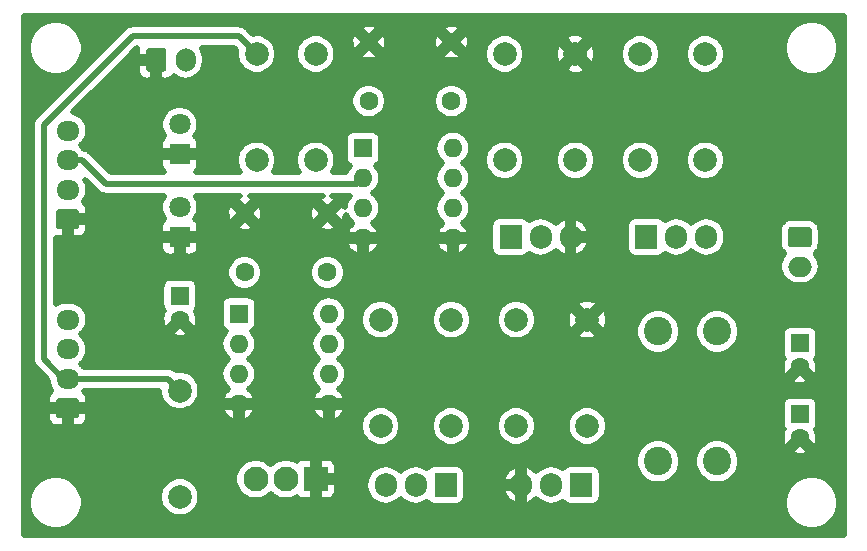
<source format=gbr>
G04 #@! TF.GenerationSoftware,KiCad,Pcbnew,(5.1.4)-1*
G04 #@! TF.CreationDate,2020-09-21T10:08:00+03:00*
G04 #@! TF.ProjectId,peltier,70656c74-6965-4722-9e6b-696361645f70,rev?*
G04 #@! TF.SameCoordinates,Original*
G04 #@! TF.FileFunction,Copper,L2,Bot*
G04 #@! TF.FilePolarity,Positive*
%FSLAX46Y46*%
G04 Gerber Fmt 4.6, Leading zero omitted, Abs format (unit mm)*
G04 Created by KiCad (PCBNEW (5.1.4)-1) date 2020-09-21 10:08:00*
%MOMM*%
%LPD*%
G04 APERTURE LIST*
%ADD10C,2.100000*%
%ADD11R,2.100000X2.100000*%
%ADD12O,1.600000X1.600000*%
%ADD13R,1.600000X1.600000*%
%ADD14C,2.000000*%
%ADD15O,1.905000X2.000000*%
%ADD16R,1.905000X2.000000*%
%ADD17C,2.400000*%
%ADD18O,2.000000X1.700000*%
%ADD19C,0.100000*%
%ADD20C,1.700000*%
%ADD21O,1.950000X1.700000*%
%ADD22O,1.700000X2.000000*%
%ADD23C,1.800000*%
%ADD24R,1.800000X1.800000*%
%ADD25C,1.600000*%
%ADD26C,0.500000*%
G04 APERTURE END LIST*
D10*
X144420000Y-111000000D03*
X146960000Y-111000000D03*
D11*
X149500000Y-111000000D03*
D12*
X161120000Y-83000000D03*
X153500000Y-90620000D03*
X161120000Y-85540000D03*
X153500000Y-88080000D03*
X161120000Y-88080000D03*
X153500000Y-85540000D03*
X161120000Y-90620000D03*
D13*
X153500000Y-83000000D03*
D12*
X150620000Y-97000000D03*
X143000000Y-104620000D03*
X150620000Y-99540000D03*
X143000000Y-102080000D03*
X150620000Y-102080000D03*
X143000000Y-99540000D03*
X150620000Y-104620000D03*
D13*
X143000000Y-97000000D03*
D14*
X149500000Y-75000000D03*
X149500000Y-84000000D03*
X144500000Y-84000000D03*
X144500000Y-75000000D03*
X171500000Y-84000000D03*
X171500000Y-75000000D03*
X172500000Y-106500000D03*
X172500000Y-97500000D03*
X165500000Y-84000000D03*
X165500000Y-75000000D03*
X138000000Y-103500000D03*
X138000000Y-112500000D03*
X166500000Y-106500000D03*
X166500000Y-97500000D03*
X177000000Y-84000000D03*
X177000000Y-75000000D03*
X161000000Y-106500000D03*
X161000000Y-97500000D03*
X182500000Y-75000000D03*
X182500000Y-84000000D03*
X155000000Y-106500000D03*
X155000000Y-97500000D03*
D15*
X171080000Y-90500000D03*
X168540000Y-90500000D03*
D16*
X166000000Y-90500000D03*
D15*
X166920000Y-111500000D03*
X169460000Y-111500000D03*
D16*
X172000000Y-111500000D03*
D15*
X182580000Y-90500000D03*
X180040000Y-90500000D03*
D16*
X177500000Y-90500000D03*
D15*
X155420000Y-111500000D03*
X157960000Y-111500000D03*
D16*
X160500000Y-111500000D03*
D17*
X183500000Y-98500000D03*
X178500000Y-98500000D03*
X183500000Y-109500000D03*
X178500000Y-109500000D03*
D18*
X190500000Y-93000000D03*
D19*
G36*
X191274504Y-89651204D02*
G01*
X191298773Y-89654804D01*
X191322571Y-89660765D01*
X191345671Y-89669030D01*
X191367849Y-89679520D01*
X191388893Y-89692133D01*
X191408598Y-89706747D01*
X191426777Y-89723223D01*
X191443253Y-89741402D01*
X191457867Y-89761107D01*
X191470480Y-89782151D01*
X191480970Y-89804329D01*
X191489235Y-89827429D01*
X191495196Y-89851227D01*
X191498796Y-89875496D01*
X191500000Y-89900000D01*
X191500000Y-91100000D01*
X191498796Y-91124504D01*
X191495196Y-91148773D01*
X191489235Y-91172571D01*
X191480970Y-91195671D01*
X191470480Y-91217849D01*
X191457867Y-91238893D01*
X191443253Y-91258598D01*
X191426777Y-91276777D01*
X191408598Y-91293253D01*
X191388893Y-91307867D01*
X191367849Y-91320480D01*
X191345671Y-91330970D01*
X191322571Y-91339235D01*
X191298773Y-91345196D01*
X191274504Y-91348796D01*
X191250000Y-91350000D01*
X189750000Y-91350000D01*
X189725496Y-91348796D01*
X189701227Y-91345196D01*
X189677429Y-91339235D01*
X189654329Y-91330970D01*
X189632151Y-91320480D01*
X189611107Y-91307867D01*
X189591402Y-91293253D01*
X189573223Y-91276777D01*
X189556747Y-91258598D01*
X189542133Y-91238893D01*
X189529520Y-91217849D01*
X189519030Y-91195671D01*
X189510765Y-91172571D01*
X189504804Y-91148773D01*
X189501204Y-91124504D01*
X189500000Y-91100000D01*
X189500000Y-89900000D01*
X189501204Y-89875496D01*
X189504804Y-89851227D01*
X189510765Y-89827429D01*
X189519030Y-89804329D01*
X189529520Y-89782151D01*
X189542133Y-89761107D01*
X189556747Y-89741402D01*
X189573223Y-89723223D01*
X189591402Y-89706747D01*
X189611107Y-89692133D01*
X189632151Y-89679520D01*
X189654329Y-89669030D01*
X189677429Y-89660765D01*
X189701227Y-89654804D01*
X189725496Y-89651204D01*
X189750000Y-89650000D01*
X191250000Y-89650000D01*
X191274504Y-89651204D01*
X191274504Y-89651204D01*
G37*
D20*
X190500000Y-90500000D03*
D21*
X128500000Y-97500000D03*
X128500000Y-100000000D03*
X128500000Y-102500000D03*
D19*
G36*
X129249504Y-104151204D02*
G01*
X129273773Y-104154804D01*
X129297571Y-104160765D01*
X129320671Y-104169030D01*
X129342849Y-104179520D01*
X129363893Y-104192133D01*
X129383598Y-104206747D01*
X129401777Y-104223223D01*
X129418253Y-104241402D01*
X129432867Y-104261107D01*
X129445480Y-104282151D01*
X129455970Y-104304329D01*
X129464235Y-104327429D01*
X129470196Y-104351227D01*
X129473796Y-104375496D01*
X129475000Y-104400000D01*
X129475000Y-105600000D01*
X129473796Y-105624504D01*
X129470196Y-105648773D01*
X129464235Y-105672571D01*
X129455970Y-105695671D01*
X129445480Y-105717849D01*
X129432867Y-105738893D01*
X129418253Y-105758598D01*
X129401777Y-105776777D01*
X129383598Y-105793253D01*
X129363893Y-105807867D01*
X129342849Y-105820480D01*
X129320671Y-105830970D01*
X129297571Y-105839235D01*
X129273773Y-105845196D01*
X129249504Y-105848796D01*
X129225000Y-105850000D01*
X127775000Y-105850000D01*
X127750496Y-105848796D01*
X127726227Y-105845196D01*
X127702429Y-105839235D01*
X127679329Y-105830970D01*
X127657151Y-105820480D01*
X127636107Y-105807867D01*
X127616402Y-105793253D01*
X127598223Y-105776777D01*
X127581747Y-105758598D01*
X127567133Y-105738893D01*
X127554520Y-105717849D01*
X127544030Y-105695671D01*
X127535765Y-105672571D01*
X127529804Y-105648773D01*
X127526204Y-105624504D01*
X127525000Y-105600000D01*
X127525000Y-104400000D01*
X127526204Y-104375496D01*
X127529804Y-104351227D01*
X127535765Y-104327429D01*
X127544030Y-104304329D01*
X127554520Y-104282151D01*
X127567133Y-104261107D01*
X127581747Y-104241402D01*
X127598223Y-104223223D01*
X127616402Y-104206747D01*
X127636107Y-104192133D01*
X127657151Y-104179520D01*
X127679329Y-104169030D01*
X127702429Y-104160765D01*
X127726227Y-104154804D01*
X127750496Y-104151204D01*
X127775000Y-104150000D01*
X129225000Y-104150000D01*
X129249504Y-104151204D01*
X129249504Y-104151204D01*
G37*
D20*
X128500000Y-105000000D03*
D21*
X128500000Y-81500000D03*
X128500000Y-84000000D03*
X128500000Y-86500000D03*
D19*
G36*
X129249504Y-88151204D02*
G01*
X129273773Y-88154804D01*
X129297571Y-88160765D01*
X129320671Y-88169030D01*
X129342849Y-88179520D01*
X129363893Y-88192133D01*
X129383598Y-88206747D01*
X129401777Y-88223223D01*
X129418253Y-88241402D01*
X129432867Y-88261107D01*
X129445480Y-88282151D01*
X129455970Y-88304329D01*
X129464235Y-88327429D01*
X129470196Y-88351227D01*
X129473796Y-88375496D01*
X129475000Y-88400000D01*
X129475000Y-89600000D01*
X129473796Y-89624504D01*
X129470196Y-89648773D01*
X129464235Y-89672571D01*
X129455970Y-89695671D01*
X129445480Y-89717849D01*
X129432867Y-89738893D01*
X129418253Y-89758598D01*
X129401777Y-89776777D01*
X129383598Y-89793253D01*
X129363893Y-89807867D01*
X129342849Y-89820480D01*
X129320671Y-89830970D01*
X129297571Y-89839235D01*
X129273773Y-89845196D01*
X129249504Y-89848796D01*
X129225000Y-89850000D01*
X127775000Y-89850000D01*
X127750496Y-89848796D01*
X127726227Y-89845196D01*
X127702429Y-89839235D01*
X127679329Y-89830970D01*
X127657151Y-89820480D01*
X127636107Y-89807867D01*
X127616402Y-89793253D01*
X127598223Y-89776777D01*
X127581747Y-89758598D01*
X127567133Y-89738893D01*
X127554520Y-89717849D01*
X127544030Y-89695671D01*
X127535765Y-89672571D01*
X127529804Y-89648773D01*
X127526204Y-89624504D01*
X127525000Y-89600000D01*
X127525000Y-88400000D01*
X127526204Y-88375496D01*
X127529804Y-88351227D01*
X127535765Y-88327429D01*
X127544030Y-88304329D01*
X127554520Y-88282151D01*
X127567133Y-88261107D01*
X127581747Y-88241402D01*
X127598223Y-88223223D01*
X127616402Y-88206747D01*
X127636107Y-88192133D01*
X127657151Y-88179520D01*
X127679329Y-88169030D01*
X127702429Y-88160765D01*
X127726227Y-88154804D01*
X127750496Y-88151204D01*
X127775000Y-88150000D01*
X129225000Y-88150000D01*
X129249504Y-88151204D01*
X129249504Y-88151204D01*
G37*
D20*
X128500000Y-89000000D03*
D22*
X138500000Y-75500000D03*
D19*
G36*
X136624504Y-74501204D02*
G01*
X136648773Y-74504804D01*
X136672571Y-74510765D01*
X136695671Y-74519030D01*
X136717849Y-74529520D01*
X136738893Y-74542133D01*
X136758598Y-74556747D01*
X136776777Y-74573223D01*
X136793253Y-74591402D01*
X136807867Y-74611107D01*
X136820480Y-74632151D01*
X136830970Y-74654329D01*
X136839235Y-74677429D01*
X136845196Y-74701227D01*
X136848796Y-74725496D01*
X136850000Y-74750000D01*
X136850000Y-76250000D01*
X136848796Y-76274504D01*
X136845196Y-76298773D01*
X136839235Y-76322571D01*
X136830970Y-76345671D01*
X136820480Y-76367849D01*
X136807867Y-76388893D01*
X136793253Y-76408598D01*
X136776777Y-76426777D01*
X136758598Y-76443253D01*
X136738893Y-76457867D01*
X136717849Y-76470480D01*
X136695671Y-76480970D01*
X136672571Y-76489235D01*
X136648773Y-76495196D01*
X136624504Y-76498796D01*
X136600000Y-76500000D01*
X135400000Y-76500000D01*
X135375496Y-76498796D01*
X135351227Y-76495196D01*
X135327429Y-76489235D01*
X135304329Y-76480970D01*
X135282151Y-76470480D01*
X135261107Y-76457867D01*
X135241402Y-76443253D01*
X135223223Y-76426777D01*
X135206747Y-76408598D01*
X135192133Y-76388893D01*
X135179520Y-76367849D01*
X135169030Y-76345671D01*
X135160765Y-76322571D01*
X135154804Y-76298773D01*
X135151204Y-76274504D01*
X135150000Y-76250000D01*
X135150000Y-74750000D01*
X135151204Y-74725496D01*
X135154804Y-74701227D01*
X135160765Y-74677429D01*
X135169030Y-74654329D01*
X135179520Y-74632151D01*
X135192133Y-74611107D01*
X135206747Y-74591402D01*
X135223223Y-74573223D01*
X135241402Y-74556747D01*
X135261107Y-74542133D01*
X135282151Y-74529520D01*
X135304329Y-74519030D01*
X135327429Y-74510765D01*
X135351227Y-74504804D01*
X135375496Y-74501204D01*
X135400000Y-74500000D01*
X136600000Y-74500000D01*
X136624504Y-74501204D01*
X136624504Y-74501204D01*
G37*
D20*
X136000000Y-75500000D03*
D23*
X138000000Y-87960000D03*
D24*
X138000000Y-90500000D03*
D23*
X138000000Y-80960000D03*
D24*
X138000000Y-83500000D03*
D25*
X161000000Y-74000000D03*
X161000000Y-79000000D03*
X150500000Y-88500000D03*
X150500000Y-93500000D03*
X190500000Y-101500000D03*
D13*
X190500000Y-99500000D03*
D25*
X190500000Y-107500000D03*
D13*
X190500000Y-105500000D03*
D25*
X154000000Y-74000000D03*
X154000000Y-79000000D03*
X143500000Y-88500000D03*
X143500000Y-93500000D03*
D13*
X138000000Y-95500000D03*
D25*
X138000000Y-97500000D03*
D26*
X153040000Y-86000000D02*
X153500000Y-85540000D01*
X131725000Y-86000000D02*
X153040000Y-86000000D01*
X128500000Y-84000000D02*
X129725000Y-84000000D01*
X129725000Y-84000000D02*
X131725000Y-86000000D01*
X128137500Y-102500000D02*
X128500000Y-102500000D01*
X143000000Y-73500000D02*
X134000000Y-73500000D01*
X144500000Y-75000000D02*
X143000000Y-73500000D01*
X134000000Y-73500000D02*
X126500000Y-81000000D01*
X126500000Y-81000000D02*
X126500000Y-100862500D01*
X126500000Y-100862500D02*
X128137500Y-102500000D01*
X137000001Y-102500001D02*
X138000000Y-103500000D01*
X128500000Y-102500000D02*
X137000001Y-102500001D01*
G36*
X194225001Y-115725000D02*
G01*
X124775000Y-115725000D01*
X124775000Y-112768545D01*
X125150000Y-112768545D01*
X125150000Y-113231455D01*
X125240309Y-113685470D01*
X125417457Y-114113143D01*
X125674636Y-114498038D01*
X126001962Y-114825364D01*
X126386857Y-115082543D01*
X126814530Y-115259691D01*
X127268545Y-115350000D01*
X127731455Y-115350000D01*
X128185470Y-115259691D01*
X128613143Y-115082543D01*
X128998038Y-114825364D01*
X129325364Y-114498038D01*
X129582543Y-114113143D01*
X129759691Y-113685470D01*
X129850000Y-113231455D01*
X129850000Y-112768545D01*
X129762299Y-112327640D01*
X136250000Y-112327640D01*
X136250000Y-112672360D01*
X136317251Y-113010456D01*
X136449170Y-113328936D01*
X136640686Y-113615560D01*
X136884440Y-113859314D01*
X137171064Y-114050830D01*
X137489544Y-114182749D01*
X137827640Y-114250000D01*
X138172360Y-114250000D01*
X138510456Y-114182749D01*
X138828936Y-114050830D01*
X139115560Y-113859314D01*
X139359314Y-113615560D01*
X139550830Y-113328936D01*
X139682749Y-113010456D01*
X139750000Y-112672360D01*
X139750000Y-112327640D01*
X139682749Y-111989544D01*
X139550830Y-111671064D01*
X139359314Y-111384440D01*
X139115560Y-111140686D01*
X138828936Y-110949170D01*
X138523650Y-110822716D01*
X142620000Y-110822716D01*
X142620000Y-111177284D01*
X142689173Y-111525041D01*
X142824861Y-111852620D01*
X143021849Y-112147433D01*
X143272567Y-112398151D01*
X143567380Y-112595139D01*
X143894959Y-112730827D01*
X144242716Y-112800000D01*
X144597284Y-112800000D01*
X144945041Y-112730827D01*
X145272620Y-112595139D01*
X145567433Y-112398151D01*
X145690000Y-112275584D01*
X145812567Y-112398151D01*
X146107380Y-112595139D01*
X146434959Y-112730827D01*
X146782716Y-112800000D01*
X147137284Y-112800000D01*
X147485041Y-112730827D01*
X147812620Y-112595139D01*
X147886589Y-112545714D01*
X147917104Y-112582896D01*
X148031306Y-112676620D01*
X148161599Y-112746262D01*
X148302974Y-112789148D01*
X148450000Y-112803629D01*
X149062500Y-112800000D01*
X149250000Y-112612500D01*
X149250000Y-111250000D01*
X149750000Y-111250000D01*
X149750000Y-112612500D01*
X149937500Y-112800000D01*
X150550000Y-112803629D01*
X150697026Y-112789148D01*
X150838401Y-112746262D01*
X150968694Y-112676620D01*
X151082896Y-112582896D01*
X151176620Y-112468694D01*
X151246262Y-112338401D01*
X151289148Y-112197026D01*
X151303629Y-112050000D01*
X151300000Y-111437500D01*
X151231368Y-111368868D01*
X153717500Y-111368868D01*
X153717500Y-111631131D01*
X153742134Y-111881247D01*
X153839485Y-112202170D01*
X153997574Y-112497934D01*
X154210326Y-112757174D01*
X154469565Y-112969926D01*
X154765329Y-113128015D01*
X155086252Y-113225366D01*
X155420000Y-113258237D01*
X155753747Y-113225366D01*
X156074670Y-113128015D01*
X156370434Y-112969926D01*
X156629674Y-112757174D01*
X156690000Y-112683666D01*
X156750326Y-112757174D01*
X157009565Y-112969926D01*
X157305329Y-113128015D01*
X157626252Y-113225366D01*
X157960000Y-113258237D01*
X158293747Y-113225366D01*
X158614670Y-113128015D01*
X158910434Y-112969926D01*
X158941801Y-112944184D01*
X159014605Y-113032895D01*
X159128807Y-113126619D01*
X159259099Y-113196261D01*
X159400474Y-113239147D01*
X159547500Y-113253628D01*
X161452500Y-113253628D01*
X161599526Y-113239147D01*
X161740901Y-113196261D01*
X161871193Y-113126619D01*
X161985395Y-113032895D01*
X162079119Y-112918693D01*
X162148761Y-112788401D01*
X162191647Y-112647026D01*
X162206128Y-112500000D01*
X162206128Y-112011501D01*
X165284882Y-112011501D01*
X165406822Y-112321581D01*
X165586913Y-112601914D01*
X165818234Y-112841726D01*
X166091895Y-113031802D01*
X166397380Y-113164837D01*
X166409635Y-113171703D01*
X166670000Y-113041731D01*
X166670000Y-111750000D01*
X165419927Y-111750000D01*
X165284882Y-112011501D01*
X162206128Y-112011501D01*
X162206128Y-110988499D01*
X165284882Y-110988499D01*
X165419927Y-111250000D01*
X166670000Y-111250000D01*
X166670000Y-109958269D01*
X167170000Y-109958269D01*
X167170000Y-111250000D01*
X167190000Y-111250000D01*
X167190000Y-111750000D01*
X167170000Y-111750000D01*
X167170000Y-113041731D01*
X167430365Y-113171703D01*
X167442620Y-113164837D01*
X167748105Y-113031802D01*
X168021766Y-112841726D01*
X168182750Y-112674832D01*
X168250326Y-112757174D01*
X168509565Y-112969926D01*
X168805329Y-113128015D01*
X169126252Y-113225366D01*
X169460000Y-113258237D01*
X169793747Y-113225366D01*
X170114670Y-113128015D01*
X170410434Y-112969926D01*
X170441801Y-112944184D01*
X170514605Y-113032895D01*
X170628807Y-113126619D01*
X170759099Y-113196261D01*
X170900474Y-113239147D01*
X171047500Y-113253628D01*
X172952500Y-113253628D01*
X173099526Y-113239147D01*
X173240901Y-113196261D01*
X173371193Y-113126619D01*
X173485395Y-113032895D01*
X173579119Y-112918693D01*
X173648761Y-112788401D01*
X173654784Y-112768545D01*
X189150000Y-112768545D01*
X189150000Y-113231455D01*
X189240309Y-113685470D01*
X189417457Y-114113143D01*
X189674636Y-114498038D01*
X190001962Y-114825364D01*
X190386857Y-115082543D01*
X190814530Y-115259691D01*
X191268545Y-115350000D01*
X191731455Y-115350000D01*
X192185470Y-115259691D01*
X192613143Y-115082543D01*
X192998038Y-114825364D01*
X193325364Y-114498038D01*
X193582543Y-114113143D01*
X193759691Y-113685470D01*
X193850000Y-113231455D01*
X193850000Y-112768545D01*
X193759691Y-112314530D01*
X193582543Y-111886857D01*
X193325364Y-111501962D01*
X192998038Y-111174636D01*
X192613143Y-110917457D01*
X192185470Y-110740309D01*
X191731455Y-110650000D01*
X191268545Y-110650000D01*
X190814530Y-110740309D01*
X190386857Y-110917457D01*
X190001962Y-111174636D01*
X189674636Y-111501962D01*
X189417457Y-111886857D01*
X189240309Y-112314530D01*
X189150000Y-112768545D01*
X173654784Y-112768545D01*
X173691647Y-112647026D01*
X173706128Y-112500000D01*
X173706128Y-110500000D01*
X173691647Y-110352974D01*
X173648761Y-110211599D01*
X173579119Y-110081307D01*
X173485395Y-109967105D01*
X173371193Y-109873381D01*
X173240901Y-109803739D01*
X173099526Y-109760853D01*
X172952500Y-109746372D01*
X171047500Y-109746372D01*
X170900474Y-109760853D01*
X170759099Y-109803739D01*
X170628807Y-109873381D01*
X170514605Y-109967105D01*
X170441801Y-110055816D01*
X170410435Y-110030074D01*
X170114671Y-109871985D01*
X169793748Y-109774634D01*
X169460000Y-109741763D01*
X169126253Y-109774634D01*
X168805330Y-109871985D01*
X168509566Y-110030074D01*
X168250326Y-110242826D01*
X168182750Y-110325167D01*
X168021766Y-110158274D01*
X167748105Y-109968198D01*
X167442620Y-109835163D01*
X167430365Y-109828297D01*
X167170000Y-109958269D01*
X166670000Y-109958269D01*
X166409635Y-109828297D01*
X166397380Y-109835163D01*
X166091895Y-109968198D01*
X165818234Y-110158274D01*
X165586913Y-110398086D01*
X165406822Y-110678419D01*
X165284882Y-110988499D01*
X162206128Y-110988499D01*
X162206128Y-110500000D01*
X162191647Y-110352974D01*
X162148761Y-110211599D01*
X162079119Y-110081307D01*
X161985395Y-109967105D01*
X161871193Y-109873381D01*
X161740901Y-109803739D01*
X161599526Y-109760853D01*
X161452500Y-109746372D01*
X159547500Y-109746372D01*
X159400474Y-109760853D01*
X159259099Y-109803739D01*
X159128807Y-109873381D01*
X159014605Y-109967105D01*
X158941801Y-110055816D01*
X158910435Y-110030074D01*
X158614671Y-109871985D01*
X158293748Y-109774634D01*
X157960000Y-109741763D01*
X157626253Y-109774634D01*
X157305330Y-109871985D01*
X157009566Y-110030074D01*
X156750326Y-110242826D01*
X156690000Y-110316334D01*
X156629674Y-110242826D01*
X156370435Y-110030074D01*
X156074671Y-109871985D01*
X155753748Y-109774634D01*
X155420000Y-109741763D01*
X155086253Y-109774634D01*
X154765330Y-109871985D01*
X154469566Y-110030074D01*
X154210326Y-110242826D01*
X153997574Y-110502065D01*
X153839485Y-110797829D01*
X153742134Y-111118752D01*
X153717500Y-111368868D01*
X151231368Y-111368868D01*
X151112500Y-111250000D01*
X149750000Y-111250000D01*
X149250000Y-111250000D01*
X149230000Y-111250000D01*
X149230000Y-110750000D01*
X149250000Y-110750000D01*
X149250000Y-109387500D01*
X149750000Y-109387500D01*
X149750000Y-110750000D01*
X151112500Y-110750000D01*
X151300000Y-110562500D01*
X151303629Y-109950000D01*
X151289148Y-109802974D01*
X151246262Y-109661599D01*
X151176620Y-109531306D01*
X151082896Y-109417104D01*
X150968694Y-109323380D01*
X150939812Y-109307942D01*
X176550000Y-109307942D01*
X176550000Y-109692058D01*
X176624938Y-110068794D01*
X176771933Y-110423671D01*
X176985336Y-110743052D01*
X177256948Y-111014664D01*
X177576329Y-111228067D01*
X177931206Y-111375062D01*
X178307942Y-111450000D01*
X178692058Y-111450000D01*
X179068794Y-111375062D01*
X179423671Y-111228067D01*
X179743052Y-111014664D01*
X180014664Y-110743052D01*
X180228067Y-110423671D01*
X180375062Y-110068794D01*
X180450000Y-109692058D01*
X180450000Y-109307942D01*
X181550000Y-109307942D01*
X181550000Y-109692058D01*
X181624938Y-110068794D01*
X181771933Y-110423671D01*
X181985336Y-110743052D01*
X182256948Y-111014664D01*
X182576329Y-111228067D01*
X182931206Y-111375062D01*
X183307942Y-111450000D01*
X183692058Y-111450000D01*
X184068794Y-111375062D01*
X184423671Y-111228067D01*
X184743052Y-111014664D01*
X185014664Y-110743052D01*
X185228067Y-110423671D01*
X185375062Y-110068794D01*
X185450000Y-109692058D01*
X185450000Y-109307942D01*
X185375062Y-108931206D01*
X185249987Y-108629247D01*
X189724306Y-108629247D01*
X189798649Y-108890653D01*
X190083429Y-109000758D01*
X190384216Y-109053190D01*
X190689454Y-109045935D01*
X190987411Y-108979270D01*
X191201351Y-108890653D01*
X191275694Y-108629247D01*
X190500000Y-107853553D01*
X189724306Y-108629247D01*
X185249987Y-108629247D01*
X185228067Y-108576329D01*
X185014664Y-108256948D01*
X184743052Y-107985336D01*
X184423671Y-107771933D01*
X184068794Y-107624938D01*
X183692058Y-107550000D01*
X183307942Y-107550000D01*
X182931206Y-107624938D01*
X182576329Y-107771933D01*
X182256948Y-107985336D01*
X181985336Y-108256948D01*
X181771933Y-108576329D01*
X181624938Y-108931206D01*
X181550000Y-109307942D01*
X180450000Y-109307942D01*
X180375062Y-108931206D01*
X180228067Y-108576329D01*
X180014664Y-108256948D01*
X179743052Y-107985336D01*
X179423671Y-107771933D01*
X179068794Y-107624938D01*
X178692058Y-107550000D01*
X178307942Y-107550000D01*
X177931206Y-107624938D01*
X177576329Y-107771933D01*
X177256948Y-107985336D01*
X176985336Y-108256948D01*
X176771933Y-108576329D01*
X176624938Y-108931206D01*
X176550000Y-109307942D01*
X150939812Y-109307942D01*
X150838401Y-109253738D01*
X150697026Y-109210852D01*
X150550000Y-109196371D01*
X149937500Y-109200000D01*
X149750000Y-109387500D01*
X149250000Y-109387500D01*
X149062500Y-109200000D01*
X148450000Y-109196371D01*
X148302974Y-109210852D01*
X148161599Y-109253738D01*
X148031306Y-109323380D01*
X147917104Y-109417104D01*
X147886589Y-109454286D01*
X147812620Y-109404861D01*
X147485041Y-109269173D01*
X147137284Y-109200000D01*
X146782716Y-109200000D01*
X146434959Y-109269173D01*
X146107380Y-109404861D01*
X145812567Y-109601849D01*
X145690000Y-109724416D01*
X145567433Y-109601849D01*
X145272620Y-109404861D01*
X144945041Y-109269173D01*
X144597284Y-109200000D01*
X144242716Y-109200000D01*
X143894959Y-109269173D01*
X143567380Y-109404861D01*
X143272567Y-109601849D01*
X143021849Y-109852567D01*
X142824861Y-110147380D01*
X142689173Y-110474959D01*
X142620000Y-110822716D01*
X138523650Y-110822716D01*
X138510456Y-110817251D01*
X138172360Y-110750000D01*
X137827640Y-110750000D01*
X137489544Y-110817251D01*
X137171064Y-110949170D01*
X136884440Y-111140686D01*
X136640686Y-111384440D01*
X136449170Y-111671064D01*
X136317251Y-111989544D01*
X136250000Y-112327640D01*
X129762299Y-112327640D01*
X129759691Y-112314530D01*
X129582543Y-111886857D01*
X129325364Y-111501962D01*
X128998038Y-111174636D01*
X128613143Y-110917457D01*
X128185470Y-110740309D01*
X127731455Y-110650000D01*
X127268545Y-110650000D01*
X126814530Y-110740309D01*
X126386857Y-110917457D01*
X126001962Y-111174636D01*
X125674636Y-111501962D01*
X125417457Y-111886857D01*
X125240309Y-112314530D01*
X125150000Y-112768545D01*
X124775000Y-112768545D01*
X124775000Y-105850000D01*
X126771371Y-105850000D01*
X126785852Y-105997026D01*
X126828738Y-106138401D01*
X126898380Y-106268694D01*
X126992104Y-106382896D01*
X127106306Y-106476620D01*
X127236599Y-106546262D01*
X127377974Y-106589148D01*
X127525000Y-106603629D01*
X128062500Y-106600000D01*
X128250000Y-106412500D01*
X128250000Y-105250000D01*
X128750000Y-105250000D01*
X128750000Y-106412500D01*
X128937500Y-106600000D01*
X129475000Y-106603629D01*
X129622026Y-106589148D01*
X129763401Y-106546262D01*
X129893694Y-106476620D01*
X130007896Y-106382896D01*
X130053243Y-106327640D01*
X153250000Y-106327640D01*
X153250000Y-106672360D01*
X153317251Y-107010456D01*
X153449170Y-107328936D01*
X153640686Y-107615560D01*
X153884440Y-107859314D01*
X154171064Y-108050830D01*
X154489544Y-108182749D01*
X154827640Y-108250000D01*
X155172360Y-108250000D01*
X155510456Y-108182749D01*
X155828936Y-108050830D01*
X156115560Y-107859314D01*
X156359314Y-107615560D01*
X156550830Y-107328936D01*
X156682749Y-107010456D01*
X156750000Y-106672360D01*
X156750000Y-106327640D01*
X159250000Y-106327640D01*
X159250000Y-106672360D01*
X159317251Y-107010456D01*
X159449170Y-107328936D01*
X159640686Y-107615560D01*
X159884440Y-107859314D01*
X160171064Y-108050830D01*
X160489544Y-108182749D01*
X160827640Y-108250000D01*
X161172360Y-108250000D01*
X161510456Y-108182749D01*
X161828936Y-108050830D01*
X162115560Y-107859314D01*
X162359314Y-107615560D01*
X162550830Y-107328936D01*
X162682749Y-107010456D01*
X162750000Y-106672360D01*
X162750000Y-106327640D01*
X164750000Y-106327640D01*
X164750000Y-106672360D01*
X164817251Y-107010456D01*
X164949170Y-107328936D01*
X165140686Y-107615560D01*
X165384440Y-107859314D01*
X165671064Y-108050830D01*
X165989544Y-108182749D01*
X166327640Y-108250000D01*
X166672360Y-108250000D01*
X167010456Y-108182749D01*
X167328936Y-108050830D01*
X167615560Y-107859314D01*
X167859314Y-107615560D01*
X168050830Y-107328936D01*
X168182749Y-107010456D01*
X168250000Y-106672360D01*
X168250000Y-106327640D01*
X170750000Y-106327640D01*
X170750000Y-106672360D01*
X170817251Y-107010456D01*
X170949170Y-107328936D01*
X171140686Y-107615560D01*
X171384440Y-107859314D01*
X171671064Y-108050830D01*
X171989544Y-108182749D01*
X172327640Y-108250000D01*
X172672360Y-108250000D01*
X173010456Y-108182749D01*
X173328936Y-108050830D01*
X173615560Y-107859314D01*
X173859314Y-107615560D01*
X174050830Y-107328936D01*
X174182749Y-107010456D01*
X174250000Y-106672360D01*
X174250000Y-106327640D01*
X174182749Y-105989544D01*
X174050830Y-105671064D01*
X173859314Y-105384440D01*
X173615560Y-105140686D01*
X173328936Y-104949170D01*
X173010456Y-104817251D01*
X172672360Y-104750000D01*
X172327640Y-104750000D01*
X171989544Y-104817251D01*
X171671064Y-104949170D01*
X171384440Y-105140686D01*
X171140686Y-105384440D01*
X170949170Y-105671064D01*
X170817251Y-105989544D01*
X170750000Y-106327640D01*
X168250000Y-106327640D01*
X168182749Y-105989544D01*
X168050830Y-105671064D01*
X167859314Y-105384440D01*
X167615560Y-105140686D01*
X167328936Y-104949170D01*
X167010456Y-104817251D01*
X166672360Y-104750000D01*
X166327640Y-104750000D01*
X165989544Y-104817251D01*
X165671064Y-104949170D01*
X165384440Y-105140686D01*
X165140686Y-105384440D01*
X164949170Y-105671064D01*
X164817251Y-105989544D01*
X164750000Y-106327640D01*
X162750000Y-106327640D01*
X162682749Y-105989544D01*
X162550830Y-105671064D01*
X162359314Y-105384440D01*
X162115560Y-105140686D01*
X161828936Y-104949170D01*
X161510456Y-104817251D01*
X161172360Y-104750000D01*
X160827640Y-104750000D01*
X160489544Y-104817251D01*
X160171064Y-104949170D01*
X159884440Y-105140686D01*
X159640686Y-105384440D01*
X159449170Y-105671064D01*
X159317251Y-105989544D01*
X159250000Y-106327640D01*
X156750000Y-106327640D01*
X156682749Y-105989544D01*
X156550830Y-105671064D01*
X156359314Y-105384440D01*
X156115560Y-105140686D01*
X155828936Y-104949170D01*
X155510456Y-104817251D01*
X155172360Y-104750000D01*
X154827640Y-104750000D01*
X154489544Y-104817251D01*
X154171064Y-104949170D01*
X153884440Y-105140686D01*
X153640686Y-105384440D01*
X153449170Y-105671064D01*
X153317251Y-105989544D01*
X153250000Y-106327640D01*
X130053243Y-106327640D01*
X130101620Y-106268694D01*
X130171262Y-106138401D01*
X130214148Y-105997026D01*
X130228629Y-105850000D01*
X130225000Y-105437500D01*
X130037500Y-105250000D01*
X128750000Y-105250000D01*
X128250000Y-105250000D01*
X126962500Y-105250000D01*
X126775000Y-105437500D01*
X126771371Y-105850000D01*
X124775000Y-105850000D01*
X124775000Y-81000000D01*
X125495162Y-81000000D01*
X125500000Y-81049120D01*
X125500001Y-100813370D01*
X125495162Y-100862500D01*
X125514470Y-101058534D01*
X125571651Y-101247034D01*
X125571652Y-101247035D01*
X125664509Y-101420758D01*
X125789473Y-101573028D01*
X125827632Y-101604344D01*
X126772063Y-102548776D01*
X126798151Y-102813655D01*
X126889641Y-103115256D01*
X127038212Y-103393213D01*
X127133228Y-103508990D01*
X127106306Y-103523380D01*
X126992104Y-103617104D01*
X126898380Y-103731306D01*
X126828738Y-103861599D01*
X126785852Y-104002974D01*
X126771371Y-104150000D01*
X126775000Y-104562500D01*
X126962500Y-104750000D01*
X128250000Y-104750000D01*
X128250000Y-104730000D01*
X128750000Y-104730000D01*
X128750000Y-104750000D01*
X130037500Y-104750000D01*
X130225000Y-104562500D01*
X130228629Y-104150000D01*
X130214148Y-104002974D01*
X130171262Y-103861599D01*
X130101620Y-103731306D01*
X130007896Y-103617104D01*
X129893694Y-103523380D01*
X129866772Y-103508990D01*
X129874151Y-103499999D01*
X136250000Y-103500001D01*
X136250000Y-103672360D01*
X136317251Y-104010456D01*
X136449170Y-104328936D01*
X136640686Y-104615560D01*
X136884440Y-104859314D01*
X137171064Y-105050830D01*
X137489544Y-105182749D01*
X137827640Y-105250000D01*
X138172360Y-105250000D01*
X138510456Y-105182749D01*
X138695210Y-105106221D01*
X141528236Y-105106221D01*
X141615489Y-105316890D01*
X141778048Y-105573604D01*
X141987566Y-105793672D01*
X142235992Y-105968636D01*
X142513778Y-106091773D01*
X142750000Y-105962215D01*
X142750000Y-104870000D01*
X143250000Y-104870000D01*
X143250000Y-105962215D01*
X143486222Y-106091773D01*
X143764008Y-105968636D01*
X144012434Y-105793672D01*
X144221952Y-105573604D01*
X144384511Y-105316890D01*
X144471764Y-105106221D01*
X149148236Y-105106221D01*
X149235489Y-105316890D01*
X149398048Y-105573604D01*
X149607566Y-105793672D01*
X149855992Y-105968636D01*
X150133778Y-106091773D01*
X150370000Y-105962215D01*
X150370000Y-104870000D01*
X150870000Y-104870000D01*
X150870000Y-105962215D01*
X151106222Y-106091773D01*
X151384008Y-105968636D01*
X151632434Y-105793672D01*
X151841952Y-105573604D01*
X152004511Y-105316890D01*
X152091764Y-105106221D01*
X151959368Y-104870000D01*
X150870000Y-104870000D01*
X150370000Y-104870000D01*
X149280632Y-104870000D01*
X149148236Y-105106221D01*
X144471764Y-105106221D01*
X144339368Y-104870000D01*
X143250000Y-104870000D01*
X142750000Y-104870000D01*
X141660632Y-104870000D01*
X141528236Y-105106221D01*
X138695210Y-105106221D01*
X138828936Y-105050830D01*
X139115560Y-104859314D01*
X139274874Y-104700000D01*
X188946372Y-104700000D01*
X188946372Y-106300000D01*
X188960853Y-106447026D01*
X189003739Y-106588401D01*
X189073381Y-106718693D01*
X189133388Y-106791812D01*
X189109347Y-106798649D01*
X188999242Y-107083429D01*
X188946810Y-107384216D01*
X188954065Y-107689454D01*
X189020730Y-107987411D01*
X189109347Y-108201351D01*
X189370753Y-108275694D01*
X190146447Y-107500000D01*
X190132305Y-107485858D01*
X190485858Y-107132305D01*
X190500000Y-107146447D01*
X190514143Y-107132305D01*
X190867696Y-107485858D01*
X190853553Y-107500000D01*
X191629247Y-108275694D01*
X191890653Y-108201351D01*
X192000758Y-107916571D01*
X192053190Y-107615784D01*
X192045935Y-107310546D01*
X191979270Y-107012589D01*
X191890653Y-106798649D01*
X191866612Y-106791812D01*
X191926619Y-106718693D01*
X191996261Y-106588401D01*
X192039147Y-106447026D01*
X192053628Y-106300000D01*
X192053628Y-104700000D01*
X192039147Y-104552974D01*
X191996261Y-104411599D01*
X191926619Y-104281307D01*
X191832895Y-104167105D01*
X191718693Y-104073381D01*
X191588401Y-104003739D01*
X191447026Y-103960853D01*
X191300000Y-103946372D01*
X189700000Y-103946372D01*
X189552974Y-103960853D01*
X189411599Y-104003739D01*
X189281307Y-104073381D01*
X189167105Y-104167105D01*
X189073381Y-104281307D01*
X189003739Y-104411599D01*
X188960853Y-104552974D01*
X188946372Y-104700000D01*
X139274874Y-104700000D01*
X139359314Y-104615560D01*
X139550830Y-104328936D01*
X139682749Y-104010456D01*
X139750000Y-103672360D01*
X139750000Y-103327640D01*
X139682749Y-102989544D01*
X139550830Y-102671064D01*
X139359314Y-102384440D01*
X139115560Y-102140686D01*
X138828936Y-101949170D01*
X138510456Y-101817251D01*
X138172360Y-101750000D01*
X137827640Y-101750000D01*
X137694660Y-101776451D01*
X137558259Y-101664510D01*
X137450267Y-101606787D01*
X137384535Y-101571652D01*
X137196035Y-101514471D01*
X137000001Y-101495163D01*
X136950871Y-101500002D01*
X129874151Y-101500000D01*
X129761845Y-101363155D01*
X129623965Y-101250000D01*
X129761845Y-101136845D01*
X129961788Y-100893213D01*
X130110359Y-100615256D01*
X130201849Y-100313655D01*
X130232741Y-100000000D01*
X130201849Y-99686345D01*
X130157456Y-99540000D01*
X141442501Y-99540000D01*
X141472428Y-99843853D01*
X141561059Y-100136029D01*
X141704987Y-100405300D01*
X141898682Y-100641318D01*
X142104222Y-100810000D01*
X141898682Y-100978682D01*
X141704987Y-101214700D01*
X141561059Y-101483971D01*
X141472428Y-101776147D01*
X141442501Y-102080000D01*
X141472428Y-102383853D01*
X141561059Y-102676029D01*
X141704987Y-102945300D01*
X141898682Y-103181318D01*
X142113513Y-103357625D01*
X141987566Y-103446328D01*
X141778048Y-103666396D01*
X141615489Y-103923110D01*
X141528236Y-104133779D01*
X141660632Y-104370000D01*
X142750000Y-104370000D01*
X142750000Y-104350000D01*
X143250000Y-104350000D01*
X143250000Y-104370000D01*
X144339368Y-104370000D01*
X144471764Y-104133779D01*
X144384511Y-103923110D01*
X144221952Y-103666396D01*
X144012434Y-103446328D01*
X143886487Y-103357625D01*
X144101318Y-103181318D01*
X144295013Y-102945300D01*
X144438941Y-102676029D01*
X144527572Y-102383853D01*
X144557499Y-102080000D01*
X144527572Y-101776147D01*
X144438941Y-101483971D01*
X144295013Y-101214700D01*
X144101318Y-100978682D01*
X143895778Y-100810000D01*
X144101318Y-100641318D01*
X144295013Y-100405300D01*
X144438941Y-100136029D01*
X144527572Y-99843853D01*
X144557499Y-99540000D01*
X144527572Y-99236147D01*
X144438941Y-98943971D01*
X144295013Y-98674700D01*
X144130225Y-98473906D01*
X144218693Y-98426619D01*
X144332895Y-98332895D01*
X144426619Y-98218693D01*
X144496261Y-98088401D01*
X144539147Y-97947026D01*
X144553628Y-97800000D01*
X144553628Y-97000000D01*
X149062501Y-97000000D01*
X149092428Y-97303853D01*
X149181059Y-97596029D01*
X149324987Y-97865300D01*
X149518682Y-98101318D01*
X149724222Y-98270000D01*
X149518682Y-98438682D01*
X149324987Y-98674700D01*
X149181059Y-98943971D01*
X149092428Y-99236147D01*
X149062501Y-99540000D01*
X149092428Y-99843853D01*
X149181059Y-100136029D01*
X149324987Y-100405300D01*
X149518682Y-100641318D01*
X149724222Y-100810000D01*
X149518682Y-100978682D01*
X149324987Y-101214700D01*
X149181059Y-101483971D01*
X149092428Y-101776147D01*
X149062501Y-102080000D01*
X149092428Y-102383853D01*
X149181059Y-102676029D01*
X149324987Y-102945300D01*
X149518682Y-103181318D01*
X149733513Y-103357625D01*
X149607566Y-103446328D01*
X149398048Y-103666396D01*
X149235489Y-103923110D01*
X149148236Y-104133779D01*
X149280632Y-104370000D01*
X150370000Y-104370000D01*
X150370000Y-104350000D01*
X150870000Y-104350000D01*
X150870000Y-104370000D01*
X151959368Y-104370000D01*
X152091764Y-104133779D01*
X152004511Y-103923110D01*
X151841952Y-103666396D01*
X151632434Y-103446328D01*
X151506487Y-103357625D01*
X151721318Y-103181318D01*
X151915013Y-102945300D01*
X152058941Y-102676029D01*
X152073132Y-102629247D01*
X189724306Y-102629247D01*
X189798649Y-102890653D01*
X190083429Y-103000758D01*
X190384216Y-103053190D01*
X190689454Y-103045935D01*
X190987411Y-102979270D01*
X191201351Y-102890653D01*
X191275694Y-102629247D01*
X190500000Y-101853553D01*
X189724306Y-102629247D01*
X152073132Y-102629247D01*
X152147572Y-102383853D01*
X152177499Y-102080000D01*
X152147572Y-101776147D01*
X152058941Y-101483971D01*
X151915013Y-101214700D01*
X151721318Y-100978682D01*
X151515778Y-100810000D01*
X151721318Y-100641318D01*
X151915013Y-100405300D01*
X152058941Y-100136029D01*
X152147572Y-99843853D01*
X152177499Y-99540000D01*
X152147572Y-99236147D01*
X152058941Y-98943971D01*
X151915013Y-98674700D01*
X151721318Y-98438682D01*
X151515778Y-98270000D01*
X151721318Y-98101318D01*
X151915013Y-97865300D01*
X152058941Y-97596029D01*
X152140356Y-97327640D01*
X153250000Y-97327640D01*
X153250000Y-97672360D01*
X153317251Y-98010456D01*
X153449170Y-98328936D01*
X153640686Y-98615560D01*
X153884440Y-98859314D01*
X154171064Y-99050830D01*
X154489544Y-99182749D01*
X154827640Y-99250000D01*
X155172360Y-99250000D01*
X155510456Y-99182749D01*
X155828936Y-99050830D01*
X156115560Y-98859314D01*
X156359314Y-98615560D01*
X156550830Y-98328936D01*
X156682749Y-98010456D01*
X156750000Y-97672360D01*
X156750000Y-97327640D01*
X159250000Y-97327640D01*
X159250000Y-97672360D01*
X159317251Y-98010456D01*
X159449170Y-98328936D01*
X159640686Y-98615560D01*
X159884440Y-98859314D01*
X160171064Y-99050830D01*
X160489544Y-99182749D01*
X160827640Y-99250000D01*
X161172360Y-99250000D01*
X161510456Y-99182749D01*
X161828936Y-99050830D01*
X162115560Y-98859314D01*
X162359314Y-98615560D01*
X162550830Y-98328936D01*
X162682749Y-98010456D01*
X162750000Y-97672360D01*
X162750000Y-97327640D01*
X164750000Y-97327640D01*
X164750000Y-97672360D01*
X164817251Y-98010456D01*
X164949170Y-98328936D01*
X165140686Y-98615560D01*
X165384440Y-98859314D01*
X165671064Y-99050830D01*
X165989544Y-99182749D01*
X166327640Y-99250000D01*
X166672360Y-99250000D01*
X167010456Y-99182749D01*
X167328936Y-99050830D01*
X167615560Y-98859314D01*
X167701411Y-98773463D01*
X171580091Y-98773463D01*
X171679152Y-99055127D01*
X171998313Y-99185385D01*
X172336755Y-99250875D01*
X172681470Y-99249080D01*
X173019212Y-99180068D01*
X173320848Y-99055127D01*
X173419909Y-98773463D01*
X172500000Y-97853553D01*
X171580091Y-98773463D01*
X167701411Y-98773463D01*
X167859314Y-98615560D01*
X168050830Y-98328936D01*
X168182749Y-98010456D01*
X168250000Y-97672360D01*
X168250000Y-97336755D01*
X170749125Y-97336755D01*
X170750920Y-97681470D01*
X170819932Y-98019212D01*
X170944873Y-98320848D01*
X171226537Y-98419909D01*
X172146447Y-97500000D01*
X172853553Y-97500000D01*
X173773463Y-98419909D01*
X174055127Y-98320848D01*
X174060394Y-98307942D01*
X176550000Y-98307942D01*
X176550000Y-98692058D01*
X176624938Y-99068794D01*
X176771933Y-99423671D01*
X176985336Y-99743052D01*
X177256948Y-100014664D01*
X177576329Y-100228067D01*
X177931206Y-100375062D01*
X178307942Y-100450000D01*
X178692058Y-100450000D01*
X179068794Y-100375062D01*
X179423671Y-100228067D01*
X179743052Y-100014664D01*
X180014664Y-99743052D01*
X180228067Y-99423671D01*
X180375062Y-99068794D01*
X180450000Y-98692058D01*
X180450000Y-98307942D01*
X181550000Y-98307942D01*
X181550000Y-98692058D01*
X181624938Y-99068794D01*
X181771933Y-99423671D01*
X181985336Y-99743052D01*
X182256948Y-100014664D01*
X182576329Y-100228067D01*
X182931206Y-100375062D01*
X183307942Y-100450000D01*
X183692058Y-100450000D01*
X184068794Y-100375062D01*
X184423671Y-100228067D01*
X184743052Y-100014664D01*
X185014664Y-99743052D01*
X185228067Y-99423671D01*
X185375062Y-99068794D01*
X185448420Y-98700000D01*
X188946372Y-98700000D01*
X188946372Y-100300000D01*
X188960853Y-100447026D01*
X189003739Y-100588401D01*
X189073381Y-100718693D01*
X189133388Y-100791812D01*
X189109347Y-100798649D01*
X188999242Y-101083429D01*
X188946810Y-101384216D01*
X188954065Y-101689454D01*
X189020730Y-101987411D01*
X189109347Y-102201351D01*
X189370753Y-102275694D01*
X190146447Y-101500000D01*
X190132305Y-101485858D01*
X190485858Y-101132305D01*
X190500000Y-101146447D01*
X190514143Y-101132305D01*
X190867696Y-101485858D01*
X190853553Y-101500000D01*
X191629247Y-102275694D01*
X191890653Y-102201351D01*
X192000758Y-101916571D01*
X192053190Y-101615784D01*
X192045935Y-101310546D01*
X191979270Y-101012589D01*
X191890653Y-100798649D01*
X191866612Y-100791812D01*
X191926619Y-100718693D01*
X191996261Y-100588401D01*
X192039147Y-100447026D01*
X192053628Y-100300000D01*
X192053628Y-98700000D01*
X192039147Y-98552974D01*
X191996261Y-98411599D01*
X191926619Y-98281307D01*
X191832895Y-98167105D01*
X191718693Y-98073381D01*
X191588401Y-98003739D01*
X191447026Y-97960853D01*
X191300000Y-97946372D01*
X189700000Y-97946372D01*
X189552974Y-97960853D01*
X189411599Y-98003739D01*
X189281307Y-98073381D01*
X189167105Y-98167105D01*
X189073381Y-98281307D01*
X189003739Y-98411599D01*
X188960853Y-98552974D01*
X188946372Y-98700000D01*
X185448420Y-98700000D01*
X185450000Y-98692058D01*
X185450000Y-98307942D01*
X185375062Y-97931206D01*
X185228067Y-97576329D01*
X185014664Y-97256948D01*
X184743052Y-96985336D01*
X184423671Y-96771933D01*
X184068794Y-96624938D01*
X183692058Y-96550000D01*
X183307942Y-96550000D01*
X182931206Y-96624938D01*
X182576329Y-96771933D01*
X182256948Y-96985336D01*
X181985336Y-97256948D01*
X181771933Y-97576329D01*
X181624938Y-97931206D01*
X181550000Y-98307942D01*
X180450000Y-98307942D01*
X180375062Y-97931206D01*
X180228067Y-97576329D01*
X180014664Y-97256948D01*
X179743052Y-96985336D01*
X179423671Y-96771933D01*
X179068794Y-96624938D01*
X178692058Y-96550000D01*
X178307942Y-96550000D01*
X177931206Y-96624938D01*
X177576329Y-96771933D01*
X177256948Y-96985336D01*
X176985336Y-97256948D01*
X176771933Y-97576329D01*
X176624938Y-97931206D01*
X176550000Y-98307942D01*
X174060394Y-98307942D01*
X174185385Y-98001687D01*
X174250875Y-97663245D01*
X174249080Y-97318530D01*
X174180068Y-96980788D01*
X174055127Y-96679152D01*
X173773463Y-96580091D01*
X172853553Y-97500000D01*
X172146447Y-97500000D01*
X171226537Y-96580091D01*
X170944873Y-96679152D01*
X170814615Y-96998313D01*
X170749125Y-97336755D01*
X168250000Y-97336755D01*
X168250000Y-97327640D01*
X168182749Y-96989544D01*
X168050830Y-96671064D01*
X167859314Y-96384440D01*
X167701411Y-96226537D01*
X171580091Y-96226537D01*
X172500000Y-97146447D01*
X173419909Y-96226537D01*
X173320848Y-95944873D01*
X173001687Y-95814615D01*
X172663245Y-95749125D01*
X172318530Y-95750920D01*
X171980788Y-95819932D01*
X171679152Y-95944873D01*
X171580091Y-96226537D01*
X167701411Y-96226537D01*
X167615560Y-96140686D01*
X167328936Y-95949170D01*
X167010456Y-95817251D01*
X166672360Y-95750000D01*
X166327640Y-95750000D01*
X165989544Y-95817251D01*
X165671064Y-95949170D01*
X165384440Y-96140686D01*
X165140686Y-96384440D01*
X164949170Y-96671064D01*
X164817251Y-96989544D01*
X164750000Y-97327640D01*
X162750000Y-97327640D01*
X162682749Y-96989544D01*
X162550830Y-96671064D01*
X162359314Y-96384440D01*
X162115560Y-96140686D01*
X161828936Y-95949170D01*
X161510456Y-95817251D01*
X161172360Y-95750000D01*
X160827640Y-95750000D01*
X160489544Y-95817251D01*
X160171064Y-95949170D01*
X159884440Y-96140686D01*
X159640686Y-96384440D01*
X159449170Y-96671064D01*
X159317251Y-96989544D01*
X159250000Y-97327640D01*
X156750000Y-97327640D01*
X156682749Y-96989544D01*
X156550830Y-96671064D01*
X156359314Y-96384440D01*
X156115560Y-96140686D01*
X155828936Y-95949170D01*
X155510456Y-95817251D01*
X155172360Y-95750000D01*
X154827640Y-95750000D01*
X154489544Y-95817251D01*
X154171064Y-95949170D01*
X153884440Y-96140686D01*
X153640686Y-96384440D01*
X153449170Y-96671064D01*
X153317251Y-96989544D01*
X153250000Y-97327640D01*
X152140356Y-97327640D01*
X152147572Y-97303853D01*
X152177499Y-97000000D01*
X152147572Y-96696147D01*
X152058941Y-96403971D01*
X151915013Y-96134700D01*
X151721318Y-95898682D01*
X151485300Y-95704987D01*
X151216029Y-95561059D01*
X150923853Y-95472428D01*
X150696138Y-95450000D01*
X150543862Y-95450000D01*
X150316147Y-95472428D01*
X150023971Y-95561059D01*
X149754700Y-95704987D01*
X149518682Y-95898682D01*
X149324987Y-96134700D01*
X149181059Y-96403971D01*
X149092428Y-96696147D01*
X149062501Y-97000000D01*
X144553628Y-97000000D01*
X144553628Y-96200000D01*
X144539147Y-96052974D01*
X144496261Y-95911599D01*
X144426619Y-95781307D01*
X144332895Y-95667105D01*
X144218693Y-95573381D01*
X144088401Y-95503739D01*
X143947026Y-95460853D01*
X143800000Y-95446372D01*
X142200000Y-95446372D01*
X142052974Y-95460853D01*
X141911599Y-95503739D01*
X141781307Y-95573381D01*
X141667105Y-95667105D01*
X141573381Y-95781307D01*
X141503739Y-95911599D01*
X141460853Y-96052974D01*
X141446372Y-96200000D01*
X141446372Y-97800000D01*
X141460853Y-97947026D01*
X141503739Y-98088401D01*
X141573381Y-98218693D01*
X141667105Y-98332895D01*
X141781307Y-98426619D01*
X141869775Y-98473906D01*
X141704987Y-98674700D01*
X141561059Y-98943971D01*
X141472428Y-99236147D01*
X141442501Y-99540000D01*
X130157456Y-99540000D01*
X130110359Y-99384744D01*
X129961788Y-99106787D01*
X129761845Y-98863155D01*
X129623965Y-98750000D01*
X129761845Y-98636845D01*
X129768080Y-98629247D01*
X137224306Y-98629247D01*
X137298649Y-98890653D01*
X137583429Y-99000758D01*
X137884216Y-99053190D01*
X138189454Y-99045935D01*
X138487411Y-98979270D01*
X138701351Y-98890653D01*
X138775694Y-98629247D01*
X138000000Y-97853553D01*
X137224306Y-98629247D01*
X129768080Y-98629247D01*
X129961788Y-98393213D01*
X130110359Y-98115256D01*
X130201849Y-97813655D01*
X130232741Y-97500000D01*
X130201849Y-97186345D01*
X130110359Y-96884744D01*
X129961788Y-96606787D01*
X129761845Y-96363155D01*
X129518213Y-96163212D01*
X129240256Y-96014641D01*
X128938655Y-95923151D01*
X128703597Y-95900000D01*
X128296403Y-95900000D01*
X128061345Y-95923151D01*
X127759744Y-96014641D01*
X127500000Y-96153477D01*
X127500000Y-94700000D01*
X136446372Y-94700000D01*
X136446372Y-96300000D01*
X136460853Y-96447026D01*
X136503739Y-96588401D01*
X136573381Y-96718693D01*
X136633388Y-96791812D01*
X136609347Y-96798649D01*
X136499242Y-97083429D01*
X136446810Y-97384216D01*
X136454065Y-97689454D01*
X136520730Y-97987411D01*
X136609347Y-98201351D01*
X136870753Y-98275694D01*
X137646447Y-97500000D01*
X137632305Y-97485858D01*
X137985858Y-97132305D01*
X138000000Y-97146447D01*
X138014143Y-97132305D01*
X138367696Y-97485858D01*
X138353553Y-97500000D01*
X139129247Y-98275694D01*
X139390653Y-98201351D01*
X139500758Y-97916571D01*
X139553190Y-97615784D01*
X139545935Y-97310546D01*
X139479270Y-97012589D01*
X139390653Y-96798649D01*
X139366612Y-96791812D01*
X139426619Y-96718693D01*
X139496261Y-96588401D01*
X139539147Y-96447026D01*
X139553628Y-96300000D01*
X139553628Y-94700000D01*
X139539147Y-94552974D01*
X139496261Y-94411599D01*
X139426619Y-94281307D01*
X139332895Y-94167105D01*
X139218693Y-94073381D01*
X139088401Y-94003739D01*
X138947026Y-93960853D01*
X138800000Y-93946372D01*
X137200000Y-93946372D01*
X137052974Y-93960853D01*
X136911599Y-94003739D01*
X136781307Y-94073381D01*
X136667105Y-94167105D01*
X136573381Y-94281307D01*
X136503739Y-94411599D01*
X136460853Y-94552974D01*
X136446372Y-94700000D01*
X127500000Y-94700000D01*
X127500000Y-93347338D01*
X141950000Y-93347338D01*
X141950000Y-93652662D01*
X142009565Y-93952118D01*
X142126408Y-94234200D01*
X142296036Y-94488068D01*
X142511932Y-94703964D01*
X142765800Y-94873592D01*
X143047882Y-94990435D01*
X143347338Y-95050000D01*
X143652662Y-95050000D01*
X143952118Y-94990435D01*
X144234200Y-94873592D01*
X144488068Y-94703964D01*
X144703964Y-94488068D01*
X144873592Y-94234200D01*
X144990435Y-93952118D01*
X145050000Y-93652662D01*
X145050000Y-93347338D01*
X148950000Y-93347338D01*
X148950000Y-93652662D01*
X149009565Y-93952118D01*
X149126408Y-94234200D01*
X149296036Y-94488068D01*
X149511932Y-94703964D01*
X149765800Y-94873592D01*
X150047882Y-94990435D01*
X150347338Y-95050000D01*
X150652662Y-95050000D01*
X150952118Y-94990435D01*
X151234200Y-94873592D01*
X151488068Y-94703964D01*
X151703964Y-94488068D01*
X151873592Y-94234200D01*
X151990435Y-93952118D01*
X152050000Y-93652662D01*
X152050000Y-93347338D01*
X151990435Y-93047882D01*
X151970602Y-93000000D01*
X188742259Y-93000000D01*
X188773151Y-93313655D01*
X188864641Y-93615256D01*
X189013212Y-93893213D01*
X189213155Y-94136845D01*
X189456787Y-94336788D01*
X189734744Y-94485359D01*
X190036345Y-94576849D01*
X190271403Y-94600000D01*
X190728597Y-94600000D01*
X190963655Y-94576849D01*
X191265256Y-94485359D01*
X191543213Y-94336788D01*
X191786845Y-94136845D01*
X191986788Y-93893213D01*
X192135359Y-93615256D01*
X192226849Y-93313655D01*
X192257741Y-93000000D01*
X192226849Y-92686345D01*
X192135359Y-92384744D01*
X191986788Y-92106787D01*
X191830172Y-91915950D01*
X191959672Y-91809672D01*
X192084486Y-91657586D01*
X192177231Y-91484072D01*
X192234344Y-91295798D01*
X192253628Y-91100000D01*
X192253628Y-89900000D01*
X192234344Y-89704202D01*
X192177231Y-89515928D01*
X192084486Y-89342414D01*
X191959672Y-89190328D01*
X191807586Y-89065514D01*
X191634072Y-88972769D01*
X191445798Y-88915656D01*
X191250000Y-88896372D01*
X189750000Y-88896372D01*
X189554202Y-88915656D01*
X189365928Y-88972769D01*
X189192414Y-89065514D01*
X189040328Y-89190328D01*
X188915514Y-89342414D01*
X188822769Y-89515928D01*
X188765656Y-89704202D01*
X188746372Y-89900000D01*
X188746372Y-91100000D01*
X188765656Y-91295798D01*
X188822769Y-91484072D01*
X188915514Y-91657586D01*
X189040328Y-91809672D01*
X189169828Y-91915950D01*
X189013212Y-92106787D01*
X188864641Y-92384744D01*
X188773151Y-92686345D01*
X188742259Y-93000000D01*
X151970602Y-93000000D01*
X151873592Y-92765800D01*
X151703964Y-92511932D01*
X151488068Y-92296036D01*
X151234200Y-92126408D01*
X150952118Y-92009565D01*
X150652662Y-91950000D01*
X150347338Y-91950000D01*
X150047882Y-92009565D01*
X149765800Y-92126408D01*
X149511932Y-92296036D01*
X149296036Y-92511932D01*
X149126408Y-92765800D01*
X149009565Y-93047882D01*
X148950000Y-93347338D01*
X145050000Y-93347338D01*
X144990435Y-93047882D01*
X144873592Y-92765800D01*
X144703964Y-92511932D01*
X144488068Y-92296036D01*
X144234200Y-92126408D01*
X143952118Y-92009565D01*
X143652662Y-91950000D01*
X143347338Y-91950000D01*
X143047882Y-92009565D01*
X142765800Y-92126408D01*
X142511932Y-92296036D01*
X142296036Y-92511932D01*
X142126408Y-92765800D01*
X142009565Y-93047882D01*
X141950000Y-93347338D01*
X127500000Y-93347338D01*
X127500000Y-91400000D01*
X136346371Y-91400000D01*
X136360852Y-91547026D01*
X136403738Y-91688401D01*
X136473380Y-91818694D01*
X136567104Y-91932896D01*
X136681306Y-92026620D01*
X136811599Y-92096262D01*
X136952974Y-92139148D01*
X137100000Y-92153629D01*
X137562500Y-92150000D01*
X137750000Y-91962500D01*
X137750000Y-90750000D01*
X138250000Y-90750000D01*
X138250000Y-91962500D01*
X138437500Y-92150000D01*
X138900000Y-92153629D01*
X139047026Y-92139148D01*
X139188401Y-92096262D01*
X139318694Y-92026620D01*
X139432896Y-91932896D01*
X139526620Y-91818694D01*
X139596262Y-91688401D01*
X139639148Y-91547026D01*
X139653629Y-91400000D01*
X139651324Y-91106221D01*
X152028236Y-91106221D01*
X152115489Y-91316890D01*
X152278048Y-91573604D01*
X152487566Y-91793672D01*
X152735992Y-91968636D01*
X153013778Y-92091773D01*
X153250000Y-91962215D01*
X153250000Y-90870000D01*
X153750000Y-90870000D01*
X153750000Y-91962215D01*
X153986222Y-92091773D01*
X154264008Y-91968636D01*
X154512434Y-91793672D01*
X154721952Y-91573604D01*
X154884511Y-91316890D01*
X154971764Y-91106221D01*
X159648236Y-91106221D01*
X159735489Y-91316890D01*
X159898048Y-91573604D01*
X160107566Y-91793672D01*
X160355992Y-91968636D01*
X160633778Y-92091773D01*
X160870000Y-91962215D01*
X160870000Y-90870000D01*
X161370000Y-90870000D01*
X161370000Y-91962215D01*
X161606222Y-92091773D01*
X161884008Y-91968636D01*
X162132434Y-91793672D01*
X162341952Y-91573604D01*
X162504511Y-91316890D01*
X162591764Y-91106221D01*
X162459368Y-90870000D01*
X161370000Y-90870000D01*
X160870000Y-90870000D01*
X159780632Y-90870000D01*
X159648236Y-91106221D01*
X154971764Y-91106221D01*
X154839368Y-90870000D01*
X153750000Y-90870000D01*
X153250000Y-90870000D01*
X152160632Y-90870000D01*
X152028236Y-91106221D01*
X139651324Y-91106221D01*
X139650000Y-90937500D01*
X139462500Y-90750000D01*
X138250000Y-90750000D01*
X137750000Y-90750000D01*
X136537500Y-90750000D01*
X136350000Y-90937500D01*
X136346371Y-91400000D01*
X127500000Y-91400000D01*
X127500000Y-90601167D01*
X127525000Y-90603629D01*
X128062500Y-90600000D01*
X128250000Y-90412500D01*
X128250000Y-89250000D01*
X128750000Y-89250000D01*
X128750000Y-90412500D01*
X128937500Y-90600000D01*
X129475000Y-90603629D01*
X129622026Y-90589148D01*
X129763401Y-90546262D01*
X129893694Y-90476620D01*
X130007896Y-90382896D01*
X130101620Y-90268694D01*
X130171262Y-90138401D01*
X130214148Y-89997026D01*
X130228629Y-89850000D01*
X130225000Y-89437500D01*
X130037500Y-89250000D01*
X128750000Y-89250000D01*
X128250000Y-89250000D01*
X128230000Y-89250000D01*
X128230000Y-88750000D01*
X128250000Y-88750000D01*
X128250000Y-88730000D01*
X128750000Y-88730000D01*
X128750000Y-88750000D01*
X130037500Y-88750000D01*
X130225000Y-88562500D01*
X130228629Y-88150000D01*
X130214148Y-88002974D01*
X130171262Y-87861599D01*
X130101620Y-87731306D01*
X130007896Y-87617104D01*
X129893694Y-87523380D01*
X129866772Y-87508990D01*
X129961788Y-87393213D01*
X130110359Y-87115256D01*
X130201849Y-86813655D01*
X130232741Y-86500000D01*
X130201849Y-86186345D01*
X130110359Y-85884744D01*
X130012557Y-85701770D01*
X130983155Y-86672368D01*
X131014472Y-86710528D01*
X131166742Y-86835492D01*
X131340465Y-86928349D01*
X131528966Y-86985530D01*
X131675880Y-87000000D01*
X131675881Y-87000000D01*
X131724999Y-87004838D01*
X131774117Y-87000000D01*
X136657013Y-87000000D01*
X136537789Y-87178432D01*
X136413408Y-87478713D01*
X136350000Y-87797489D01*
X136350000Y-88122511D01*
X136413408Y-88441287D01*
X136537789Y-88741568D01*
X136689687Y-88968900D01*
X136681306Y-88973380D01*
X136567104Y-89067104D01*
X136473380Y-89181306D01*
X136403738Y-89311599D01*
X136360852Y-89452974D01*
X136346371Y-89600000D01*
X136350000Y-90062500D01*
X136537500Y-90250000D01*
X137750000Y-90250000D01*
X137750000Y-90230000D01*
X138250000Y-90230000D01*
X138250000Y-90250000D01*
X139462500Y-90250000D01*
X139650000Y-90062500D01*
X139653399Y-89629247D01*
X142724306Y-89629247D01*
X142798649Y-89890653D01*
X143083429Y-90000758D01*
X143384216Y-90053190D01*
X143689454Y-90045935D01*
X143987411Y-89979270D01*
X144201351Y-89890653D01*
X144275694Y-89629247D01*
X149724306Y-89629247D01*
X149798649Y-89890653D01*
X150083429Y-90000758D01*
X150384216Y-90053190D01*
X150689454Y-90045935D01*
X150987411Y-89979270D01*
X151201351Y-89890653D01*
X151275694Y-89629247D01*
X150500000Y-88853553D01*
X149724306Y-89629247D01*
X144275694Y-89629247D01*
X143500000Y-88853553D01*
X142724306Y-89629247D01*
X139653399Y-89629247D01*
X139653629Y-89600000D01*
X139639148Y-89452974D01*
X139596262Y-89311599D01*
X139526620Y-89181306D01*
X139432896Y-89067104D01*
X139318694Y-88973380D01*
X139310313Y-88968900D01*
X139462211Y-88741568D01*
X139586592Y-88441287D01*
X139597944Y-88384216D01*
X141946810Y-88384216D01*
X141954065Y-88689454D01*
X142020730Y-88987411D01*
X142109347Y-89201351D01*
X142370753Y-89275694D01*
X143146447Y-88500000D01*
X143853553Y-88500000D01*
X144629247Y-89275694D01*
X144890653Y-89201351D01*
X145000758Y-88916571D01*
X145053190Y-88615784D01*
X145047687Y-88384216D01*
X148946810Y-88384216D01*
X148954065Y-88689454D01*
X149020730Y-88987411D01*
X149109347Y-89201351D01*
X149370753Y-89275694D01*
X150146447Y-88500000D01*
X149370753Y-87724306D01*
X149109347Y-87798649D01*
X148999242Y-88083429D01*
X148946810Y-88384216D01*
X145047687Y-88384216D01*
X145045935Y-88310546D01*
X144979270Y-88012589D01*
X144890653Y-87798649D01*
X144629247Y-87724306D01*
X143853553Y-88500000D01*
X143146447Y-88500000D01*
X142370753Y-87724306D01*
X142109347Y-87798649D01*
X141999242Y-88083429D01*
X141946810Y-88384216D01*
X139597944Y-88384216D01*
X139650000Y-88122511D01*
X139650000Y-87797489D01*
X139586592Y-87478713D01*
X139462211Y-87178432D01*
X139342987Y-87000000D01*
X143105241Y-87000000D01*
X143012589Y-87020730D01*
X142798649Y-87109347D01*
X142724306Y-87370753D01*
X143500000Y-88146447D01*
X144275694Y-87370753D01*
X144201351Y-87109347D01*
X143918532Y-87000000D01*
X150105241Y-87000000D01*
X150012589Y-87020730D01*
X149798649Y-87109347D01*
X149724306Y-87370753D01*
X150500000Y-88146447D01*
X151275694Y-87370753D01*
X151201351Y-87109347D01*
X150918532Y-87000000D01*
X152381187Y-87000000D01*
X152204987Y-87214700D01*
X152061059Y-87483971D01*
X151972428Y-87776147D01*
X151954928Y-87953823D01*
X151890653Y-87798649D01*
X151629247Y-87724306D01*
X150853553Y-88500000D01*
X151629247Y-89275694D01*
X151890653Y-89201351D01*
X152000758Y-88916571D01*
X152049392Y-88637570D01*
X152061059Y-88676029D01*
X152204987Y-88945300D01*
X152398682Y-89181318D01*
X152613513Y-89357625D01*
X152487566Y-89446328D01*
X152278048Y-89666396D01*
X152115489Y-89923110D01*
X152028236Y-90133779D01*
X152160632Y-90370000D01*
X153250000Y-90370000D01*
X153250000Y-90350000D01*
X153750000Y-90350000D01*
X153750000Y-90370000D01*
X154839368Y-90370000D01*
X154971764Y-90133779D01*
X154884511Y-89923110D01*
X154721952Y-89666396D01*
X154512434Y-89446328D01*
X154386487Y-89357625D01*
X154601318Y-89181318D01*
X154795013Y-88945300D01*
X154938941Y-88676029D01*
X155027572Y-88383853D01*
X155057499Y-88080000D01*
X155027572Y-87776147D01*
X154938941Y-87483971D01*
X154795013Y-87214700D01*
X154601318Y-86978682D01*
X154395778Y-86810000D01*
X154601318Y-86641318D01*
X154795013Y-86405300D01*
X154938941Y-86136029D01*
X155027572Y-85843853D01*
X155057499Y-85540000D01*
X155027572Y-85236147D01*
X154938941Y-84943971D01*
X154795013Y-84674700D01*
X154630225Y-84473906D01*
X154718693Y-84426619D01*
X154832895Y-84332895D01*
X154926619Y-84218693D01*
X154996261Y-84088401D01*
X155039147Y-83947026D01*
X155053628Y-83800000D01*
X155053628Y-83000000D01*
X159562501Y-83000000D01*
X159592428Y-83303853D01*
X159681059Y-83596029D01*
X159824987Y-83865300D01*
X160018682Y-84101318D01*
X160224222Y-84270000D01*
X160018682Y-84438682D01*
X159824987Y-84674700D01*
X159681059Y-84943971D01*
X159592428Y-85236147D01*
X159562501Y-85540000D01*
X159592428Y-85843853D01*
X159681059Y-86136029D01*
X159824987Y-86405300D01*
X160018682Y-86641318D01*
X160224222Y-86810000D01*
X160018682Y-86978682D01*
X159824987Y-87214700D01*
X159681059Y-87483971D01*
X159592428Y-87776147D01*
X159562501Y-88080000D01*
X159592428Y-88383853D01*
X159681059Y-88676029D01*
X159824987Y-88945300D01*
X160018682Y-89181318D01*
X160233513Y-89357625D01*
X160107566Y-89446328D01*
X159898048Y-89666396D01*
X159735489Y-89923110D01*
X159648236Y-90133779D01*
X159780632Y-90370000D01*
X160870000Y-90370000D01*
X160870000Y-90350000D01*
X161370000Y-90350000D01*
X161370000Y-90370000D01*
X162459368Y-90370000D01*
X162591764Y-90133779D01*
X162504511Y-89923110D01*
X162341952Y-89666396D01*
X162183533Y-89500000D01*
X164293872Y-89500000D01*
X164293872Y-91500000D01*
X164308353Y-91647026D01*
X164351239Y-91788401D01*
X164420881Y-91918693D01*
X164514605Y-92032895D01*
X164628807Y-92126619D01*
X164759099Y-92196261D01*
X164900474Y-92239147D01*
X165047500Y-92253628D01*
X166952500Y-92253628D01*
X167099526Y-92239147D01*
X167240901Y-92196261D01*
X167371193Y-92126619D01*
X167485395Y-92032895D01*
X167558199Y-91944184D01*
X167589566Y-91969926D01*
X167885330Y-92128015D01*
X168206253Y-92225366D01*
X168540000Y-92258237D01*
X168873748Y-92225366D01*
X169194671Y-92128015D01*
X169490435Y-91969926D01*
X169749674Y-91757174D01*
X169817250Y-91674832D01*
X169978234Y-91841726D01*
X170251895Y-92031802D01*
X170557380Y-92164837D01*
X170569635Y-92171703D01*
X170830000Y-92041731D01*
X170830000Y-90750000D01*
X171330000Y-90750000D01*
X171330000Y-92041731D01*
X171590365Y-92171703D01*
X171602620Y-92164837D01*
X171908105Y-92031802D01*
X172181766Y-91841726D01*
X172413087Y-91601914D01*
X172593178Y-91321581D01*
X172715118Y-91011501D01*
X172580073Y-90750000D01*
X171330000Y-90750000D01*
X170830000Y-90750000D01*
X170810000Y-90750000D01*
X170810000Y-90250000D01*
X170830000Y-90250000D01*
X170830000Y-88958269D01*
X171330000Y-88958269D01*
X171330000Y-90250000D01*
X172580073Y-90250000D01*
X172715118Y-89988499D01*
X172593178Y-89678419D01*
X172478559Y-89500000D01*
X175793872Y-89500000D01*
X175793872Y-91500000D01*
X175808353Y-91647026D01*
X175851239Y-91788401D01*
X175920881Y-91918693D01*
X176014605Y-92032895D01*
X176128807Y-92126619D01*
X176259099Y-92196261D01*
X176400474Y-92239147D01*
X176547500Y-92253628D01*
X178452500Y-92253628D01*
X178599526Y-92239147D01*
X178740901Y-92196261D01*
X178871193Y-92126619D01*
X178985395Y-92032895D01*
X179058199Y-91944184D01*
X179089566Y-91969926D01*
X179385330Y-92128015D01*
X179706253Y-92225366D01*
X180040000Y-92258237D01*
X180373748Y-92225366D01*
X180694671Y-92128015D01*
X180990435Y-91969926D01*
X181249674Y-91757174D01*
X181310000Y-91683666D01*
X181370326Y-91757174D01*
X181629566Y-91969926D01*
X181925330Y-92128015D01*
X182246253Y-92225366D01*
X182580000Y-92258237D01*
X182913748Y-92225366D01*
X183234671Y-92128015D01*
X183530435Y-91969926D01*
X183789674Y-91757174D01*
X184002426Y-91497934D01*
X184160515Y-91202170D01*
X184257866Y-90881247D01*
X184282500Y-90631131D01*
X184282500Y-90368868D01*
X184257866Y-90118752D01*
X184160515Y-89797829D01*
X184002426Y-89502065D01*
X183789674Y-89242826D01*
X183530434Y-89030074D01*
X183234670Y-88871985D01*
X182913747Y-88774634D01*
X182580000Y-88741763D01*
X182246252Y-88774634D01*
X181925329Y-88871985D01*
X181629565Y-89030074D01*
X181370326Y-89242826D01*
X181310000Y-89316334D01*
X181249674Y-89242826D01*
X180990434Y-89030074D01*
X180694670Y-88871985D01*
X180373747Y-88774634D01*
X180040000Y-88741763D01*
X179706252Y-88774634D01*
X179385329Y-88871985D01*
X179089565Y-89030074D01*
X179058199Y-89055816D01*
X178985395Y-88967105D01*
X178871193Y-88873381D01*
X178740901Y-88803739D01*
X178599526Y-88760853D01*
X178452500Y-88746372D01*
X176547500Y-88746372D01*
X176400474Y-88760853D01*
X176259099Y-88803739D01*
X176128807Y-88873381D01*
X176014605Y-88967105D01*
X175920881Y-89081307D01*
X175851239Y-89211599D01*
X175808353Y-89352974D01*
X175793872Y-89500000D01*
X172478559Y-89500000D01*
X172413087Y-89398086D01*
X172181766Y-89158274D01*
X171908105Y-88968198D01*
X171602620Y-88835163D01*
X171590365Y-88828297D01*
X171330000Y-88958269D01*
X170830000Y-88958269D01*
X170569635Y-88828297D01*
X170557380Y-88835163D01*
X170251895Y-88968198D01*
X169978234Y-89158274D01*
X169817250Y-89325167D01*
X169749674Y-89242826D01*
X169490434Y-89030074D01*
X169194670Y-88871985D01*
X168873747Y-88774634D01*
X168540000Y-88741763D01*
X168206252Y-88774634D01*
X167885329Y-88871985D01*
X167589565Y-89030074D01*
X167558199Y-89055816D01*
X167485395Y-88967105D01*
X167371193Y-88873381D01*
X167240901Y-88803739D01*
X167099526Y-88760853D01*
X166952500Y-88746372D01*
X165047500Y-88746372D01*
X164900474Y-88760853D01*
X164759099Y-88803739D01*
X164628807Y-88873381D01*
X164514605Y-88967105D01*
X164420881Y-89081307D01*
X164351239Y-89211599D01*
X164308353Y-89352974D01*
X164293872Y-89500000D01*
X162183533Y-89500000D01*
X162132434Y-89446328D01*
X162006487Y-89357625D01*
X162221318Y-89181318D01*
X162415013Y-88945300D01*
X162558941Y-88676029D01*
X162647572Y-88383853D01*
X162677499Y-88080000D01*
X162647572Y-87776147D01*
X162558941Y-87483971D01*
X162415013Y-87214700D01*
X162221318Y-86978682D01*
X162015778Y-86810000D01*
X162221318Y-86641318D01*
X162415013Y-86405300D01*
X162558941Y-86136029D01*
X162647572Y-85843853D01*
X162677499Y-85540000D01*
X162647572Y-85236147D01*
X162558941Y-84943971D01*
X162415013Y-84674700D01*
X162221318Y-84438682D01*
X162015778Y-84270000D01*
X162221318Y-84101318D01*
X162415013Y-83865300D01*
X162435142Y-83827640D01*
X163750000Y-83827640D01*
X163750000Y-84172360D01*
X163817251Y-84510456D01*
X163949170Y-84828936D01*
X164140686Y-85115560D01*
X164384440Y-85359314D01*
X164671064Y-85550830D01*
X164989544Y-85682749D01*
X165327640Y-85750000D01*
X165672360Y-85750000D01*
X166010456Y-85682749D01*
X166328936Y-85550830D01*
X166615560Y-85359314D01*
X166859314Y-85115560D01*
X167050830Y-84828936D01*
X167182749Y-84510456D01*
X167250000Y-84172360D01*
X167250000Y-83827640D01*
X169750000Y-83827640D01*
X169750000Y-84172360D01*
X169817251Y-84510456D01*
X169949170Y-84828936D01*
X170140686Y-85115560D01*
X170384440Y-85359314D01*
X170671064Y-85550830D01*
X170989544Y-85682749D01*
X171327640Y-85750000D01*
X171672360Y-85750000D01*
X172010456Y-85682749D01*
X172328936Y-85550830D01*
X172615560Y-85359314D01*
X172859314Y-85115560D01*
X173050830Y-84828936D01*
X173182749Y-84510456D01*
X173250000Y-84172360D01*
X173250000Y-83827640D01*
X175250000Y-83827640D01*
X175250000Y-84172360D01*
X175317251Y-84510456D01*
X175449170Y-84828936D01*
X175640686Y-85115560D01*
X175884440Y-85359314D01*
X176171064Y-85550830D01*
X176489544Y-85682749D01*
X176827640Y-85750000D01*
X177172360Y-85750000D01*
X177510456Y-85682749D01*
X177828936Y-85550830D01*
X178115560Y-85359314D01*
X178359314Y-85115560D01*
X178550830Y-84828936D01*
X178682749Y-84510456D01*
X178750000Y-84172360D01*
X178750000Y-83827640D01*
X180750000Y-83827640D01*
X180750000Y-84172360D01*
X180817251Y-84510456D01*
X180949170Y-84828936D01*
X181140686Y-85115560D01*
X181384440Y-85359314D01*
X181671064Y-85550830D01*
X181989544Y-85682749D01*
X182327640Y-85750000D01*
X182672360Y-85750000D01*
X183010456Y-85682749D01*
X183328936Y-85550830D01*
X183615560Y-85359314D01*
X183859314Y-85115560D01*
X184050830Y-84828936D01*
X184182749Y-84510456D01*
X184250000Y-84172360D01*
X184250000Y-83827640D01*
X184182749Y-83489544D01*
X184050830Y-83171064D01*
X183859314Y-82884440D01*
X183615560Y-82640686D01*
X183328936Y-82449170D01*
X183010456Y-82317251D01*
X182672360Y-82250000D01*
X182327640Y-82250000D01*
X181989544Y-82317251D01*
X181671064Y-82449170D01*
X181384440Y-82640686D01*
X181140686Y-82884440D01*
X180949170Y-83171064D01*
X180817251Y-83489544D01*
X180750000Y-83827640D01*
X178750000Y-83827640D01*
X178682749Y-83489544D01*
X178550830Y-83171064D01*
X178359314Y-82884440D01*
X178115560Y-82640686D01*
X177828936Y-82449170D01*
X177510456Y-82317251D01*
X177172360Y-82250000D01*
X176827640Y-82250000D01*
X176489544Y-82317251D01*
X176171064Y-82449170D01*
X175884440Y-82640686D01*
X175640686Y-82884440D01*
X175449170Y-83171064D01*
X175317251Y-83489544D01*
X175250000Y-83827640D01*
X173250000Y-83827640D01*
X173182749Y-83489544D01*
X173050830Y-83171064D01*
X172859314Y-82884440D01*
X172615560Y-82640686D01*
X172328936Y-82449170D01*
X172010456Y-82317251D01*
X171672360Y-82250000D01*
X171327640Y-82250000D01*
X170989544Y-82317251D01*
X170671064Y-82449170D01*
X170384440Y-82640686D01*
X170140686Y-82884440D01*
X169949170Y-83171064D01*
X169817251Y-83489544D01*
X169750000Y-83827640D01*
X167250000Y-83827640D01*
X167182749Y-83489544D01*
X167050830Y-83171064D01*
X166859314Y-82884440D01*
X166615560Y-82640686D01*
X166328936Y-82449170D01*
X166010456Y-82317251D01*
X165672360Y-82250000D01*
X165327640Y-82250000D01*
X164989544Y-82317251D01*
X164671064Y-82449170D01*
X164384440Y-82640686D01*
X164140686Y-82884440D01*
X163949170Y-83171064D01*
X163817251Y-83489544D01*
X163750000Y-83827640D01*
X162435142Y-83827640D01*
X162558941Y-83596029D01*
X162647572Y-83303853D01*
X162677499Y-83000000D01*
X162647572Y-82696147D01*
X162558941Y-82403971D01*
X162415013Y-82134700D01*
X162221318Y-81898682D01*
X161985300Y-81704987D01*
X161716029Y-81561059D01*
X161423853Y-81472428D01*
X161196138Y-81450000D01*
X161043862Y-81450000D01*
X160816147Y-81472428D01*
X160523971Y-81561059D01*
X160254700Y-81704987D01*
X160018682Y-81898682D01*
X159824987Y-82134700D01*
X159681059Y-82403971D01*
X159592428Y-82696147D01*
X159562501Y-83000000D01*
X155053628Y-83000000D01*
X155053628Y-82200000D01*
X155039147Y-82052974D01*
X154996261Y-81911599D01*
X154926619Y-81781307D01*
X154832895Y-81667105D01*
X154718693Y-81573381D01*
X154588401Y-81503739D01*
X154447026Y-81460853D01*
X154300000Y-81446372D01*
X152700000Y-81446372D01*
X152552974Y-81460853D01*
X152411599Y-81503739D01*
X152281307Y-81573381D01*
X152167105Y-81667105D01*
X152073381Y-81781307D01*
X152003739Y-81911599D01*
X151960853Y-82052974D01*
X151946372Y-82200000D01*
X151946372Y-83800000D01*
X151960853Y-83947026D01*
X152003739Y-84088401D01*
X152073381Y-84218693D01*
X152167105Y-84332895D01*
X152281307Y-84426619D01*
X152369775Y-84473906D01*
X152204987Y-84674700D01*
X152061059Y-84943971D01*
X152044063Y-85000000D01*
X150936529Y-85000000D01*
X151050830Y-84828936D01*
X151182749Y-84510456D01*
X151250000Y-84172360D01*
X151250000Y-83827640D01*
X151182749Y-83489544D01*
X151050830Y-83171064D01*
X150859314Y-82884440D01*
X150615560Y-82640686D01*
X150328936Y-82449170D01*
X150010456Y-82317251D01*
X149672360Y-82250000D01*
X149327640Y-82250000D01*
X148989544Y-82317251D01*
X148671064Y-82449170D01*
X148384440Y-82640686D01*
X148140686Y-82884440D01*
X147949170Y-83171064D01*
X147817251Y-83489544D01*
X147750000Y-83827640D01*
X147750000Y-84172360D01*
X147817251Y-84510456D01*
X147949170Y-84828936D01*
X148063471Y-85000000D01*
X145936529Y-85000000D01*
X146050830Y-84828936D01*
X146182749Y-84510456D01*
X146250000Y-84172360D01*
X146250000Y-83827640D01*
X146182749Y-83489544D01*
X146050830Y-83171064D01*
X145859314Y-82884440D01*
X145615560Y-82640686D01*
X145328936Y-82449170D01*
X145010456Y-82317251D01*
X144672360Y-82250000D01*
X144327640Y-82250000D01*
X143989544Y-82317251D01*
X143671064Y-82449170D01*
X143384440Y-82640686D01*
X143140686Y-82884440D01*
X142949170Y-83171064D01*
X142817251Y-83489544D01*
X142750000Y-83827640D01*
X142750000Y-84172360D01*
X142817251Y-84510456D01*
X142949170Y-84828936D01*
X143063471Y-85000000D01*
X139351130Y-85000000D01*
X139432896Y-84932896D01*
X139526620Y-84818694D01*
X139596262Y-84688401D01*
X139639148Y-84547026D01*
X139653629Y-84400000D01*
X139650000Y-83937500D01*
X139462500Y-83750000D01*
X138250000Y-83750000D01*
X138250000Y-83770000D01*
X137750000Y-83770000D01*
X137750000Y-83750000D01*
X136537500Y-83750000D01*
X136350000Y-83937500D01*
X136346371Y-84400000D01*
X136360852Y-84547026D01*
X136403738Y-84688401D01*
X136473380Y-84818694D01*
X136567104Y-84932896D01*
X136648870Y-85000000D01*
X132139213Y-85000000D01*
X130466849Y-83327637D01*
X130435528Y-83289472D01*
X130283258Y-83164508D01*
X130109535Y-83071651D01*
X129921034Y-83014470D01*
X129882947Y-83010719D01*
X129761845Y-82863155D01*
X129623965Y-82750000D01*
X129761845Y-82636845D01*
X129792082Y-82600000D01*
X136346371Y-82600000D01*
X136350000Y-83062500D01*
X136537500Y-83250000D01*
X137750000Y-83250000D01*
X137750000Y-83230000D01*
X138250000Y-83230000D01*
X138250000Y-83250000D01*
X139462500Y-83250000D01*
X139650000Y-83062500D01*
X139653629Y-82600000D01*
X139639148Y-82452974D01*
X139596262Y-82311599D01*
X139526620Y-82181306D01*
X139432896Y-82067104D01*
X139318694Y-81973380D01*
X139310313Y-81968900D01*
X139462211Y-81741568D01*
X139586592Y-81441287D01*
X139650000Y-81122511D01*
X139650000Y-80797489D01*
X139586592Y-80478713D01*
X139462211Y-80178432D01*
X139281639Y-79908186D01*
X139051814Y-79678361D01*
X138781568Y-79497789D01*
X138481287Y-79373408D01*
X138162511Y-79310000D01*
X137837489Y-79310000D01*
X137518713Y-79373408D01*
X137218432Y-79497789D01*
X136948186Y-79678361D01*
X136718361Y-79908186D01*
X136537789Y-80178432D01*
X136413408Y-80478713D01*
X136350000Y-80797489D01*
X136350000Y-81122511D01*
X136413408Y-81441287D01*
X136537789Y-81741568D01*
X136689687Y-81968900D01*
X136681306Y-81973380D01*
X136567104Y-82067104D01*
X136473380Y-82181306D01*
X136403738Y-82311599D01*
X136360852Y-82452974D01*
X136346371Y-82600000D01*
X129792082Y-82600000D01*
X129961788Y-82393213D01*
X130110359Y-82115256D01*
X130201849Y-81813655D01*
X130232741Y-81500000D01*
X130201849Y-81186345D01*
X130110359Y-80884744D01*
X129961788Y-80606787D01*
X129761845Y-80363155D01*
X129518213Y-80163212D01*
X129240256Y-80014641D01*
X128978864Y-79935348D01*
X130066874Y-78847338D01*
X152450000Y-78847338D01*
X152450000Y-79152662D01*
X152509565Y-79452118D01*
X152626408Y-79734200D01*
X152796036Y-79988068D01*
X153011932Y-80203964D01*
X153265800Y-80373592D01*
X153547882Y-80490435D01*
X153847338Y-80550000D01*
X154152662Y-80550000D01*
X154452118Y-80490435D01*
X154734200Y-80373592D01*
X154988068Y-80203964D01*
X155203964Y-79988068D01*
X155373592Y-79734200D01*
X155490435Y-79452118D01*
X155550000Y-79152662D01*
X155550000Y-78847338D01*
X159450000Y-78847338D01*
X159450000Y-79152662D01*
X159509565Y-79452118D01*
X159626408Y-79734200D01*
X159796036Y-79988068D01*
X160011932Y-80203964D01*
X160265800Y-80373592D01*
X160547882Y-80490435D01*
X160847338Y-80550000D01*
X161152662Y-80550000D01*
X161452118Y-80490435D01*
X161734200Y-80373592D01*
X161988068Y-80203964D01*
X162203964Y-79988068D01*
X162373592Y-79734200D01*
X162490435Y-79452118D01*
X162550000Y-79152662D01*
X162550000Y-78847338D01*
X162490435Y-78547882D01*
X162373592Y-78265800D01*
X162203964Y-78011932D01*
X161988068Y-77796036D01*
X161734200Y-77626408D01*
X161452118Y-77509565D01*
X161152662Y-77450000D01*
X160847338Y-77450000D01*
X160547882Y-77509565D01*
X160265800Y-77626408D01*
X160011932Y-77796036D01*
X159796036Y-78011932D01*
X159626408Y-78265800D01*
X159509565Y-78547882D01*
X159450000Y-78847338D01*
X155550000Y-78847338D01*
X155490435Y-78547882D01*
X155373592Y-78265800D01*
X155203964Y-78011932D01*
X154988068Y-77796036D01*
X154734200Y-77626408D01*
X154452118Y-77509565D01*
X154152662Y-77450000D01*
X153847338Y-77450000D01*
X153547882Y-77509565D01*
X153265800Y-77626408D01*
X153011932Y-77796036D01*
X152796036Y-78011932D01*
X152626408Y-78265800D01*
X152509565Y-78547882D01*
X152450000Y-78847338D01*
X130066874Y-78847338D01*
X132414213Y-76500000D01*
X134396371Y-76500000D01*
X134410852Y-76647026D01*
X134453738Y-76788401D01*
X134523380Y-76918694D01*
X134617104Y-77032896D01*
X134731306Y-77126620D01*
X134861599Y-77196262D01*
X135002974Y-77239148D01*
X135150000Y-77253629D01*
X135562500Y-77250000D01*
X135750000Y-77062500D01*
X135750000Y-75750000D01*
X134587500Y-75750000D01*
X134400000Y-75937500D01*
X134396371Y-76500000D01*
X132414213Y-76500000D01*
X134396485Y-74517729D01*
X134400000Y-75062500D01*
X134587500Y-75250000D01*
X135750000Y-75250000D01*
X135750000Y-75230000D01*
X136250000Y-75230000D01*
X136250000Y-75250000D01*
X136270000Y-75250000D01*
X136270000Y-75750000D01*
X136250000Y-75750000D01*
X136250000Y-77062500D01*
X136437500Y-77250000D01*
X136850000Y-77253629D01*
X136997026Y-77239148D01*
X137138401Y-77196262D01*
X137268694Y-77126620D01*
X137382896Y-77032896D01*
X137476620Y-76918694D01*
X137491010Y-76891772D01*
X137606788Y-76986788D01*
X137884745Y-77135359D01*
X138186346Y-77226849D01*
X138500000Y-77257741D01*
X138813655Y-77226849D01*
X139115256Y-77135359D01*
X139393213Y-76986788D01*
X139636845Y-76786845D01*
X139836788Y-76543213D01*
X139985359Y-76265255D01*
X140076849Y-75963654D01*
X140100000Y-75728596D01*
X140100000Y-75271403D01*
X140076849Y-75036345D01*
X139985359Y-74734744D01*
X139859886Y-74500000D01*
X142585788Y-74500000D01*
X142777114Y-74691327D01*
X142750000Y-74827640D01*
X142750000Y-75172360D01*
X142817251Y-75510456D01*
X142949170Y-75828936D01*
X143140686Y-76115560D01*
X143384440Y-76359314D01*
X143671064Y-76550830D01*
X143989544Y-76682749D01*
X144327640Y-76750000D01*
X144672360Y-76750000D01*
X145010456Y-76682749D01*
X145328936Y-76550830D01*
X145615560Y-76359314D01*
X145859314Y-76115560D01*
X146050830Y-75828936D01*
X146182749Y-75510456D01*
X146250000Y-75172360D01*
X146250000Y-74827640D01*
X147750000Y-74827640D01*
X147750000Y-75172360D01*
X147817251Y-75510456D01*
X147949170Y-75828936D01*
X148140686Y-76115560D01*
X148384440Y-76359314D01*
X148671064Y-76550830D01*
X148989544Y-76682749D01*
X149327640Y-76750000D01*
X149672360Y-76750000D01*
X150010456Y-76682749D01*
X150328936Y-76550830D01*
X150615560Y-76359314D01*
X150859314Y-76115560D01*
X151050830Y-75828936D01*
X151182749Y-75510456D01*
X151250000Y-75172360D01*
X151250000Y-75129247D01*
X153224306Y-75129247D01*
X153298649Y-75390653D01*
X153583429Y-75500758D01*
X153884216Y-75553190D01*
X154189454Y-75545935D01*
X154487411Y-75479270D01*
X154701351Y-75390653D01*
X154775694Y-75129247D01*
X160224306Y-75129247D01*
X160298649Y-75390653D01*
X160583429Y-75500758D01*
X160884216Y-75553190D01*
X161189454Y-75545935D01*
X161487411Y-75479270D01*
X161701351Y-75390653D01*
X161775694Y-75129247D01*
X161474087Y-74827640D01*
X163750000Y-74827640D01*
X163750000Y-75172360D01*
X163817251Y-75510456D01*
X163949170Y-75828936D01*
X164140686Y-76115560D01*
X164384440Y-76359314D01*
X164671064Y-76550830D01*
X164989544Y-76682749D01*
X165327640Y-76750000D01*
X165672360Y-76750000D01*
X166010456Y-76682749D01*
X166328936Y-76550830D01*
X166615560Y-76359314D01*
X166701411Y-76273463D01*
X170580091Y-76273463D01*
X170679152Y-76555127D01*
X170998313Y-76685385D01*
X171336755Y-76750875D01*
X171681470Y-76749080D01*
X172019212Y-76680068D01*
X172320848Y-76555127D01*
X172419909Y-76273463D01*
X171500000Y-75353553D01*
X170580091Y-76273463D01*
X166701411Y-76273463D01*
X166859314Y-76115560D01*
X167050830Y-75828936D01*
X167182749Y-75510456D01*
X167250000Y-75172360D01*
X167250000Y-74836755D01*
X169749125Y-74836755D01*
X169750920Y-75181470D01*
X169819932Y-75519212D01*
X169944873Y-75820848D01*
X170226537Y-75919909D01*
X171146447Y-75000000D01*
X171853553Y-75000000D01*
X172773463Y-75919909D01*
X173055127Y-75820848D01*
X173185385Y-75501687D01*
X173250875Y-75163245D01*
X173249128Y-74827640D01*
X175250000Y-74827640D01*
X175250000Y-75172360D01*
X175317251Y-75510456D01*
X175449170Y-75828936D01*
X175640686Y-76115560D01*
X175884440Y-76359314D01*
X176171064Y-76550830D01*
X176489544Y-76682749D01*
X176827640Y-76750000D01*
X177172360Y-76750000D01*
X177510456Y-76682749D01*
X177828936Y-76550830D01*
X178115560Y-76359314D01*
X178359314Y-76115560D01*
X178550830Y-75828936D01*
X178682749Y-75510456D01*
X178750000Y-75172360D01*
X178750000Y-74827640D01*
X180750000Y-74827640D01*
X180750000Y-75172360D01*
X180817251Y-75510456D01*
X180949170Y-75828936D01*
X181140686Y-76115560D01*
X181384440Y-76359314D01*
X181671064Y-76550830D01*
X181989544Y-76682749D01*
X182327640Y-76750000D01*
X182672360Y-76750000D01*
X183010456Y-76682749D01*
X183328936Y-76550830D01*
X183615560Y-76359314D01*
X183859314Y-76115560D01*
X184050830Y-75828936D01*
X184182749Y-75510456D01*
X184250000Y-75172360D01*
X184250000Y-74827640D01*
X184182749Y-74489544D01*
X184091209Y-74268545D01*
X189150000Y-74268545D01*
X189150000Y-74731455D01*
X189240309Y-75185470D01*
X189417457Y-75613143D01*
X189674636Y-75998038D01*
X190001962Y-76325364D01*
X190386857Y-76582543D01*
X190814530Y-76759691D01*
X191268545Y-76850000D01*
X191731455Y-76850000D01*
X192185470Y-76759691D01*
X192613143Y-76582543D01*
X192998038Y-76325364D01*
X193325364Y-75998038D01*
X193582543Y-75613143D01*
X193759691Y-75185470D01*
X193850000Y-74731455D01*
X193850000Y-74268545D01*
X193759691Y-73814530D01*
X193582543Y-73386857D01*
X193325364Y-73001962D01*
X192998038Y-72674636D01*
X192613143Y-72417457D01*
X192185470Y-72240309D01*
X191731455Y-72150000D01*
X191268545Y-72150000D01*
X190814530Y-72240309D01*
X190386857Y-72417457D01*
X190001962Y-72674636D01*
X189674636Y-73001962D01*
X189417457Y-73386857D01*
X189240309Y-73814530D01*
X189150000Y-74268545D01*
X184091209Y-74268545D01*
X184050830Y-74171064D01*
X183859314Y-73884440D01*
X183615560Y-73640686D01*
X183328936Y-73449170D01*
X183010456Y-73317251D01*
X182672360Y-73250000D01*
X182327640Y-73250000D01*
X181989544Y-73317251D01*
X181671064Y-73449170D01*
X181384440Y-73640686D01*
X181140686Y-73884440D01*
X180949170Y-74171064D01*
X180817251Y-74489544D01*
X180750000Y-74827640D01*
X178750000Y-74827640D01*
X178682749Y-74489544D01*
X178550830Y-74171064D01*
X178359314Y-73884440D01*
X178115560Y-73640686D01*
X177828936Y-73449170D01*
X177510456Y-73317251D01*
X177172360Y-73250000D01*
X176827640Y-73250000D01*
X176489544Y-73317251D01*
X176171064Y-73449170D01*
X175884440Y-73640686D01*
X175640686Y-73884440D01*
X175449170Y-74171064D01*
X175317251Y-74489544D01*
X175250000Y-74827640D01*
X173249128Y-74827640D01*
X173249080Y-74818530D01*
X173180068Y-74480788D01*
X173055127Y-74179152D01*
X172773463Y-74080091D01*
X171853553Y-75000000D01*
X171146447Y-75000000D01*
X170226537Y-74080091D01*
X169944873Y-74179152D01*
X169814615Y-74498313D01*
X169749125Y-74836755D01*
X167250000Y-74836755D01*
X167250000Y-74827640D01*
X167182749Y-74489544D01*
X167050830Y-74171064D01*
X166859314Y-73884440D01*
X166701411Y-73726537D01*
X170580091Y-73726537D01*
X171500000Y-74646447D01*
X172419909Y-73726537D01*
X172320848Y-73444873D01*
X172001687Y-73314615D01*
X171663245Y-73249125D01*
X171318530Y-73250920D01*
X170980788Y-73319932D01*
X170679152Y-73444873D01*
X170580091Y-73726537D01*
X166701411Y-73726537D01*
X166615560Y-73640686D01*
X166328936Y-73449170D01*
X166010456Y-73317251D01*
X165672360Y-73250000D01*
X165327640Y-73250000D01*
X164989544Y-73317251D01*
X164671064Y-73449170D01*
X164384440Y-73640686D01*
X164140686Y-73884440D01*
X163949170Y-74171064D01*
X163817251Y-74489544D01*
X163750000Y-74827640D01*
X161474087Y-74827640D01*
X161000000Y-74353553D01*
X160224306Y-75129247D01*
X154775694Y-75129247D01*
X154000000Y-74353553D01*
X153224306Y-75129247D01*
X151250000Y-75129247D01*
X151250000Y-74827640D01*
X151182749Y-74489544D01*
X151050830Y-74171064D01*
X150859314Y-73884440D01*
X150859090Y-73884216D01*
X152446810Y-73884216D01*
X152454065Y-74189454D01*
X152520730Y-74487411D01*
X152609347Y-74701351D01*
X152870753Y-74775694D01*
X153646447Y-74000000D01*
X154353553Y-74000000D01*
X155129247Y-74775694D01*
X155390653Y-74701351D01*
X155500758Y-74416571D01*
X155553190Y-74115784D01*
X155547687Y-73884216D01*
X159446810Y-73884216D01*
X159454065Y-74189454D01*
X159520730Y-74487411D01*
X159609347Y-74701351D01*
X159870753Y-74775694D01*
X160646447Y-74000000D01*
X161353553Y-74000000D01*
X162129247Y-74775694D01*
X162390653Y-74701351D01*
X162500758Y-74416571D01*
X162553190Y-74115784D01*
X162545935Y-73810546D01*
X162479270Y-73512589D01*
X162390653Y-73298649D01*
X162129247Y-73224306D01*
X161353553Y-74000000D01*
X160646447Y-74000000D01*
X159870753Y-73224306D01*
X159609347Y-73298649D01*
X159499242Y-73583429D01*
X159446810Y-73884216D01*
X155547687Y-73884216D01*
X155545935Y-73810546D01*
X155479270Y-73512589D01*
X155390653Y-73298649D01*
X155129247Y-73224306D01*
X154353553Y-74000000D01*
X153646447Y-74000000D01*
X152870753Y-73224306D01*
X152609347Y-73298649D01*
X152499242Y-73583429D01*
X152446810Y-73884216D01*
X150859090Y-73884216D01*
X150615560Y-73640686D01*
X150328936Y-73449170D01*
X150010456Y-73317251D01*
X149672360Y-73250000D01*
X149327640Y-73250000D01*
X148989544Y-73317251D01*
X148671064Y-73449170D01*
X148384440Y-73640686D01*
X148140686Y-73884440D01*
X147949170Y-74171064D01*
X147817251Y-74489544D01*
X147750000Y-74827640D01*
X146250000Y-74827640D01*
X146182749Y-74489544D01*
X146050830Y-74171064D01*
X145859314Y-73884440D01*
X145615560Y-73640686D01*
X145328936Y-73449170D01*
X145010456Y-73317251D01*
X144672360Y-73250000D01*
X144327640Y-73250000D01*
X144191327Y-73277114D01*
X143784966Y-72870753D01*
X153224306Y-72870753D01*
X154000000Y-73646447D01*
X154775694Y-72870753D01*
X160224306Y-72870753D01*
X161000000Y-73646447D01*
X161775694Y-72870753D01*
X161701351Y-72609347D01*
X161416571Y-72499242D01*
X161115784Y-72446810D01*
X160810546Y-72454065D01*
X160512589Y-72520730D01*
X160298649Y-72609347D01*
X160224306Y-72870753D01*
X154775694Y-72870753D01*
X154701351Y-72609347D01*
X154416571Y-72499242D01*
X154115784Y-72446810D01*
X153810546Y-72454065D01*
X153512589Y-72520730D01*
X153298649Y-72609347D01*
X153224306Y-72870753D01*
X143784966Y-72870753D01*
X143741849Y-72827637D01*
X143710528Y-72789472D01*
X143558258Y-72664508D01*
X143384535Y-72571651D01*
X143196034Y-72514470D01*
X143049120Y-72500000D01*
X143000000Y-72495162D01*
X142950880Y-72500000D01*
X134049120Y-72500000D01*
X134000000Y-72495162D01*
X133950880Y-72500000D01*
X133803966Y-72514470D01*
X133615465Y-72571651D01*
X133441742Y-72664508D01*
X133289472Y-72789472D01*
X133258160Y-72827626D01*
X125827637Y-80258151D01*
X125789472Y-80289472D01*
X125664508Y-80441742D01*
X125576290Y-80606787D01*
X125571651Y-80615466D01*
X125514470Y-80803966D01*
X125495162Y-81000000D01*
X124775000Y-81000000D01*
X124775000Y-74268545D01*
X125150000Y-74268545D01*
X125150000Y-74731455D01*
X125240309Y-75185470D01*
X125417457Y-75613143D01*
X125674636Y-75998038D01*
X126001962Y-76325364D01*
X126386857Y-76582543D01*
X126814530Y-76759691D01*
X127268545Y-76850000D01*
X127731455Y-76850000D01*
X128185470Y-76759691D01*
X128613143Y-76582543D01*
X128998038Y-76325364D01*
X129325364Y-75998038D01*
X129582543Y-75613143D01*
X129759691Y-75185470D01*
X129850000Y-74731455D01*
X129850000Y-74268545D01*
X129759691Y-73814530D01*
X129582543Y-73386857D01*
X129325364Y-73001962D01*
X128998038Y-72674636D01*
X128613143Y-72417457D01*
X128185470Y-72240309D01*
X127731455Y-72150000D01*
X127268545Y-72150000D01*
X126814530Y-72240309D01*
X126386857Y-72417457D01*
X126001962Y-72674636D01*
X125674636Y-73001962D01*
X125417457Y-73386857D01*
X125240309Y-73814530D01*
X125150000Y-74268545D01*
X124775000Y-74268545D01*
X124775000Y-71775000D01*
X194225000Y-71775000D01*
X194225001Y-115725000D01*
X194225001Y-115725000D01*
G37*
X194225001Y-115725000D02*
X124775000Y-115725000D01*
X124775000Y-112768545D01*
X125150000Y-112768545D01*
X125150000Y-113231455D01*
X125240309Y-113685470D01*
X125417457Y-114113143D01*
X125674636Y-114498038D01*
X126001962Y-114825364D01*
X126386857Y-115082543D01*
X126814530Y-115259691D01*
X127268545Y-115350000D01*
X127731455Y-115350000D01*
X128185470Y-115259691D01*
X128613143Y-115082543D01*
X128998038Y-114825364D01*
X129325364Y-114498038D01*
X129582543Y-114113143D01*
X129759691Y-113685470D01*
X129850000Y-113231455D01*
X129850000Y-112768545D01*
X129762299Y-112327640D01*
X136250000Y-112327640D01*
X136250000Y-112672360D01*
X136317251Y-113010456D01*
X136449170Y-113328936D01*
X136640686Y-113615560D01*
X136884440Y-113859314D01*
X137171064Y-114050830D01*
X137489544Y-114182749D01*
X137827640Y-114250000D01*
X138172360Y-114250000D01*
X138510456Y-114182749D01*
X138828936Y-114050830D01*
X139115560Y-113859314D01*
X139359314Y-113615560D01*
X139550830Y-113328936D01*
X139682749Y-113010456D01*
X139750000Y-112672360D01*
X139750000Y-112327640D01*
X139682749Y-111989544D01*
X139550830Y-111671064D01*
X139359314Y-111384440D01*
X139115560Y-111140686D01*
X138828936Y-110949170D01*
X138523650Y-110822716D01*
X142620000Y-110822716D01*
X142620000Y-111177284D01*
X142689173Y-111525041D01*
X142824861Y-111852620D01*
X143021849Y-112147433D01*
X143272567Y-112398151D01*
X143567380Y-112595139D01*
X143894959Y-112730827D01*
X144242716Y-112800000D01*
X144597284Y-112800000D01*
X144945041Y-112730827D01*
X145272620Y-112595139D01*
X145567433Y-112398151D01*
X145690000Y-112275584D01*
X145812567Y-112398151D01*
X146107380Y-112595139D01*
X146434959Y-112730827D01*
X146782716Y-112800000D01*
X147137284Y-112800000D01*
X147485041Y-112730827D01*
X147812620Y-112595139D01*
X147886589Y-112545714D01*
X147917104Y-112582896D01*
X148031306Y-112676620D01*
X148161599Y-112746262D01*
X148302974Y-112789148D01*
X148450000Y-112803629D01*
X149062500Y-112800000D01*
X149250000Y-112612500D01*
X149250000Y-111250000D01*
X149750000Y-111250000D01*
X149750000Y-112612500D01*
X149937500Y-112800000D01*
X150550000Y-112803629D01*
X150697026Y-112789148D01*
X150838401Y-112746262D01*
X150968694Y-112676620D01*
X151082896Y-112582896D01*
X151176620Y-112468694D01*
X151246262Y-112338401D01*
X151289148Y-112197026D01*
X151303629Y-112050000D01*
X151300000Y-111437500D01*
X151231368Y-111368868D01*
X153717500Y-111368868D01*
X153717500Y-111631131D01*
X153742134Y-111881247D01*
X153839485Y-112202170D01*
X153997574Y-112497934D01*
X154210326Y-112757174D01*
X154469565Y-112969926D01*
X154765329Y-113128015D01*
X155086252Y-113225366D01*
X155420000Y-113258237D01*
X155753747Y-113225366D01*
X156074670Y-113128015D01*
X156370434Y-112969926D01*
X156629674Y-112757174D01*
X156690000Y-112683666D01*
X156750326Y-112757174D01*
X157009565Y-112969926D01*
X157305329Y-113128015D01*
X157626252Y-113225366D01*
X157960000Y-113258237D01*
X158293747Y-113225366D01*
X158614670Y-113128015D01*
X158910434Y-112969926D01*
X158941801Y-112944184D01*
X159014605Y-113032895D01*
X159128807Y-113126619D01*
X159259099Y-113196261D01*
X159400474Y-113239147D01*
X159547500Y-113253628D01*
X161452500Y-113253628D01*
X161599526Y-113239147D01*
X161740901Y-113196261D01*
X161871193Y-113126619D01*
X161985395Y-113032895D01*
X162079119Y-112918693D01*
X162148761Y-112788401D01*
X162191647Y-112647026D01*
X162206128Y-112500000D01*
X162206128Y-112011501D01*
X165284882Y-112011501D01*
X165406822Y-112321581D01*
X165586913Y-112601914D01*
X165818234Y-112841726D01*
X166091895Y-113031802D01*
X166397380Y-113164837D01*
X166409635Y-113171703D01*
X166670000Y-113041731D01*
X166670000Y-111750000D01*
X165419927Y-111750000D01*
X165284882Y-112011501D01*
X162206128Y-112011501D01*
X162206128Y-110988499D01*
X165284882Y-110988499D01*
X165419927Y-111250000D01*
X166670000Y-111250000D01*
X166670000Y-109958269D01*
X167170000Y-109958269D01*
X167170000Y-111250000D01*
X167190000Y-111250000D01*
X167190000Y-111750000D01*
X167170000Y-111750000D01*
X167170000Y-113041731D01*
X167430365Y-113171703D01*
X167442620Y-113164837D01*
X167748105Y-113031802D01*
X168021766Y-112841726D01*
X168182750Y-112674832D01*
X168250326Y-112757174D01*
X168509565Y-112969926D01*
X168805329Y-113128015D01*
X169126252Y-113225366D01*
X169460000Y-113258237D01*
X169793747Y-113225366D01*
X170114670Y-113128015D01*
X170410434Y-112969926D01*
X170441801Y-112944184D01*
X170514605Y-113032895D01*
X170628807Y-113126619D01*
X170759099Y-113196261D01*
X170900474Y-113239147D01*
X171047500Y-113253628D01*
X172952500Y-113253628D01*
X173099526Y-113239147D01*
X173240901Y-113196261D01*
X173371193Y-113126619D01*
X173485395Y-113032895D01*
X173579119Y-112918693D01*
X173648761Y-112788401D01*
X173654784Y-112768545D01*
X189150000Y-112768545D01*
X189150000Y-113231455D01*
X189240309Y-113685470D01*
X189417457Y-114113143D01*
X189674636Y-114498038D01*
X190001962Y-114825364D01*
X190386857Y-115082543D01*
X190814530Y-115259691D01*
X191268545Y-115350000D01*
X191731455Y-115350000D01*
X192185470Y-115259691D01*
X192613143Y-115082543D01*
X192998038Y-114825364D01*
X193325364Y-114498038D01*
X193582543Y-114113143D01*
X193759691Y-113685470D01*
X193850000Y-113231455D01*
X193850000Y-112768545D01*
X193759691Y-112314530D01*
X193582543Y-111886857D01*
X193325364Y-111501962D01*
X192998038Y-111174636D01*
X192613143Y-110917457D01*
X192185470Y-110740309D01*
X191731455Y-110650000D01*
X191268545Y-110650000D01*
X190814530Y-110740309D01*
X190386857Y-110917457D01*
X190001962Y-111174636D01*
X189674636Y-111501962D01*
X189417457Y-111886857D01*
X189240309Y-112314530D01*
X189150000Y-112768545D01*
X173654784Y-112768545D01*
X173691647Y-112647026D01*
X173706128Y-112500000D01*
X173706128Y-110500000D01*
X173691647Y-110352974D01*
X173648761Y-110211599D01*
X173579119Y-110081307D01*
X173485395Y-109967105D01*
X173371193Y-109873381D01*
X173240901Y-109803739D01*
X173099526Y-109760853D01*
X172952500Y-109746372D01*
X171047500Y-109746372D01*
X170900474Y-109760853D01*
X170759099Y-109803739D01*
X170628807Y-109873381D01*
X170514605Y-109967105D01*
X170441801Y-110055816D01*
X170410435Y-110030074D01*
X170114671Y-109871985D01*
X169793748Y-109774634D01*
X169460000Y-109741763D01*
X169126253Y-109774634D01*
X168805330Y-109871985D01*
X168509566Y-110030074D01*
X168250326Y-110242826D01*
X168182750Y-110325167D01*
X168021766Y-110158274D01*
X167748105Y-109968198D01*
X167442620Y-109835163D01*
X167430365Y-109828297D01*
X167170000Y-109958269D01*
X166670000Y-109958269D01*
X166409635Y-109828297D01*
X166397380Y-109835163D01*
X166091895Y-109968198D01*
X165818234Y-110158274D01*
X165586913Y-110398086D01*
X165406822Y-110678419D01*
X165284882Y-110988499D01*
X162206128Y-110988499D01*
X162206128Y-110500000D01*
X162191647Y-110352974D01*
X162148761Y-110211599D01*
X162079119Y-110081307D01*
X161985395Y-109967105D01*
X161871193Y-109873381D01*
X161740901Y-109803739D01*
X161599526Y-109760853D01*
X161452500Y-109746372D01*
X159547500Y-109746372D01*
X159400474Y-109760853D01*
X159259099Y-109803739D01*
X159128807Y-109873381D01*
X159014605Y-109967105D01*
X158941801Y-110055816D01*
X158910435Y-110030074D01*
X158614671Y-109871985D01*
X158293748Y-109774634D01*
X157960000Y-109741763D01*
X157626253Y-109774634D01*
X157305330Y-109871985D01*
X157009566Y-110030074D01*
X156750326Y-110242826D01*
X156690000Y-110316334D01*
X156629674Y-110242826D01*
X156370435Y-110030074D01*
X156074671Y-109871985D01*
X155753748Y-109774634D01*
X155420000Y-109741763D01*
X155086253Y-109774634D01*
X154765330Y-109871985D01*
X154469566Y-110030074D01*
X154210326Y-110242826D01*
X153997574Y-110502065D01*
X153839485Y-110797829D01*
X153742134Y-111118752D01*
X153717500Y-111368868D01*
X151231368Y-111368868D01*
X151112500Y-111250000D01*
X149750000Y-111250000D01*
X149250000Y-111250000D01*
X149230000Y-111250000D01*
X149230000Y-110750000D01*
X149250000Y-110750000D01*
X149250000Y-109387500D01*
X149750000Y-109387500D01*
X149750000Y-110750000D01*
X151112500Y-110750000D01*
X151300000Y-110562500D01*
X151303629Y-109950000D01*
X151289148Y-109802974D01*
X151246262Y-109661599D01*
X151176620Y-109531306D01*
X151082896Y-109417104D01*
X150968694Y-109323380D01*
X150939812Y-109307942D01*
X176550000Y-109307942D01*
X176550000Y-109692058D01*
X176624938Y-110068794D01*
X176771933Y-110423671D01*
X176985336Y-110743052D01*
X177256948Y-111014664D01*
X177576329Y-111228067D01*
X177931206Y-111375062D01*
X178307942Y-111450000D01*
X178692058Y-111450000D01*
X179068794Y-111375062D01*
X179423671Y-111228067D01*
X179743052Y-111014664D01*
X180014664Y-110743052D01*
X180228067Y-110423671D01*
X180375062Y-110068794D01*
X180450000Y-109692058D01*
X180450000Y-109307942D01*
X181550000Y-109307942D01*
X181550000Y-109692058D01*
X181624938Y-110068794D01*
X181771933Y-110423671D01*
X181985336Y-110743052D01*
X182256948Y-111014664D01*
X182576329Y-111228067D01*
X182931206Y-111375062D01*
X183307942Y-111450000D01*
X183692058Y-111450000D01*
X184068794Y-111375062D01*
X184423671Y-111228067D01*
X184743052Y-111014664D01*
X185014664Y-110743052D01*
X185228067Y-110423671D01*
X185375062Y-110068794D01*
X185450000Y-109692058D01*
X185450000Y-109307942D01*
X185375062Y-108931206D01*
X185249987Y-108629247D01*
X189724306Y-108629247D01*
X189798649Y-108890653D01*
X190083429Y-109000758D01*
X190384216Y-109053190D01*
X190689454Y-109045935D01*
X190987411Y-108979270D01*
X191201351Y-108890653D01*
X191275694Y-108629247D01*
X190500000Y-107853553D01*
X189724306Y-108629247D01*
X185249987Y-108629247D01*
X185228067Y-108576329D01*
X185014664Y-108256948D01*
X184743052Y-107985336D01*
X184423671Y-107771933D01*
X184068794Y-107624938D01*
X183692058Y-107550000D01*
X183307942Y-107550000D01*
X182931206Y-107624938D01*
X182576329Y-107771933D01*
X182256948Y-107985336D01*
X181985336Y-108256948D01*
X181771933Y-108576329D01*
X181624938Y-108931206D01*
X181550000Y-109307942D01*
X180450000Y-109307942D01*
X180375062Y-108931206D01*
X180228067Y-108576329D01*
X180014664Y-108256948D01*
X179743052Y-107985336D01*
X179423671Y-107771933D01*
X179068794Y-107624938D01*
X178692058Y-107550000D01*
X178307942Y-107550000D01*
X177931206Y-107624938D01*
X177576329Y-107771933D01*
X177256948Y-107985336D01*
X176985336Y-108256948D01*
X176771933Y-108576329D01*
X176624938Y-108931206D01*
X176550000Y-109307942D01*
X150939812Y-109307942D01*
X150838401Y-109253738D01*
X150697026Y-109210852D01*
X150550000Y-109196371D01*
X149937500Y-109200000D01*
X149750000Y-109387500D01*
X149250000Y-109387500D01*
X149062500Y-109200000D01*
X148450000Y-109196371D01*
X148302974Y-109210852D01*
X148161599Y-109253738D01*
X148031306Y-109323380D01*
X147917104Y-109417104D01*
X147886589Y-109454286D01*
X147812620Y-109404861D01*
X147485041Y-109269173D01*
X147137284Y-109200000D01*
X146782716Y-109200000D01*
X146434959Y-109269173D01*
X146107380Y-109404861D01*
X145812567Y-109601849D01*
X145690000Y-109724416D01*
X145567433Y-109601849D01*
X145272620Y-109404861D01*
X144945041Y-109269173D01*
X144597284Y-109200000D01*
X144242716Y-109200000D01*
X143894959Y-109269173D01*
X143567380Y-109404861D01*
X143272567Y-109601849D01*
X143021849Y-109852567D01*
X142824861Y-110147380D01*
X142689173Y-110474959D01*
X142620000Y-110822716D01*
X138523650Y-110822716D01*
X138510456Y-110817251D01*
X138172360Y-110750000D01*
X137827640Y-110750000D01*
X137489544Y-110817251D01*
X137171064Y-110949170D01*
X136884440Y-111140686D01*
X136640686Y-111384440D01*
X136449170Y-111671064D01*
X136317251Y-111989544D01*
X136250000Y-112327640D01*
X129762299Y-112327640D01*
X129759691Y-112314530D01*
X129582543Y-111886857D01*
X129325364Y-111501962D01*
X128998038Y-111174636D01*
X128613143Y-110917457D01*
X128185470Y-110740309D01*
X127731455Y-110650000D01*
X127268545Y-110650000D01*
X126814530Y-110740309D01*
X126386857Y-110917457D01*
X126001962Y-111174636D01*
X125674636Y-111501962D01*
X125417457Y-111886857D01*
X125240309Y-112314530D01*
X125150000Y-112768545D01*
X124775000Y-112768545D01*
X124775000Y-105850000D01*
X126771371Y-105850000D01*
X126785852Y-105997026D01*
X126828738Y-106138401D01*
X126898380Y-106268694D01*
X126992104Y-106382896D01*
X127106306Y-106476620D01*
X127236599Y-106546262D01*
X127377974Y-106589148D01*
X127525000Y-106603629D01*
X128062500Y-106600000D01*
X128250000Y-106412500D01*
X128250000Y-105250000D01*
X128750000Y-105250000D01*
X128750000Y-106412500D01*
X128937500Y-106600000D01*
X129475000Y-106603629D01*
X129622026Y-106589148D01*
X129763401Y-106546262D01*
X129893694Y-106476620D01*
X130007896Y-106382896D01*
X130053243Y-106327640D01*
X153250000Y-106327640D01*
X153250000Y-106672360D01*
X153317251Y-107010456D01*
X153449170Y-107328936D01*
X153640686Y-107615560D01*
X153884440Y-107859314D01*
X154171064Y-108050830D01*
X154489544Y-108182749D01*
X154827640Y-108250000D01*
X155172360Y-108250000D01*
X155510456Y-108182749D01*
X155828936Y-108050830D01*
X156115560Y-107859314D01*
X156359314Y-107615560D01*
X156550830Y-107328936D01*
X156682749Y-107010456D01*
X156750000Y-106672360D01*
X156750000Y-106327640D01*
X159250000Y-106327640D01*
X159250000Y-106672360D01*
X159317251Y-107010456D01*
X159449170Y-107328936D01*
X159640686Y-107615560D01*
X159884440Y-107859314D01*
X160171064Y-108050830D01*
X160489544Y-108182749D01*
X160827640Y-108250000D01*
X161172360Y-108250000D01*
X161510456Y-108182749D01*
X161828936Y-108050830D01*
X162115560Y-107859314D01*
X162359314Y-107615560D01*
X162550830Y-107328936D01*
X162682749Y-107010456D01*
X162750000Y-106672360D01*
X162750000Y-106327640D01*
X164750000Y-106327640D01*
X164750000Y-106672360D01*
X164817251Y-107010456D01*
X164949170Y-107328936D01*
X165140686Y-107615560D01*
X165384440Y-107859314D01*
X165671064Y-108050830D01*
X165989544Y-108182749D01*
X166327640Y-108250000D01*
X166672360Y-108250000D01*
X167010456Y-108182749D01*
X167328936Y-108050830D01*
X167615560Y-107859314D01*
X167859314Y-107615560D01*
X168050830Y-107328936D01*
X168182749Y-107010456D01*
X168250000Y-106672360D01*
X168250000Y-106327640D01*
X170750000Y-106327640D01*
X170750000Y-106672360D01*
X170817251Y-107010456D01*
X170949170Y-107328936D01*
X171140686Y-107615560D01*
X171384440Y-107859314D01*
X171671064Y-108050830D01*
X171989544Y-108182749D01*
X172327640Y-108250000D01*
X172672360Y-108250000D01*
X173010456Y-108182749D01*
X173328936Y-108050830D01*
X173615560Y-107859314D01*
X173859314Y-107615560D01*
X174050830Y-107328936D01*
X174182749Y-107010456D01*
X174250000Y-106672360D01*
X174250000Y-106327640D01*
X174182749Y-105989544D01*
X174050830Y-105671064D01*
X173859314Y-105384440D01*
X173615560Y-105140686D01*
X173328936Y-104949170D01*
X173010456Y-104817251D01*
X172672360Y-104750000D01*
X172327640Y-104750000D01*
X171989544Y-104817251D01*
X171671064Y-104949170D01*
X171384440Y-105140686D01*
X171140686Y-105384440D01*
X170949170Y-105671064D01*
X170817251Y-105989544D01*
X170750000Y-106327640D01*
X168250000Y-106327640D01*
X168182749Y-105989544D01*
X168050830Y-105671064D01*
X167859314Y-105384440D01*
X167615560Y-105140686D01*
X167328936Y-104949170D01*
X167010456Y-104817251D01*
X166672360Y-104750000D01*
X166327640Y-104750000D01*
X165989544Y-104817251D01*
X165671064Y-104949170D01*
X165384440Y-105140686D01*
X165140686Y-105384440D01*
X164949170Y-105671064D01*
X164817251Y-105989544D01*
X164750000Y-106327640D01*
X162750000Y-106327640D01*
X162682749Y-105989544D01*
X162550830Y-105671064D01*
X162359314Y-105384440D01*
X162115560Y-105140686D01*
X161828936Y-104949170D01*
X161510456Y-104817251D01*
X161172360Y-104750000D01*
X160827640Y-104750000D01*
X160489544Y-104817251D01*
X160171064Y-104949170D01*
X159884440Y-105140686D01*
X159640686Y-105384440D01*
X159449170Y-105671064D01*
X159317251Y-105989544D01*
X159250000Y-106327640D01*
X156750000Y-106327640D01*
X156682749Y-105989544D01*
X156550830Y-105671064D01*
X156359314Y-105384440D01*
X156115560Y-105140686D01*
X155828936Y-104949170D01*
X155510456Y-104817251D01*
X155172360Y-104750000D01*
X154827640Y-104750000D01*
X154489544Y-104817251D01*
X154171064Y-104949170D01*
X153884440Y-105140686D01*
X153640686Y-105384440D01*
X153449170Y-105671064D01*
X153317251Y-105989544D01*
X153250000Y-106327640D01*
X130053243Y-106327640D01*
X130101620Y-106268694D01*
X130171262Y-106138401D01*
X130214148Y-105997026D01*
X130228629Y-105850000D01*
X130225000Y-105437500D01*
X130037500Y-105250000D01*
X128750000Y-105250000D01*
X128250000Y-105250000D01*
X126962500Y-105250000D01*
X126775000Y-105437500D01*
X126771371Y-105850000D01*
X124775000Y-105850000D01*
X124775000Y-81000000D01*
X125495162Y-81000000D01*
X125500000Y-81049120D01*
X125500001Y-100813370D01*
X125495162Y-100862500D01*
X125514470Y-101058534D01*
X125571651Y-101247034D01*
X125571652Y-101247035D01*
X125664509Y-101420758D01*
X125789473Y-101573028D01*
X125827632Y-101604344D01*
X126772063Y-102548776D01*
X126798151Y-102813655D01*
X126889641Y-103115256D01*
X127038212Y-103393213D01*
X127133228Y-103508990D01*
X127106306Y-103523380D01*
X126992104Y-103617104D01*
X126898380Y-103731306D01*
X126828738Y-103861599D01*
X126785852Y-104002974D01*
X126771371Y-104150000D01*
X126775000Y-104562500D01*
X126962500Y-104750000D01*
X128250000Y-104750000D01*
X128250000Y-104730000D01*
X128750000Y-104730000D01*
X128750000Y-104750000D01*
X130037500Y-104750000D01*
X130225000Y-104562500D01*
X130228629Y-104150000D01*
X130214148Y-104002974D01*
X130171262Y-103861599D01*
X130101620Y-103731306D01*
X130007896Y-103617104D01*
X129893694Y-103523380D01*
X129866772Y-103508990D01*
X129874151Y-103499999D01*
X136250000Y-103500001D01*
X136250000Y-103672360D01*
X136317251Y-104010456D01*
X136449170Y-104328936D01*
X136640686Y-104615560D01*
X136884440Y-104859314D01*
X137171064Y-105050830D01*
X137489544Y-105182749D01*
X137827640Y-105250000D01*
X138172360Y-105250000D01*
X138510456Y-105182749D01*
X138695210Y-105106221D01*
X141528236Y-105106221D01*
X141615489Y-105316890D01*
X141778048Y-105573604D01*
X141987566Y-105793672D01*
X142235992Y-105968636D01*
X142513778Y-106091773D01*
X142750000Y-105962215D01*
X142750000Y-104870000D01*
X143250000Y-104870000D01*
X143250000Y-105962215D01*
X143486222Y-106091773D01*
X143764008Y-105968636D01*
X144012434Y-105793672D01*
X144221952Y-105573604D01*
X144384511Y-105316890D01*
X144471764Y-105106221D01*
X149148236Y-105106221D01*
X149235489Y-105316890D01*
X149398048Y-105573604D01*
X149607566Y-105793672D01*
X149855992Y-105968636D01*
X150133778Y-106091773D01*
X150370000Y-105962215D01*
X150370000Y-104870000D01*
X150870000Y-104870000D01*
X150870000Y-105962215D01*
X151106222Y-106091773D01*
X151384008Y-105968636D01*
X151632434Y-105793672D01*
X151841952Y-105573604D01*
X152004511Y-105316890D01*
X152091764Y-105106221D01*
X151959368Y-104870000D01*
X150870000Y-104870000D01*
X150370000Y-104870000D01*
X149280632Y-104870000D01*
X149148236Y-105106221D01*
X144471764Y-105106221D01*
X144339368Y-104870000D01*
X143250000Y-104870000D01*
X142750000Y-104870000D01*
X141660632Y-104870000D01*
X141528236Y-105106221D01*
X138695210Y-105106221D01*
X138828936Y-105050830D01*
X139115560Y-104859314D01*
X139274874Y-104700000D01*
X188946372Y-104700000D01*
X188946372Y-106300000D01*
X188960853Y-106447026D01*
X189003739Y-106588401D01*
X189073381Y-106718693D01*
X189133388Y-106791812D01*
X189109347Y-106798649D01*
X188999242Y-107083429D01*
X188946810Y-107384216D01*
X188954065Y-107689454D01*
X189020730Y-107987411D01*
X189109347Y-108201351D01*
X189370753Y-108275694D01*
X190146447Y-107500000D01*
X190132305Y-107485858D01*
X190485858Y-107132305D01*
X190500000Y-107146447D01*
X190514143Y-107132305D01*
X190867696Y-107485858D01*
X190853553Y-107500000D01*
X191629247Y-108275694D01*
X191890653Y-108201351D01*
X192000758Y-107916571D01*
X192053190Y-107615784D01*
X192045935Y-107310546D01*
X191979270Y-107012589D01*
X191890653Y-106798649D01*
X191866612Y-106791812D01*
X191926619Y-106718693D01*
X191996261Y-106588401D01*
X192039147Y-106447026D01*
X192053628Y-106300000D01*
X192053628Y-104700000D01*
X192039147Y-104552974D01*
X191996261Y-104411599D01*
X191926619Y-104281307D01*
X191832895Y-104167105D01*
X191718693Y-104073381D01*
X191588401Y-104003739D01*
X191447026Y-103960853D01*
X191300000Y-103946372D01*
X189700000Y-103946372D01*
X189552974Y-103960853D01*
X189411599Y-104003739D01*
X189281307Y-104073381D01*
X189167105Y-104167105D01*
X189073381Y-104281307D01*
X189003739Y-104411599D01*
X188960853Y-104552974D01*
X188946372Y-104700000D01*
X139274874Y-104700000D01*
X139359314Y-104615560D01*
X139550830Y-104328936D01*
X139682749Y-104010456D01*
X139750000Y-103672360D01*
X139750000Y-103327640D01*
X139682749Y-102989544D01*
X139550830Y-102671064D01*
X139359314Y-102384440D01*
X139115560Y-102140686D01*
X138828936Y-101949170D01*
X138510456Y-101817251D01*
X138172360Y-101750000D01*
X137827640Y-101750000D01*
X137694660Y-101776451D01*
X137558259Y-101664510D01*
X137450267Y-101606787D01*
X137384535Y-101571652D01*
X137196035Y-101514471D01*
X137000001Y-101495163D01*
X136950871Y-101500002D01*
X129874151Y-101500000D01*
X129761845Y-101363155D01*
X129623965Y-101250000D01*
X129761845Y-101136845D01*
X129961788Y-100893213D01*
X130110359Y-100615256D01*
X130201849Y-100313655D01*
X130232741Y-100000000D01*
X130201849Y-99686345D01*
X130157456Y-99540000D01*
X141442501Y-99540000D01*
X141472428Y-99843853D01*
X141561059Y-100136029D01*
X141704987Y-100405300D01*
X141898682Y-100641318D01*
X142104222Y-100810000D01*
X141898682Y-100978682D01*
X141704987Y-101214700D01*
X141561059Y-101483971D01*
X141472428Y-101776147D01*
X141442501Y-102080000D01*
X141472428Y-102383853D01*
X141561059Y-102676029D01*
X141704987Y-102945300D01*
X141898682Y-103181318D01*
X142113513Y-103357625D01*
X141987566Y-103446328D01*
X141778048Y-103666396D01*
X141615489Y-103923110D01*
X141528236Y-104133779D01*
X141660632Y-104370000D01*
X142750000Y-104370000D01*
X142750000Y-104350000D01*
X143250000Y-104350000D01*
X143250000Y-104370000D01*
X144339368Y-104370000D01*
X144471764Y-104133779D01*
X144384511Y-103923110D01*
X144221952Y-103666396D01*
X144012434Y-103446328D01*
X143886487Y-103357625D01*
X144101318Y-103181318D01*
X144295013Y-102945300D01*
X144438941Y-102676029D01*
X144527572Y-102383853D01*
X144557499Y-102080000D01*
X144527572Y-101776147D01*
X144438941Y-101483971D01*
X144295013Y-101214700D01*
X144101318Y-100978682D01*
X143895778Y-100810000D01*
X144101318Y-100641318D01*
X144295013Y-100405300D01*
X144438941Y-100136029D01*
X144527572Y-99843853D01*
X144557499Y-99540000D01*
X144527572Y-99236147D01*
X144438941Y-98943971D01*
X144295013Y-98674700D01*
X144130225Y-98473906D01*
X144218693Y-98426619D01*
X144332895Y-98332895D01*
X144426619Y-98218693D01*
X144496261Y-98088401D01*
X144539147Y-97947026D01*
X144553628Y-97800000D01*
X144553628Y-97000000D01*
X149062501Y-97000000D01*
X149092428Y-97303853D01*
X149181059Y-97596029D01*
X149324987Y-97865300D01*
X149518682Y-98101318D01*
X149724222Y-98270000D01*
X149518682Y-98438682D01*
X149324987Y-98674700D01*
X149181059Y-98943971D01*
X149092428Y-99236147D01*
X149062501Y-99540000D01*
X149092428Y-99843853D01*
X149181059Y-100136029D01*
X149324987Y-100405300D01*
X149518682Y-100641318D01*
X149724222Y-100810000D01*
X149518682Y-100978682D01*
X149324987Y-101214700D01*
X149181059Y-101483971D01*
X149092428Y-101776147D01*
X149062501Y-102080000D01*
X149092428Y-102383853D01*
X149181059Y-102676029D01*
X149324987Y-102945300D01*
X149518682Y-103181318D01*
X149733513Y-103357625D01*
X149607566Y-103446328D01*
X149398048Y-103666396D01*
X149235489Y-103923110D01*
X149148236Y-104133779D01*
X149280632Y-104370000D01*
X150370000Y-104370000D01*
X150370000Y-104350000D01*
X150870000Y-104350000D01*
X150870000Y-104370000D01*
X151959368Y-104370000D01*
X152091764Y-104133779D01*
X152004511Y-103923110D01*
X151841952Y-103666396D01*
X151632434Y-103446328D01*
X151506487Y-103357625D01*
X151721318Y-103181318D01*
X151915013Y-102945300D01*
X152058941Y-102676029D01*
X152073132Y-102629247D01*
X189724306Y-102629247D01*
X189798649Y-102890653D01*
X190083429Y-103000758D01*
X190384216Y-103053190D01*
X190689454Y-103045935D01*
X190987411Y-102979270D01*
X191201351Y-102890653D01*
X191275694Y-102629247D01*
X190500000Y-101853553D01*
X189724306Y-102629247D01*
X152073132Y-102629247D01*
X152147572Y-102383853D01*
X152177499Y-102080000D01*
X152147572Y-101776147D01*
X152058941Y-101483971D01*
X151915013Y-101214700D01*
X151721318Y-100978682D01*
X151515778Y-100810000D01*
X151721318Y-100641318D01*
X151915013Y-100405300D01*
X152058941Y-100136029D01*
X152147572Y-99843853D01*
X152177499Y-99540000D01*
X152147572Y-99236147D01*
X152058941Y-98943971D01*
X151915013Y-98674700D01*
X151721318Y-98438682D01*
X151515778Y-98270000D01*
X151721318Y-98101318D01*
X151915013Y-97865300D01*
X152058941Y-97596029D01*
X152140356Y-97327640D01*
X153250000Y-97327640D01*
X153250000Y-97672360D01*
X153317251Y-98010456D01*
X153449170Y-98328936D01*
X153640686Y-98615560D01*
X153884440Y-98859314D01*
X154171064Y-99050830D01*
X154489544Y-99182749D01*
X154827640Y-99250000D01*
X155172360Y-99250000D01*
X155510456Y-99182749D01*
X155828936Y-99050830D01*
X156115560Y-98859314D01*
X156359314Y-98615560D01*
X156550830Y-98328936D01*
X156682749Y-98010456D01*
X156750000Y-97672360D01*
X156750000Y-97327640D01*
X159250000Y-97327640D01*
X159250000Y-97672360D01*
X159317251Y-98010456D01*
X159449170Y-98328936D01*
X159640686Y-98615560D01*
X159884440Y-98859314D01*
X160171064Y-99050830D01*
X160489544Y-99182749D01*
X160827640Y-99250000D01*
X161172360Y-99250000D01*
X161510456Y-99182749D01*
X161828936Y-99050830D01*
X162115560Y-98859314D01*
X162359314Y-98615560D01*
X162550830Y-98328936D01*
X162682749Y-98010456D01*
X162750000Y-97672360D01*
X162750000Y-97327640D01*
X164750000Y-97327640D01*
X164750000Y-97672360D01*
X164817251Y-98010456D01*
X164949170Y-98328936D01*
X165140686Y-98615560D01*
X165384440Y-98859314D01*
X165671064Y-99050830D01*
X165989544Y-99182749D01*
X166327640Y-99250000D01*
X166672360Y-99250000D01*
X167010456Y-99182749D01*
X167328936Y-99050830D01*
X167615560Y-98859314D01*
X167701411Y-98773463D01*
X171580091Y-98773463D01*
X171679152Y-99055127D01*
X171998313Y-99185385D01*
X172336755Y-99250875D01*
X172681470Y-99249080D01*
X173019212Y-99180068D01*
X173320848Y-99055127D01*
X173419909Y-98773463D01*
X172500000Y-97853553D01*
X171580091Y-98773463D01*
X167701411Y-98773463D01*
X167859314Y-98615560D01*
X168050830Y-98328936D01*
X168182749Y-98010456D01*
X168250000Y-97672360D01*
X168250000Y-97336755D01*
X170749125Y-97336755D01*
X170750920Y-97681470D01*
X170819932Y-98019212D01*
X170944873Y-98320848D01*
X171226537Y-98419909D01*
X172146447Y-97500000D01*
X172853553Y-97500000D01*
X173773463Y-98419909D01*
X174055127Y-98320848D01*
X174060394Y-98307942D01*
X176550000Y-98307942D01*
X176550000Y-98692058D01*
X176624938Y-99068794D01*
X176771933Y-99423671D01*
X176985336Y-99743052D01*
X177256948Y-100014664D01*
X177576329Y-100228067D01*
X177931206Y-100375062D01*
X178307942Y-100450000D01*
X178692058Y-100450000D01*
X179068794Y-100375062D01*
X179423671Y-100228067D01*
X179743052Y-100014664D01*
X180014664Y-99743052D01*
X180228067Y-99423671D01*
X180375062Y-99068794D01*
X180450000Y-98692058D01*
X180450000Y-98307942D01*
X181550000Y-98307942D01*
X181550000Y-98692058D01*
X181624938Y-99068794D01*
X181771933Y-99423671D01*
X181985336Y-99743052D01*
X182256948Y-100014664D01*
X182576329Y-100228067D01*
X182931206Y-100375062D01*
X183307942Y-100450000D01*
X183692058Y-100450000D01*
X184068794Y-100375062D01*
X184423671Y-100228067D01*
X184743052Y-100014664D01*
X185014664Y-99743052D01*
X185228067Y-99423671D01*
X185375062Y-99068794D01*
X185448420Y-98700000D01*
X188946372Y-98700000D01*
X188946372Y-100300000D01*
X188960853Y-100447026D01*
X189003739Y-100588401D01*
X189073381Y-100718693D01*
X189133388Y-100791812D01*
X189109347Y-100798649D01*
X188999242Y-101083429D01*
X188946810Y-101384216D01*
X188954065Y-101689454D01*
X189020730Y-101987411D01*
X189109347Y-102201351D01*
X189370753Y-102275694D01*
X190146447Y-101500000D01*
X190132305Y-101485858D01*
X190485858Y-101132305D01*
X190500000Y-101146447D01*
X190514143Y-101132305D01*
X190867696Y-101485858D01*
X190853553Y-101500000D01*
X191629247Y-102275694D01*
X191890653Y-102201351D01*
X192000758Y-101916571D01*
X192053190Y-101615784D01*
X192045935Y-101310546D01*
X191979270Y-101012589D01*
X191890653Y-100798649D01*
X191866612Y-100791812D01*
X191926619Y-100718693D01*
X191996261Y-100588401D01*
X192039147Y-100447026D01*
X192053628Y-100300000D01*
X192053628Y-98700000D01*
X192039147Y-98552974D01*
X191996261Y-98411599D01*
X191926619Y-98281307D01*
X191832895Y-98167105D01*
X191718693Y-98073381D01*
X191588401Y-98003739D01*
X191447026Y-97960853D01*
X191300000Y-97946372D01*
X189700000Y-97946372D01*
X189552974Y-97960853D01*
X189411599Y-98003739D01*
X189281307Y-98073381D01*
X189167105Y-98167105D01*
X189073381Y-98281307D01*
X189003739Y-98411599D01*
X188960853Y-98552974D01*
X188946372Y-98700000D01*
X185448420Y-98700000D01*
X185450000Y-98692058D01*
X185450000Y-98307942D01*
X185375062Y-97931206D01*
X185228067Y-97576329D01*
X185014664Y-97256948D01*
X184743052Y-96985336D01*
X184423671Y-96771933D01*
X184068794Y-96624938D01*
X183692058Y-96550000D01*
X183307942Y-96550000D01*
X182931206Y-96624938D01*
X182576329Y-96771933D01*
X182256948Y-96985336D01*
X181985336Y-97256948D01*
X181771933Y-97576329D01*
X181624938Y-97931206D01*
X181550000Y-98307942D01*
X180450000Y-98307942D01*
X180375062Y-97931206D01*
X180228067Y-97576329D01*
X180014664Y-97256948D01*
X179743052Y-96985336D01*
X179423671Y-96771933D01*
X179068794Y-96624938D01*
X178692058Y-96550000D01*
X178307942Y-96550000D01*
X177931206Y-96624938D01*
X177576329Y-96771933D01*
X177256948Y-96985336D01*
X176985336Y-97256948D01*
X176771933Y-97576329D01*
X176624938Y-97931206D01*
X176550000Y-98307942D01*
X174060394Y-98307942D01*
X174185385Y-98001687D01*
X174250875Y-97663245D01*
X174249080Y-97318530D01*
X174180068Y-96980788D01*
X174055127Y-96679152D01*
X173773463Y-96580091D01*
X172853553Y-97500000D01*
X172146447Y-97500000D01*
X171226537Y-96580091D01*
X170944873Y-96679152D01*
X170814615Y-96998313D01*
X170749125Y-97336755D01*
X168250000Y-97336755D01*
X168250000Y-97327640D01*
X168182749Y-96989544D01*
X168050830Y-96671064D01*
X167859314Y-96384440D01*
X167701411Y-96226537D01*
X171580091Y-96226537D01*
X172500000Y-97146447D01*
X173419909Y-96226537D01*
X173320848Y-95944873D01*
X173001687Y-95814615D01*
X172663245Y-95749125D01*
X172318530Y-95750920D01*
X171980788Y-95819932D01*
X171679152Y-95944873D01*
X171580091Y-96226537D01*
X167701411Y-96226537D01*
X167615560Y-96140686D01*
X167328936Y-95949170D01*
X167010456Y-95817251D01*
X166672360Y-95750000D01*
X166327640Y-95750000D01*
X165989544Y-95817251D01*
X165671064Y-95949170D01*
X165384440Y-96140686D01*
X165140686Y-96384440D01*
X164949170Y-96671064D01*
X164817251Y-96989544D01*
X164750000Y-97327640D01*
X162750000Y-97327640D01*
X162682749Y-96989544D01*
X162550830Y-96671064D01*
X162359314Y-96384440D01*
X162115560Y-96140686D01*
X161828936Y-95949170D01*
X161510456Y-95817251D01*
X161172360Y-95750000D01*
X160827640Y-95750000D01*
X160489544Y-95817251D01*
X160171064Y-95949170D01*
X159884440Y-96140686D01*
X159640686Y-96384440D01*
X159449170Y-96671064D01*
X159317251Y-96989544D01*
X159250000Y-97327640D01*
X156750000Y-97327640D01*
X156682749Y-96989544D01*
X156550830Y-96671064D01*
X156359314Y-96384440D01*
X156115560Y-96140686D01*
X155828936Y-95949170D01*
X155510456Y-95817251D01*
X155172360Y-95750000D01*
X154827640Y-95750000D01*
X154489544Y-95817251D01*
X154171064Y-95949170D01*
X153884440Y-96140686D01*
X153640686Y-96384440D01*
X153449170Y-96671064D01*
X153317251Y-96989544D01*
X153250000Y-97327640D01*
X152140356Y-97327640D01*
X152147572Y-97303853D01*
X152177499Y-97000000D01*
X152147572Y-96696147D01*
X152058941Y-96403971D01*
X151915013Y-96134700D01*
X151721318Y-95898682D01*
X151485300Y-95704987D01*
X151216029Y-95561059D01*
X150923853Y-95472428D01*
X150696138Y-95450000D01*
X150543862Y-95450000D01*
X150316147Y-95472428D01*
X150023971Y-95561059D01*
X149754700Y-95704987D01*
X149518682Y-95898682D01*
X149324987Y-96134700D01*
X149181059Y-96403971D01*
X149092428Y-96696147D01*
X149062501Y-97000000D01*
X144553628Y-97000000D01*
X144553628Y-96200000D01*
X144539147Y-96052974D01*
X144496261Y-95911599D01*
X144426619Y-95781307D01*
X144332895Y-95667105D01*
X144218693Y-95573381D01*
X144088401Y-95503739D01*
X143947026Y-95460853D01*
X143800000Y-95446372D01*
X142200000Y-95446372D01*
X142052974Y-95460853D01*
X141911599Y-95503739D01*
X141781307Y-95573381D01*
X141667105Y-95667105D01*
X141573381Y-95781307D01*
X141503739Y-95911599D01*
X141460853Y-96052974D01*
X141446372Y-96200000D01*
X141446372Y-97800000D01*
X141460853Y-97947026D01*
X141503739Y-98088401D01*
X141573381Y-98218693D01*
X141667105Y-98332895D01*
X141781307Y-98426619D01*
X141869775Y-98473906D01*
X141704987Y-98674700D01*
X141561059Y-98943971D01*
X141472428Y-99236147D01*
X141442501Y-99540000D01*
X130157456Y-99540000D01*
X130110359Y-99384744D01*
X129961788Y-99106787D01*
X129761845Y-98863155D01*
X129623965Y-98750000D01*
X129761845Y-98636845D01*
X129768080Y-98629247D01*
X137224306Y-98629247D01*
X137298649Y-98890653D01*
X137583429Y-99000758D01*
X137884216Y-99053190D01*
X138189454Y-99045935D01*
X138487411Y-98979270D01*
X138701351Y-98890653D01*
X138775694Y-98629247D01*
X138000000Y-97853553D01*
X137224306Y-98629247D01*
X129768080Y-98629247D01*
X129961788Y-98393213D01*
X130110359Y-98115256D01*
X130201849Y-97813655D01*
X130232741Y-97500000D01*
X130201849Y-97186345D01*
X130110359Y-96884744D01*
X129961788Y-96606787D01*
X129761845Y-96363155D01*
X129518213Y-96163212D01*
X129240256Y-96014641D01*
X128938655Y-95923151D01*
X128703597Y-95900000D01*
X128296403Y-95900000D01*
X128061345Y-95923151D01*
X127759744Y-96014641D01*
X127500000Y-96153477D01*
X127500000Y-94700000D01*
X136446372Y-94700000D01*
X136446372Y-96300000D01*
X136460853Y-96447026D01*
X136503739Y-96588401D01*
X136573381Y-96718693D01*
X136633388Y-96791812D01*
X136609347Y-96798649D01*
X136499242Y-97083429D01*
X136446810Y-97384216D01*
X136454065Y-97689454D01*
X136520730Y-97987411D01*
X136609347Y-98201351D01*
X136870753Y-98275694D01*
X137646447Y-97500000D01*
X137632305Y-97485858D01*
X137985858Y-97132305D01*
X138000000Y-97146447D01*
X138014143Y-97132305D01*
X138367696Y-97485858D01*
X138353553Y-97500000D01*
X139129247Y-98275694D01*
X139390653Y-98201351D01*
X139500758Y-97916571D01*
X139553190Y-97615784D01*
X139545935Y-97310546D01*
X139479270Y-97012589D01*
X139390653Y-96798649D01*
X139366612Y-96791812D01*
X139426619Y-96718693D01*
X139496261Y-96588401D01*
X139539147Y-96447026D01*
X139553628Y-96300000D01*
X139553628Y-94700000D01*
X139539147Y-94552974D01*
X139496261Y-94411599D01*
X139426619Y-94281307D01*
X139332895Y-94167105D01*
X139218693Y-94073381D01*
X139088401Y-94003739D01*
X138947026Y-93960853D01*
X138800000Y-93946372D01*
X137200000Y-93946372D01*
X137052974Y-93960853D01*
X136911599Y-94003739D01*
X136781307Y-94073381D01*
X136667105Y-94167105D01*
X136573381Y-94281307D01*
X136503739Y-94411599D01*
X136460853Y-94552974D01*
X136446372Y-94700000D01*
X127500000Y-94700000D01*
X127500000Y-93347338D01*
X141950000Y-93347338D01*
X141950000Y-93652662D01*
X142009565Y-93952118D01*
X142126408Y-94234200D01*
X142296036Y-94488068D01*
X142511932Y-94703964D01*
X142765800Y-94873592D01*
X143047882Y-94990435D01*
X143347338Y-95050000D01*
X143652662Y-95050000D01*
X143952118Y-94990435D01*
X144234200Y-94873592D01*
X144488068Y-94703964D01*
X144703964Y-94488068D01*
X144873592Y-94234200D01*
X144990435Y-93952118D01*
X145050000Y-93652662D01*
X145050000Y-93347338D01*
X148950000Y-93347338D01*
X148950000Y-93652662D01*
X149009565Y-93952118D01*
X149126408Y-94234200D01*
X149296036Y-94488068D01*
X149511932Y-94703964D01*
X149765800Y-94873592D01*
X150047882Y-94990435D01*
X150347338Y-95050000D01*
X150652662Y-95050000D01*
X150952118Y-94990435D01*
X151234200Y-94873592D01*
X151488068Y-94703964D01*
X151703964Y-94488068D01*
X151873592Y-94234200D01*
X151990435Y-93952118D01*
X152050000Y-93652662D01*
X152050000Y-93347338D01*
X151990435Y-93047882D01*
X151970602Y-93000000D01*
X188742259Y-93000000D01*
X188773151Y-93313655D01*
X188864641Y-93615256D01*
X189013212Y-93893213D01*
X189213155Y-94136845D01*
X189456787Y-94336788D01*
X189734744Y-94485359D01*
X190036345Y-94576849D01*
X190271403Y-94600000D01*
X190728597Y-94600000D01*
X190963655Y-94576849D01*
X191265256Y-94485359D01*
X191543213Y-94336788D01*
X191786845Y-94136845D01*
X191986788Y-93893213D01*
X192135359Y-93615256D01*
X192226849Y-93313655D01*
X192257741Y-93000000D01*
X192226849Y-92686345D01*
X192135359Y-92384744D01*
X191986788Y-92106787D01*
X191830172Y-91915950D01*
X191959672Y-91809672D01*
X192084486Y-91657586D01*
X192177231Y-91484072D01*
X192234344Y-91295798D01*
X192253628Y-91100000D01*
X192253628Y-89900000D01*
X192234344Y-89704202D01*
X192177231Y-89515928D01*
X192084486Y-89342414D01*
X191959672Y-89190328D01*
X191807586Y-89065514D01*
X191634072Y-88972769D01*
X191445798Y-88915656D01*
X191250000Y-88896372D01*
X189750000Y-88896372D01*
X189554202Y-88915656D01*
X189365928Y-88972769D01*
X189192414Y-89065514D01*
X189040328Y-89190328D01*
X188915514Y-89342414D01*
X188822769Y-89515928D01*
X188765656Y-89704202D01*
X188746372Y-89900000D01*
X188746372Y-91100000D01*
X188765656Y-91295798D01*
X188822769Y-91484072D01*
X188915514Y-91657586D01*
X189040328Y-91809672D01*
X189169828Y-91915950D01*
X189013212Y-92106787D01*
X188864641Y-92384744D01*
X188773151Y-92686345D01*
X188742259Y-93000000D01*
X151970602Y-93000000D01*
X151873592Y-92765800D01*
X151703964Y-92511932D01*
X151488068Y-92296036D01*
X151234200Y-92126408D01*
X150952118Y-92009565D01*
X150652662Y-91950000D01*
X150347338Y-91950000D01*
X150047882Y-92009565D01*
X149765800Y-92126408D01*
X149511932Y-92296036D01*
X149296036Y-92511932D01*
X149126408Y-92765800D01*
X149009565Y-93047882D01*
X148950000Y-93347338D01*
X145050000Y-93347338D01*
X144990435Y-93047882D01*
X144873592Y-92765800D01*
X144703964Y-92511932D01*
X144488068Y-92296036D01*
X144234200Y-92126408D01*
X143952118Y-92009565D01*
X143652662Y-91950000D01*
X143347338Y-91950000D01*
X143047882Y-92009565D01*
X142765800Y-92126408D01*
X142511932Y-92296036D01*
X142296036Y-92511932D01*
X142126408Y-92765800D01*
X142009565Y-93047882D01*
X141950000Y-93347338D01*
X127500000Y-93347338D01*
X127500000Y-91400000D01*
X136346371Y-91400000D01*
X136360852Y-91547026D01*
X136403738Y-91688401D01*
X136473380Y-91818694D01*
X136567104Y-91932896D01*
X136681306Y-92026620D01*
X136811599Y-92096262D01*
X136952974Y-92139148D01*
X137100000Y-92153629D01*
X137562500Y-92150000D01*
X137750000Y-91962500D01*
X137750000Y-90750000D01*
X138250000Y-90750000D01*
X138250000Y-91962500D01*
X138437500Y-92150000D01*
X138900000Y-92153629D01*
X139047026Y-92139148D01*
X139188401Y-92096262D01*
X139318694Y-92026620D01*
X139432896Y-91932896D01*
X139526620Y-91818694D01*
X139596262Y-91688401D01*
X139639148Y-91547026D01*
X139653629Y-91400000D01*
X139651324Y-91106221D01*
X152028236Y-91106221D01*
X152115489Y-91316890D01*
X152278048Y-91573604D01*
X152487566Y-91793672D01*
X152735992Y-91968636D01*
X153013778Y-92091773D01*
X153250000Y-91962215D01*
X153250000Y-90870000D01*
X153750000Y-90870000D01*
X153750000Y-91962215D01*
X153986222Y-92091773D01*
X154264008Y-91968636D01*
X154512434Y-91793672D01*
X154721952Y-91573604D01*
X154884511Y-91316890D01*
X154971764Y-91106221D01*
X159648236Y-91106221D01*
X159735489Y-91316890D01*
X159898048Y-91573604D01*
X160107566Y-91793672D01*
X160355992Y-91968636D01*
X160633778Y-92091773D01*
X160870000Y-91962215D01*
X160870000Y-90870000D01*
X161370000Y-90870000D01*
X161370000Y-91962215D01*
X161606222Y-92091773D01*
X161884008Y-91968636D01*
X162132434Y-91793672D01*
X162341952Y-91573604D01*
X162504511Y-91316890D01*
X162591764Y-91106221D01*
X162459368Y-90870000D01*
X161370000Y-90870000D01*
X160870000Y-90870000D01*
X159780632Y-90870000D01*
X159648236Y-91106221D01*
X154971764Y-91106221D01*
X154839368Y-90870000D01*
X153750000Y-90870000D01*
X153250000Y-90870000D01*
X152160632Y-90870000D01*
X152028236Y-91106221D01*
X139651324Y-91106221D01*
X139650000Y-90937500D01*
X139462500Y-90750000D01*
X138250000Y-90750000D01*
X137750000Y-90750000D01*
X136537500Y-90750000D01*
X136350000Y-90937500D01*
X136346371Y-91400000D01*
X127500000Y-91400000D01*
X127500000Y-90601167D01*
X127525000Y-90603629D01*
X128062500Y-90600000D01*
X128250000Y-90412500D01*
X128250000Y-89250000D01*
X128750000Y-89250000D01*
X128750000Y-90412500D01*
X128937500Y-90600000D01*
X129475000Y-90603629D01*
X129622026Y-90589148D01*
X129763401Y-90546262D01*
X129893694Y-90476620D01*
X130007896Y-90382896D01*
X130101620Y-90268694D01*
X130171262Y-90138401D01*
X130214148Y-89997026D01*
X130228629Y-89850000D01*
X130225000Y-89437500D01*
X130037500Y-89250000D01*
X128750000Y-89250000D01*
X128250000Y-89250000D01*
X128230000Y-89250000D01*
X128230000Y-88750000D01*
X128250000Y-88750000D01*
X128250000Y-88730000D01*
X128750000Y-88730000D01*
X128750000Y-88750000D01*
X130037500Y-88750000D01*
X130225000Y-88562500D01*
X130228629Y-88150000D01*
X130214148Y-88002974D01*
X130171262Y-87861599D01*
X130101620Y-87731306D01*
X130007896Y-87617104D01*
X129893694Y-87523380D01*
X129866772Y-87508990D01*
X129961788Y-87393213D01*
X130110359Y-87115256D01*
X130201849Y-86813655D01*
X130232741Y-86500000D01*
X130201849Y-86186345D01*
X130110359Y-85884744D01*
X130012557Y-85701770D01*
X130983155Y-86672368D01*
X131014472Y-86710528D01*
X131166742Y-86835492D01*
X131340465Y-86928349D01*
X131528966Y-86985530D01*
X131675880Y-87000000D01*
X131675881Y-87000000D01*
X131724999Y-87004838D01*
X131774117Y-87000000D01*
X136657013Y-87000000D01*
X136537789Y-87178432D01*
X136413408Y-87478713D01*
X136350000Y-87797489D01*
X136350000Y-88122511D01*
X136413408Y-88441287D01*
X136537789Y-88741568D01*
X136689687Y-88968900D01*
X136681306Y-88973380D01*
X136567104Y-89067104D01*
X136473380Y-89181306D01*
X136403738Y-89311599D01*
X136360852Y-89452974D01*
X136346371Y-89600000D01*
X136350000Y-90062500D01*
X136537500Y-90250000D01*
X137750000Y-90250000D01*
X137750000Y-90230000D01*
X138250000Y-90230000D01*
X138250000Y-90250000D01*
X139462500Y-90250000D01*
X139650000Y-90062500D01*
X139653399Y-89629247D01*
X142724306Y-89629247D01*
X142798649Y-89890653D01*
X143083429Y-90000758D01*
X143384216Y-90053190D01*
X143689454Y-90045935D01*
X143987411Y-89979270D01*
X144201351Y-89890653D01*
X144275694Y-89629247D01*
X149724306Y-89629247D01*
X149798649Y-89890653D01*
X150083429Y-90000758D01*
X150384216Y-90053190D01*
X150689454Y-90045935D01*
X150987411Y-89979270D01*
X151201351Y-89890653D01*
X151275694Y-89629247D01*
X150500000Y-88853553D01*
X149724306Y-89629247D01*
X144275694Y-89629247D01*
X143500000Y-88853553D01*
X142724306Y-89629247D01*
X139653399Y-89629247D01*
X139653629Y-89600000D01*
X139639148Y-89452974D01*
X139596262Y-89311599D01*
X139526620Y-89181306D01*
X139432896Y-89067104D01*
X139318694Y-88973380D01*
X139310313Y-88968900D01*
X139462211Y-88741568D01*
X139586592Y-88441287D01*
X139597944Y-88384216D01*
X141946810Y-88384216D01*
X141954065Y-88689454D01*
X142020730Y-88987411D01*
X142109347Y-89201351D01*
X142370753Y-89275694D01*
X143146447Y-88500000D01*
X143853553Y-88500000D01*
X144629247Y-89275694D01*
X144890653Y-89201351D01*
X145000758Y-88916571D01*
X145053190Y-88615784D01*
X145047687Y-88384216D01*
X148946810Y-88384216D01*
X148954065Y-88689454D01*
X149020730Y-88987411D01*
X149109347Y-89201351D01*
X149370753Y-89275694D01*
X150146447Y-88500000D01*
X149370753Y-87724306D01*
X149109347Y-87798649D01*
X148999242Y-88083429D01*
X148946810Y-88384216D01*
X145047687Y-88384216D01*
X145045935Y-88310546D01*
X144979270Y-88012589D01*
X144890653Y-87798649D01*
X144629247Y-87724306D01*
X143853553Y-88500000D01*
X143146447Y-88500000D01*
X142370753Y-87724306D01*
X142109347Y-87798649D01*
X141999242Y-88083429D01*
X141946810Y-88384216D01*
X139597944Y-88384216D01*
X139650000Y-88122511D01*
X139650000Y-87797489D01*
X139586592Y-87478713D01*
X139462211Y-87178432D01*
X139342987Y-87000000D01*
X143105241Y-87000000D01*
X143012589Y-87020730D01*
X142798649Y-87109347D01*
X142724306Y-87370753D01*
X143500000Y-88146447D01*
X144275694Y-87370753D01*
X144201351Y-87109347D01*
X143918532Y-87000000D01*
X150105241Y-87000000D01*
X150012589Y-87020730D01*
X149798649Y-87109347D01*
X149724306Y-87370753D01*
X150500000Y-88146447D01*
X151275694Y-87370753D01*
X151201351Y-87109347D01*
X150918532Y-87000000D01*
X152381187Y-87000000D01*
X152204987Y-87214700D01*
X152061059Y-87483971D01*
X151972428Y-87776147D01*
X151954928Y-87953823D01*
X151890653Y-87798649D01*
X151629247Y-87724306D01*
X150853553Y-88500000D01*
X151629247Y-89275694D01*
X151890653Y-89201351D01*
X152000758Y-88916571D01*
X152049392Y-88637570D01*
X152061059Y-88676029D01*
X152204987Y-88945300D01*
X152398682Y-89181318D01*
X152613513Y-89357625D01*
X152487566Y-89446328D01*
X152278048Y-89666396D01*
X152115489Y-89923110D01*
X152028236Y-90133779D01*
X152160632Y-90370000D01*
X153250000Y-90370000D01*
X153250000Y-90350000D01*
X153750000Y-90350000D01*
X153750000Y-90370000D01*
X154839368Y-90370000D01*
X154971764Y-90133779D01*
X154884511Y-89923110D01*
X154721952Y-89666396D01*
X154512434Y-89446328D01*
X154386487Y-89357625D01*
X154601318Y-89181318D01*
X154795013Y-88945300D01*
X154938941Y-88676029D01*
X155027572Y-88383853D01*
X155057499Y-88080000D01*
X155027572Y-87776147D01*
X154938941Y-87483971D01*
X154795013Y-87214700D01*
X154601318Y-86978682D01*
X154395778Y-86810000D01*
X154601318Y-86641318D01*
X154795013Y-86405300D01*
X154938941Y-86136029D01*
X155027572Y-85843853D01*
X155057499Y-85540000D01*
X155027572Y-85236147D01*
X154938941Y-84943971D01*
X154795013Y-84674700D01*
X154630225Y-84473906D01*
X154718693Y-84426619D01*
X154832895Y-84332895D01*
X154926619Y-84218693D01*
X154996261Y-84088401D01*
X155039147Y-83947026D01*
X155053628Y-83800000D01*
X155053628Y-83000000D01*
X159562501Y-83000000D01*
X159592428Y-83303853D01*
X159681059Y-83596029D01*
X159824987Y-83865300D01*
X160018682Y-84101318D01*
X160224222Y-84270000D01*
X160018682Y-84438682D01*
X159824987Y-84674700D01*
X159681059Y-84943971D01*
X159592428Y-85236147D01*
X159562501Y-85540000D01*
X159592428Y-85843853D01*
X159681059Y-86136029D01*
X159824987Y-86405300D01*
X160018682Y-86641318D01*
X160224222Y-86810000D01*
X160018682Y-86978682D01*
X159824987Y-87214700D01*
X159681059Y-87483971D01*
X159592428Y-87776147D01*
X159562501Y-88080000D01*
X159592428Y-88383853D01*
X159681059Y-88676029D01*
X159824987Y-88945300D01*
X160018682Y-89181318D01*
X160233513Y-89357625D01*
X160107566Y-89446328D01*
X159898048Y-89666396D01*
X159735489Y-89923110D01*
X159648236Y-90133779D01*
X159780632Y-90370000D01*
X160870000Y-90370000D01*
X160870000Y-90350000D01*
X161370000Y-90350000D01*
X161370000Y-90370000D01*
X162459368Y-90370000D01*
X162591764Y-90133779D01*
X162504511Y-89923110D01*
X162341952Y-89666396D01*
X162183533Y-89500000D01*
X164293872Y-89500000D01*
X164293872Y-91500000D01*
X164308353Y-91647026D01*
X164351239Y-91788401D01*
X164420881Y-91918693D01*
X164514605Y-92032895D01*
X164628807Y-92126619D01*
X164759099Y-92196261D01*
X164900474Y-92239147D01*
X165047500Y-92253628D01*
X166952500Y-92253628D01*
X167099526Y-92239147D01*
X167240901Y-92196261D01*
X167371193Y-92126619D01*
X167485395Y-92032895D01*
X167558199Y-91944184D01*
X167589566Y-91969926D01*
X167885330Y-92128015D01*
X168206253Y-92225366D01*
X168540000Y-92258237D01*
X168873748Y-92225366D01*
X169194671Y-92128015D01*
X169490435Y-91969926D01*
X169749674Y-91757174D01*
X169817250Y-91674832D01*
X169978234Y-91841726D01*
X170251895Y-92031802D01*
X170557380Y-92164837D01*
X170569635Y-92171703D01*
X170830000Y-92041731D01*
X170830000Y-90750000D01*
X171330000Y-90750000D01*
X171330000Y-92041731D01*
X171590365Y-92171703D01*
X171602620Y-92164837D01*
X171908105Y-92031802D01*
X172181766Y-91841726D01*
X172413087Y-91601914D01*
X172593178Y-91321581D01*
X172715118Y-91011501D01*
X172580073Y-90750000D01*
X171330000Y-90750000D01*
X170830000Y-90750000D01*
X170810000Y-90750000D01*
X170810000Y-90250000D01*
X170830000Y-90250000D01*
X170830000Y-88958269D01*
X171330000Y-88958269D01*
X171330000Y-90250000D01*
X172580073Y-90250000D01*
X172715118Y-89988499D01*
X172593178Y-89678419D01*
X172478559Y-89500000D01*
X175793872Y-89500000D01*
X175793872Y-91500000D01*
X175808353Y-91647026D01*
X175851239Y-91788401D01*
X175920881Y-91918693D01*
X176014605Y-92032895D01*
X176128807Y-92126619D01*
X176259099Y-92196261D01*
X176400474Y-92239147D01*
X176547500Y-92253628D01*
X178452500Y-92253628D01*
X178599526Y-92239147D01*
X178740901Y-92196261D01*
X178871193Y-92126619D01*
X178985395Y-92032895D01*
X179058199Y-91944184D01*
X179089566Y-91969926D01*
X179385330Y-92128015D01*
X179706253Y-92225366D01*
X180040000Y-92258237D01*
X180373748Y-92225366D01*
X180694671Y-92128015D01*
X180990435Y-91969926D01*
X181249674Y-91757174D01*
X181310000Y-91683666D01*
X181370326Y-91757174D01*
X181629566Y-91969926D01*
X181925330Y-92128015D01*
X182246253Y-92225366D01*
X182580000Y-92258237D01*
X182913748Y-92225366D01*
X183234671Y-92128015D01*
X183530435Y-91969926D01*
X183789674Y-91757174D01*
X184002426Y-91497934D01*
X184160515Y-91202170D01*
X184257866Y-90881247D01*
X184282500Y-90631131D01*
X184282500Y-90368868D01*
X184257866Y-90118752D01*
X184160515Y-89797829D01*
X184002426Y-89502065D01*
X183789674Y-89242826D01*
X183530434Y-89030074D01*
X183234670Y-88871985D01*
X182913747Y-88774634D01*
X182580000Y-88741763D01*
X182246252Y-88774634D01*
X181925329Y-88871985D01*
X181629565Y-89030074D01*
X181370326Y-89242826D01*
X181310000Y-89316334D01*
X181249674Y-89242826D01*
X180990434Y-89030074D01*
X180694670Y-88871985D01*
X180373747Y-88774634D01*
X180040000Y-88741763D01*
X179706252Y-88774634D01*
X179385329Y-88871985D01*
X179089565Y-89030074D01*
X179058199Y-89055816D01*
X178985395Y-88967105D01*
X178871193Y-88873381D01*
X178740901Y-88803739D01*
X178599526Y-88760853D01*
X178452500Y-88746372D01*
X176547500Y-88746372D01*
X176400474Y-88760853D01*
X176259099Y-88803739D01*
X176128807Y-88873381D01*
X176014605Y-88967105D01*
X175920881Y-89081307D01*
X175851239Y-89211599D01*
X175808353Y-89352974D01*
X175793872Y-89500000D01*
X172478559Y-89500000D01*
X172413087Y-89398086D01*
X172181766Y-89158274D01*
X171908105Y-88968198D01*
X171602620Y-88835163D01*
X171590365Y-88828297D01*
X171330000Y-88958269D01*
X170830000Y-88958269D01*
X170569635Y-88828297D01*
X170557380Y-88835163D01*
X170251895Y-88968198D01*
X169978234Y-89158274D01*
X169817250Y-89325167D01*
X169749674Y-89242826D01*
X169490434Y-89030074D01*
X169194670Y-88871985D01*
X168873747Y-88774634D01*
X168540000Y-88741763D01*
X168206252Y-88774634D01*
X167885329Y-88871985D01*
X167589565Y-89030074D01*
X167558199Y-89055816D01*
X167485395Y-88967105D01*
X167371193Y-88873381D01*
X167240901Y-88803739D01*
X167099526Y-88760853D01*
X166952500Y-88746372D01*
X165047500Y-88746372D01*
X164900474Y-88760853D01*
X164759099Y-88803739D01*
X164628807Y-88873381D01*
X164514605Y-88967105D01*
X164420881Y-89081307D01*
X164351239Y-89211599D01*
X164308353Y-89352974D01*
X164293872Y-89500000D01*
X162183533Y-89500000D01*
X162132434Y-89446328D01*
X162006487Y-89357625D01*
X162221318Y-89181318D01*
X162415013Y-88945300D01*
X162558941Y-88676029D01*
X162647572Y-88383853D01*
X162677499Y-88080000D01*
X162647572Y-87776147D01*
X162558941Y-87483971D01*
X162415013Y-87214700D01*
X162221318Y-86978682D01*
X162015778Y-86810000D01*
X162221318Y-86641318D01*
X162415013Y-86405300D01*
X162558941Y-86136029D01*
X162647572Y-85843853D01*
X162677499Y-85540000D01*
X162647572Y-85236147D01*
X162558941Y-84943971D01*
X162415013Y-84674700D01*
X162221318Y-84438682D01*
X162015778Y-84270000D01*
X162221318Y-84101318D01*
X162415013Y-83865300D01*
X162435142Y-83827640D01*
X163750000Y-83827640D01*
X163750000Y-84172360D01*
X163817251Y-84510456D01*
X163949170Y-84828936D01*
X164140686Y-85115560D01*
X164384440Y-85359314D01*
X164671064Y-85550830D01*
X164989544Y-85682749D01*
X165327640Y-85750000D01*
X165672360Y-85750000D01*
X166010456Y-85682749D01*
X166328936Y-85550830D01*
X166615560Y-85359314D01*
X166859314Y-85115560D01*
X167050830Y-84828936D01*
X167182749Y-84510456D01*
X167250000Y-84172360D01*
X167250000Y-83827640D01*
X169750000Y-83827640D01*
X169750000Y-84172360D01*
X169817251Y-84510456D01*
X169949170Y-84828936D01*
X170140686Y-85115560D01*
X170384440Y-85359314D01*
X170671064Y-85550830D01*
X170989544Y-85682749D01*
X171327640Y-85750000D01*
X171672360Y-85750000D01*
X172010456Y-85682749D01*
X172328936Y-85550830D01*
X172615560Y-85359314D01*
X172859314Y-85115560D01*
X173050830Y-84828936D01*
X173182749Y-84510456D01*
X173250000Y-84172360D01*
X173250000Y-83827640D01*
X175250000Y-83827640D01*
X175250000Y-84172360D01*
X175317251Y-84510456D01*
X175449170Y-84828936D01*
X175640686Y-85115560D01*
X175884440Y-85359314D01*
X176171064Y-85550830D01*
X176489544Y-85682749D01*
X176827640Y-85750000D01*
X177172360Y-85750000D01*
X177510456Y-85682749D01*
X177828936Y-85550830D01*
X178115560Y-85359314D01*
X178359314Y-85115560D01*
X178550830Y-84828936D01*
X178682749Y-84510456D01*
X178750000Y-84172360D01*
X178750000Y-83827640D01*
X180750000Y-83827640D01*
X180750000Y-84172360D01*
X180817251Y-84510456D01*
X180949170Y-84828936D01*
X181140686Y-85115560D01*
X181384440Y-85359314D01*
X181671064Y-85550830D01*
X181989544Y-85682749D01*
X182327640Y-85750000D01*
X182672360Y-85750000D01*
X183010456Y-85682749D01*
X183328936Y-85550830D01*
X183615560Y-85359314D01*
X183859314Y-85115560D01*
X184050830Y-84828936D01*
X184182749Y-84510456D01*
X184250000Y-84172360D01*
X184250000Y-83827640D01*
X184182749Y-83489544D01*
X184050830Y-83171064D01*
X183859314Y-82884440D01*
X183615560Y-82640686D01*
X183328936Y-82449170D01*
X183010456Y-82317251D01*
X182672360Y-82250000D01*
X182327640Y-82250000D01*
X181989544Y-82317251D01*
X181671064Y-82449170D01*
X181384440Y-82640686D01*
X181140686Y-82884440D01*
X180949170Y-83171064D01*
X180817251Y-83489544D01*
X180750000Y-83827640D01*
X178750000Y-83827640D01*
X178682749Y-83489544D01*
X178550830Y-83171064D01*
X178359314Y-82884440D01*
X178115560Y-82640686D01*
X177828936Y-82449170D01*
X177510456Y-82317251D01*
X177172360Y-82250000D01*
X176827640Y-82250000D01*
X176489544Y-82317251D01*
X176171064Y-82449170D01*
X175884440Y-82640686D01*
X175640686Y-82884440D01*
X175449170Y-83171064D01*
X175317251Y-83489544D01*
X175250000Y-83827640D01*
X173250000Y-83827640D01*
X173182749Y-83489544D01*
X173050830Y-83171064D01*
X172859314Y-82884440D01*
X172615560Y-82640686D01*
X172328936Y-82449170D01*
X172010456Y-82317251D01*
X171672360Y-82250000D01*
X171327640Y-82250000D01*
X170989544Y-82317251D01*
X170671064Y-82449170D01*
X170384440Y-82640686D01*
X170140686Y-82884440D01*
X169949170Y-83171064D01*
X169817251Y-83489544D01*
X169750000Y-83827640D01*
X167250000Y-83827640D01*
X167182749Y-83489544D01*
X167050830Y-83171064D01*
X166859314Y-82884440D01*
X166615560Y-82640686D01*
X166328936Y-82449170D01*
X166010456Y-82317251D01*
X165672360Y-82250000D01*
X165327640Y-82250000D01*
X164989544Y-82317251D01*
X164671064Y-82449170D01*
X164384440Y-82640686D01*
X164140686Y-82884440D01*
X163949170Y-83171064D01*
X163817251Y-83489544D01*
X163750000Y-83827640D01*
X162435142Y-83827640D01*
X162558941Y-83596029D01*
X162647572Y-83303853D01*
X162677499Y-83000000D01*
X162647572Y-82696147D01*
X162558941Y-82403971D01*
X162415013Y-82134700D01*
X162221318Y-81898682D01*
X161985300Y-81704987D01*
X161716029Y-81561059D01*
X161423853Y-81472428D01*
X161196138Y-81450000D01*
X161043862Y-81450000D01*
X160816147Y-81472428D01*
X160523971Y-81561059D01*
X160254700Y-81704987D01*
X160018682Y-81898682D01*
X159824987Y-82134700D01*
X159681059Y-82403971D01*
X159592428Y-82696147D01*
X159562501Y-83000000D01*
X155053628Y-83000000D01*
X155053628Y-82200000D01*
X155039147Y-82052974D01*
X154996261Y-81911599D01*
X154926619Y-81781307D01*
X154832895Y-81667105D01*
X154718693Y-81573381D01*
X154588401Y-81503739D01*
X154447026Y-81460853D01*
X154300000Y-81446372D01*
X152700000Y-81446372D01*
X152552974Y-81460853D01*
X152411599Y-81503739D01*
X152281307Y-81573381D01*
X152167105Y-81667105D01*
X152073381Y-81781307D01*
X152003739Y-81911599D01*
X151960853Y-82052974D01*
X151946372Y-82200000D01*
X151946372Y-83800000D01*
X151960853Y-83947026D01*
X152003739Y-84088401D01*
X152073381Y-84218693D01*
X152167105Y-84332895D01*
X152281307Y-84426619D01*
X152369775Y-84473906D01*
X152204987Y-84674700D01*
X152061059Y-84943971D01*
X152044063Y-85000000D01*
X150936529Y-85000000D01*
X151050830Y-84828936D01*
X151182749Y-84510456D01*
X151250000Y-84172360D01*
X151250000Y-83827640D01*
X151182749Y-83489544D01*
X151050830Y-83171064D01*
X150859314Y-82884440D01*
X150615560Y-82640686D01*
X150328936Y-82449170D01*
X150010456Y-82317251D01*
X149672360Y-82250000D01*
X149327640Y-82250000D01*
X148989544Y-82317251D01*
X148671064Y-82449170D01*
X148384440Y-82640686D01*
X148140686Y-82884440D01*
X147949170Y-83171064D01*
X147817251Y-83489544D01*
X147750000Y-83827640D01*
X147750000Y-84172360D01*
X147817251Y-84510456D01*
X147949170Y-84828936D01*
X148063471Y-85000000D01*
X145936529Y-85000000D01*
X146050830Y-84828936D01*
X146182749Y-84510456D01*
X146250000Y-84172360D01*
X146250000Y-83827640D01*
X146182749Y-83489544D01*
X146050830Y-83171064D01*
X145859314Y-82884440D01*
X145615560Y-82640686D01*
X145328936Y-82449170D01*
X145010456Y-82317251D01*
X144672360Y-82250000D01*
X144327640Y-82250000D01*
X143989544Y-82317251D01*
X143671064Y-82449170D01*
X143384440Y-82640686D01*
X143140686Y-82884440D01*
X142949170Y-83171064D01*
X142817251Y-83489544D01*
X142750000Y-83827640D01*
X142750000Y-84172360D01*
X142817251Y-84510456D01*
X142949170Y-84828936D01*
X143063471Y-85000000D01*
X139351130Y-85000000D01*
X139432896Y-84932896D01*
X139526620Y-84818694D01*
X139596262Y-84688401D01*
X139639148Y-84547026D01*
X139653629Y-84400000D01*
X139650000Y-83937500D01*
X139462500Y-83750000D01*
X138250000Y-83750000D01*
X138250000Y-83770000D01*
X137750000Y-83770000D01*
X137750000Y-83750000D01*
X136537500Y-83750000D01*
X136350000Y-83937500D01*
X136346371Y-84400000D01*
X136360852Y-84547026D01*
X136403738Y-84688401D01*
X136473380Y-84818694D01*
X136567104Y-84932896D01*
X136648870Y-85000000D01*
X132139213Y-85000000D01*
X130466849Y-83327637D01*
X130435528Y-83289472D01*
X130283258Y-83164508D01*
X130109535Y-83071651D01*
X129921034Y-83014470D01*
X129882947Y-83010719D01*
X129761845Y-82863155D01*
X129623965Y-82750000D01*
X129761845Y-82636845D01*
X129792082Y-82600000D01*
X136346371Y-82600000D01*
X136350000Y-83062500D01*
X136537500Y-83250000D01*
X137750000Y-83250000D01*
X137750000Y-83230000D01*
X138250000Y-83230000D01*
X138250000Y-83250000D01*
X139462500Y-83250000D01*
X139650000Y-83062500D01*
X139653629Y-82600000D01*
X139639148Y-82452974D01*
X139596262Y-82311599D01*
X139526620Y-82181306D01*
X139432896Y-82067104D01*
X139318694Y-81973380D01*
X139310313Y-81968900D01*
X139462211Y-81741568D01*
X139586592Y-81441287D01*
X139650000Y-81122511D01*
X139650000Y-80797489D01*
X139586592Y-80478713D01*
X139462211Y-80178432D01*
X139281639Y-79908186D01*
X139051814Y-79678361D01*
X138781568Y-79497789D01*
X138481287Y-79373408D01*
X138162511Y-79310000D01*
X137837489Y-79310000D01*
X137518713Y-79373408D01*
X137218432Y-79497789D01*
X136948186Y-79678361D01*
X136718361Y-79908186D01*
X136537789Y-80178432D01*
X136413408Y-80478713D01*
X136350000Y-80797489D01*
X136350000Y-81122511D01*
X136413408Y-81441287D01*
X136537789Y-81741568D01*
X136689687Y-81968900D01*
X136681306Y-81973380D01*
X136567104Y-82067104D01*
X136473380Y-82181306D01*
X136403738Y-82311599D01*
X136360852Y-82452974D01*
X136346371Y-82600000D01*
X129792082Y-82600000D01*
X129961788Y-82393213D01*
X130110359Y-82115256D01*
X130201849Y-81813655D01*
X130232741Y-81500000D01*
X130201849Y-81186345D01*
X130110359Y-80884744D01*
X129961788Y-80606787D01*
X129761845Y-80363155D01*
X129518213Y-80163212D01*
X129240256Y-80014641D01*
X128978864Y-79935348D01*
X130066874Y-78847338D01*
X152450000Y-78847338D01*
X152450000Y-79152662D01*
X152509565Y-79452118D01*
X152626408Y-79734200D01*
X152796036Y-79988068D01*
X153011932Y-80203964D01*
X153265800Y-80373592D01*
X153547882Y-80490435D01*
X153847338Y-80550000D01*
X154152662Y-80550000D01*
X154452118Y-80490435D01*
X154734200Y-80373592D01*
X154988068Y-80203964D01*
X155203964Y-79988068D01*
X155373592Y-79734200D01*
X155490435Y-79452118D01*
X155550000Y-79152662D01*
X155550000Y-78847338D01*
X159450000Y-78847338D01*
X159450000Y-79152662D01*
X159509565Y-79452118D01*
X159626408Y-79734200D01*
X159796036Y-79988068D01*
X160011932Y-80203964D01*
X160265800Y-80373592D01*
X160547882Y-80490435D01*
X160847338Y-80550000D01*
X161152662Y-80550000D01*
X161452118Y-80490435D01*
X161734200Y-80373592D01*
X161988068Y-80203964D01*
X162203964Y-79988068D01*
X162373592Y-79734200D01*
X162490435Y-79452118D01*
X162550000Y-79152662D01*
X162550000Y-78847338D01*
X162490435Y-78547882D01*
X162373592Y-78265800D01*
X162203964Y-78011932D01*
X161988068Y-77796036D01*
X161734200Y-77626408D01*
X161452118Y-77509565D01*
X161152662Y-77450000D01*
X160847338Y-77450000D01*
X160547882Y-77509565D01*
X160265800Y-77626408D01*
X160011932Y-77796036D01*
X159796036Y-78011932D01*
X159626408Y-78265800D01*
X159509565Y-78547882D01*
X159450000Y-78847338D01*
X155550000Y-78847338D01*
X155490435Y-78547882D01*
X155373592Y-78265800D01*
X155203964Y-78011932D01*
X154988068Y-77796036D01*
X154734200Y-77626408D01*
X154452118Y-77509565D01*
X154152662Y-77450000D01*
X153847338Y-77450000D01*
X153547882Y-77509565D01*
X153265800Y-77626408D01*
X153011932Y-77796036D01*
X152796036Y-78011932D01*
X152626408Y-78265800D01*
X152509565Y-78547882D01*
X152450000Y-78847338D01*
X130066874Y-78847338D01*
X132414213Y-76500000D01*
X134396371Y-76500000D01*
X134410852Y-76647026D01*
X134453738Y-76788401D01*
X134523380Y-76918694D01*
X134617104Y-77032896D01*
X134731306Y-77126620D01*
X134861599Y-77196262D01*
X135002974Y-77239148D01*
X135150000Y-77253629D01*
X135562500Y-77250000D01*
X135750000Y-77062500D01*
X135750000Y-75750000D01*
X134587500Y-75750000D01*
X134400000Y-75937500D01*
X134396371Y-76500000D01*
X132414213Y-76500000D01*
X134396485Y-74517729D01*
X134400000Y-75062500D01*
X134587500Y-75250000D01*
X135750000Y-75250000D01*
X135750000Y-75230000D01*
X136250000Y-75230000D01*
X136250000Y-75250000D01*
X136270000Y-75250000D01*
X136270000Y-75750000D01*
X136250000Y-75750000D01*
X136250000Y-77062500D01*
X136437500Y-77250000D01*
X136850000Y-77253629D01*
X136997026Y-77239148D01*
X137138401Y-77196262D01*
X137268694Y-77126620D01*
X137382896Y-77032896D01*
X137476620Y-76918694D01*
X137491010Y-76891772D01*
X137606788Y-76986788D01*
X137884745Y-77135359D01*
X138186346Y-77226849D01*
X138500000Y-77257741D01*
X138813655Y-77226849D01*
X139115256Y-77135359D01*
X139393213Y-76986788D01*
X139636845Y-76786845D01*
X139836788Y-76543213D01*
X139985359Y-76265255D01*
X140076849Y-75963654D01*
X140100000Y-75728596D01*
X140100000Y-75271403D01*
X140076849Y-75036345D01*
X139985359Y-74734744D01*
X139859886Y-74500000D01*
X142585788Y-74500000D01*
X142777114Y-74691327D01*
X142750000Y-74827640D01*
X142750000Y-75172360D01*
X142817251Y-75510456D01*
X142949170Y-75828936D01*
X143140686Y-76115560D01*
X143384440Y-76359314D01*
X143671064Y-76550830D01*
X143989544Y-76682749D01*
X144327640Y-76750000D01*
X144672360Y-76750000D01*
X145010456Y-76682749D01*
X145328936Y-76550830D01*
X145615560Y-76359314D01*
X145859314Y-76115560D01*
X146050830Y-75828936D01*
X146182749Y-75510456D01*
X146250000Y-75172360D01*
X146250000Y-74827640D01*
X147750000Y-74827640D01*
X147750000Y-75172360D01*
X147817251Y-75510456D01*
X147949170Y-75828936D01*
X148140686Y-76115560D01*
X148384440Y-76359314D01*
X148671064Y-76550830D01*
X148989544Y-76682749D01*
X149327640Y-76750000D01*
X149672360Y-76750000D01*
X150010456Y-76682749D01*
X150328936Y-76550830D01*
X150615560Y-76359314D01*
X150859314Y-76115560D01*
X151050830Y-75828936D01*
X151182749Y-75510456D01*
X151250000Y-75172360D01*
X151250000Y-75129247D01*
X153224306Y-75129247D01*
X153298649Y-75390653D01*
X153583429Y-75500758D01*
X153884216Y-75553190D01*
X154189454Y-75545935D01*
X154487411Y-75479270D01*
X154701351Y-75390653D01*
X154775694Y-75129247D01*
X160224306Y-75129247D01*
X160298649Y-75390653D01*
X160583429Y-75500758D01*
X160884216Y-75553190D01*
X161189454Y-75545935D01*
X161487411Y-75479270D01*
X161701351Y-75390653D01*
X161775694Y-75129247D01*
X161474087Y-74827640D01*
X163750000Y-74827640D01*
X163750000Y-75172360D01*
X163817251Y-75510456D01*
X163949170Y-75828936D01*
X164140686Y-76115560D01*
X164384440Y-76359314D01*
X164671064Y-76550830D01*
X164989544Y-76682749D01*
X165327640Y-76750000D01*
X165672360Y-76750000D01*
X166010456Y-76682749D01*
X166328936Y-76550830D01*
X166615560Y-76359314D01*
X166701411Y-76273463D01*
X170580091Y-76273463D01*
X170679152Y-76555127D01*
X170998313Y-76685385D01*
X171336755Y-76750875D01*
X171681470Y-76749080D01*
X172019212Y-76680068D01*
X172320848Y-76555127D01*
X172419909Y-76273463D01*
X171500000Y-75353553D01*
X170580091Y-76273463D01*
X166701411Y-76273463D01*
X166859314Y-76115560D01*
X167050830Y-75828936D01*
X167182749Y-75510456D01*
X167250000Y-75172360D01*
X167250000Y-74836755D01*
X169749125Y-74836755D01*
X169750920Y-75181470D01*
X169819932Y-75519212D01*
X169944873Y-75820848D01*
X170226537Y-75919909D01*
X171146447Y-75000000D01*
X171853553Y-75000000D01*
X172773463Y-75919909D01*
X173055127Y-75820848D01*
X173185385Y-75501687D01*
X173250875Y-75163245D01*
X173249128Y-74827640D01*
X175250000Y-74827640D01*
X175250000Y-75172360D01*
X175317251Y-75510456D01*
X175449170Y-75828936D01*
X175640686Y-76115560D01*
X175884440Y-76359314D01*
X176171064Y-76550830D01*
X176489544Y-76682749D01*
X176827640Y-76750000D01*
X177172360Y-76750000D01*
X177510456Y-76682749D01*
X177828936Y-76550830D01*
X178115560Y-76359314D01*
X178359314Y-76115560D01*
X178550830Y-75828936D01*
X178682749Y-75510456D01*
X178750000Y-75172360D01*
X178750000Y-74827640D01*
X180750000Y-74827640D01*
X180750000Y-75172360D01*
X180817251Y-75510456D01*
X180949170Y-75828936D01*
X181140686Y-76115560D01*
X181384440Y-76359314D01*
X181671064Y-76550830D01*
X181989544Y-76682749D01*
X182327640Y-76750000D01*
X182672360Y-76750000D01*
X183010456Y-76682749D01*
X183328936Y-76550830D01*
X183615560Y-76359314D01*
X183859314Y-76115560D01*
X184050830Y-75828936D01*
X184182749Y-75510456D01*
X184250000Y-75172360D01*
X184250000Y-74827640D01*
X184182749Y-74489544D01*
X184091209Y-74268545D01*
X189150000Y-74268545D01*
X189150000Y-74731455D01*
X189240309Y-75185470D01*
X189417457Y-75613143D01*
X189674636Y-75998038D01*
X190001962Y-76325364D01*
X190386857Y-76582543D01*
X190814530Y-76759691D01*
X191268545Y-76850000D01*
X191731455Y-76850000D01*
X192185470Y-76759691D01*
X192613143Y-76582543D01*
X192998038Y-76325364D01*
X193325364Y-75998038D01*
X193582543Y-75613143D01*
X193759691Y-75185470D01*
X193850000Y-74731455D01*
X193850000Y-74268545D01*
X193759691Y-73814530D01*
X193582543Y-73386857D01*
X193325364Y-73001962D01*
X192998038Y-72674636D01*
X192613143Y-72417457D01*
X192185470Y-72240309D01*
X191731455Y-72150000D01*
X191268545Y-72150000D01*
X190814530Y-72240309D01*
X190386857Y-72417457D01*
X190001962Y-72674636D01*
X189674636Y-73001962D01*
X189417457Y-73386857D01*
X189240309Y-73814530D01*
X189150000Y-74268545D01*
X184091209Y-74268545D01*
X184050830Y-74171064D01*
X183859314Y-73884440D01*
X183615560Y-73640686D01*
X183328936Y-73449170D01*
X183010456Y-73317251D01*
X182672360Y-73250000D01*
X182327640Y-73250000D01*
X181989544Y-73317251D01*
X181671064Y-73449170D01*
X181384440Y-73640686D01*
X181140686Y-73884440D01*
X180949170Y-74171064D01*
X180817251Y-74489544D01*
X180750000Y-74827640D01*
X178750000Y-74827640D01*
X178682749Y-74489544D01*
X178550830Y-74171064D01*
X178359314Y-73884440D01*
X178115560Y-73640686D01*
X177828936Y-73449170D01*
X177510456Y-73317251D01*
X177172360Y-73250000D01*
X176827640Y-73250000D01*
X176489544Y-73317251D01*
X176171064Y-73449170D01*
X175884440Y-73640686D01*
X175640686Y-73884440D01*
X175449170Y-74171064D01*
X175317251Y-74489544D01*
X175250000Y-74827640D01*
X173249128Y-74827640D01*
X173249080Y-74818530D01*
X173180068Y-74480788D01*
X173055127Y-74179152D01*
X172773463Y-74080091D01*
X171853553Y-75000000D01*
X171146447Y-75000000D01*
X170226537Y-74080091D01*
X169944873Y-74179152D01*
X169814615Y-74498313D01*
X169749125Y-74836755D01*
X167250000Y-74836755D01*
X167250000Y-74827640D01*
X167182749Y-74489544D01*
X167050830Y-74171064D01*
X166859314Y-73884440D01*
X166701411Y-73726537D01*
X170580091Y-73726537D01*
X171500000Y-74646447D01*
X172419909Y-73726537D01*
X172320848Y-73444873D01*
X172001687Y-73314615D01*
X171663245Y-73249125D01*
X171318530Y-73250920D01*
X170980788Y-73319932D01*
X170679152Y-73444873D01*
X170580091Y-73726537D01*
X166701411Y-73726537D01*
X166615560Y-73640686D01*
X166328936Y-73449170D01*
X166010456Y-73317251D01*
X165672360Y-73250000D01*
X165327640Y-73250000D01*
X164989544Y-73317251D01*
X164671064Y-73449170D01*
X164384440Y-73640686D01*
X164140686Y-73884440D01*
X163949170Y-74171064D01*
X163817251Y-74489544D01*
X163750000Y-74827640D01*
X161474087Y-74827640D01*
X161000000Y-74353553D01*
X160224306Y-75129247D01*
X154775694Y-75129247D01*
X154000000Y-74353553D01*
X153224306Y-75129247D01*
X151250000Y-75129247D01*
X151250000Y-74827640D01*
X151182749Y-74489544D01*
X151050830Y-74171064D01*
X150859314Y-73884440D01*
X150859090Y-73884216D01*
X152446810Y-73884216D01*
X152454065Y-74189454D01*
X152520730Y-74487411D01*
X152609347Y-74701351D01*
X152870753Y-74775694D01*
X153646447Y-74000000D01*
X154353553Y-74000000D01*
X155129247Y-74775694D01*
X155390653Y-74701351D01*
X155500758Y-74416571D01*
X155553190Y-74115784D01*
X155547687Y-73884216D01*
X159446810Y-73884216D01*
X159454065Y-74189454D01*
X159520730Y-74487411D01*
X159609347Y-74701351D01*
X159870753Y-74775694D01*
X160646447Y-74000000D01*
X161353553Y-74000000D01*
X162129247Y-74775694D01*
X162390653Y-74701351D01*
X162500758Y-74416571D01*
X162553190Y-74115784D01*
X162545935Y-73810546D01*
X162479270Y-73512589D01*
X162390653Y-73298649D01*
X162129247Y-73224306D01*
X161353553Y-74000000D01*
X160646447Y-74000000D01*
X159870753Y-73224306D01*
X159609347Y-73298649D01*
X159499242Y-73583429D01*
X159446810Y-73884216D01*
X155547687Y-73884216D01*
X155545935Y-73810546D01*
X155479270Y-73512589D01*
X155390653Y-73298649D01*
X155129247Y-73224306D01*
X154353553Y-74000000D01*
X153646447Y-74000000D01*
X152870753Y-73224306D01*
X152609347Y-73298649D01*
X152499242Y-73583429D01*
X152446810Y-73884216D01*
X150859090Y-73884216D01*
X150615560Y-73640686D01*
X150328936Y-73449170D01*
X150010456Y-73317251D01*
X149672360Y-73250000D01*
X149327640Y-73250000D01*
X148989544Y-73317251D01*
X148671064Y-73449170D01*
X148384440Y-73640686D01*
X148140686Y-73884440D01*
X147949170Y-74171064D01*
X147817251Y-74489544D01*
X147750000Y-74827640D01*
X146250000Y-74827640D01*
X146182749Y-74489544D01*
X146050830Y-74171064D01*
X145859314Y-73884440D01*
X145615560Y-73640686D01*
X145328936Y-73449170D01*
X145010456Y-73317251D01*
X144672360Y-73250000D01*
X144327640Y-73250000D01*
X144191327Y-73277114D01*
X143784966Y-72870753D01*
X153224306Y-72870753D01*
X154000000Y-73646447D01*
X154775694Y-72870753D01*
X160224306Y-72870753D01*
X161000000Y-73646447D01*
X161775694Y-72870753D01*
X161701351Y-72609347D01*
X161416571Y-72499242D01*
X161115784Y-72446810D01*
X160810546Y-72454065D01*
X160512589Y-72520730D01*
X160298649Y-72609347D01*
X160224306Y-72870753D01*
X154775694Y-72870753D01*
X154701351Y-72609347D01*
X154416571Y-72499242D01*
X154115784Y-72446810D01*
X153810546Y-72454065D01*
X153512589Y-72520730D01*
X153298649Y-72609347D01*
X153224306Y-72870753D01*
X143784966Y-72870753D01*
X143741849Y-72827637D01*
X143710528Y-72789472D01*
X143558258Y-72664508D01*
X143384535Y-72571651D01*
X143196034Y-72514470D01*
X143049120Y-72500000D01*
X143000000Y-72495162D01*
X142950880Y-72500000D01*
X134049120Y-72500000D01*
X134000000Y-72495162D01*
X133950880Y-72500000D01*
X133803966Y-72514470D01*
X133615465Y-72571651D01*
X133441742Y-72664508D01*
X133289472Y-72789472D01*
X133258160Y-72827626D01*
X125827637Y-80258151D01*
X125789472Y-80289472D01*
X125664508Y-80441742D01*
X125576290Y-80606787D01*
X125571651Y-80615466D01*
X125514470Y-80803966D01*
X125495162Y-81000000D01*
X124775000Y-81000000D01*
X124775000Y-74268545D01*
X125150000Y-74268545D01*
X125150000Y-74731455D01*
X125240309Y-75185470D01*
X125417457Y-75613143D01*
X125674636Y-75998038D01*
X126001962Y-76325364D01*
X126386857Y-76582543D01*
X126814530Y-76759691D01*
X127268545Y-76850000D01*
X127731455Y-76850000D01*
X128185470Y-76759691D01*
X128613143Y-76582543D01*
X128998038Y-76325364D01*
X129325364Y-75998038D01*
X129582543Y-75613143D01*
X129759691Y-75185470D01*
X129850000Y-74731455D01*
X129850000Y-74268545D01*
X129759691Y-73814530D01*
X129582543Y-73386857D01*
X129325364Y-73001962D01*
X128998038Y-72674636D01*
X128613143Y-72417457D01*
X128185470Y-72240309D01*
X127731455Y-72150000D01*
X127268545Y-72150000D01*
X126814530Y-72240309D01*
X126386857Y-72417457D01*
X126001962Y-72674636D01*
X125674636Y-73001962D01*
X125417457Y-73386857D01*
X125240309Y-73814530D01*
X125150000Y-74268545D01*
X124775000Y-74268545D01*
X124775000Y-71775000D01*
X194225000Y-71775000D01*
X194225001Y-115725000D01*
M02*

</source>
